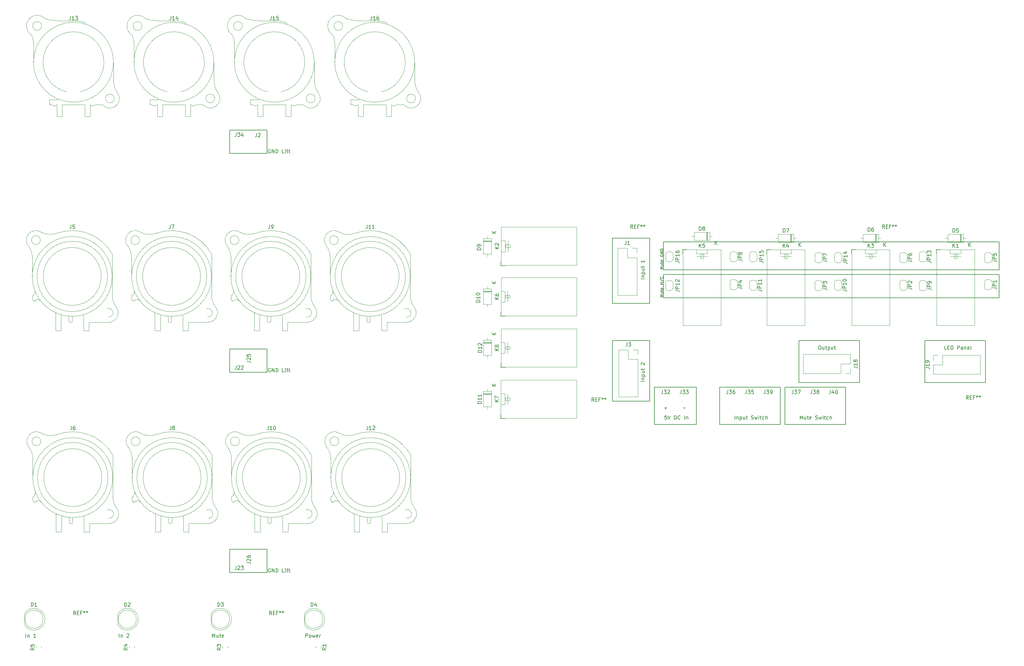
<source format=gbr>
%TF.GenerationSoftware,KiCad,Pcbnew,7.0.6*%
%TF.CreationDate,2023-11-23T12:49:08+01:00*%
%TF.ProjectId,EF_matrix,45465f6d-6174-4726-9978-2e6b69636164,rev?*%
%TF.SameCoordinates,Original*%
%TF.FileFunction,Legend,Top*%
%TF.FilePolarity,Positive*%
%FSLAX46Y46*%
G04 Gerber Fmt 4.6, Leading zero omitted, Abs format (unit mm)*
G04 Created by KiCad (PCBNEW 7.0.6) date 2023-11-23 12:49:08*
%MOMM*%
%LPD*%
G01*
G04 APERTURE LIST*
%ADD10C,0.150000*%
%ADD11C,0.120000*%
G04 APERTURE END LIST*
D10*
X91776779Y-185289819D02*
X91776779Y-184289819D01*
X91776779Y-184289819D02*
X92157731Y-184289819D01*
X92157731Y-184289819D02*
X92252969Y-184337438D01*
X92252969Y-184337438D02*
X92300588Y-184385057D01*
X92300588Y-184385057D02*
X92348207Y-184480295D01*
X92348207Y-184480295D02*
X92348207Y-184623152D01*
X92348207Y-184623152D02*
X92300588Y-184718390D01*
X92300588Y-184718390D02*
X92252969Y-184766009D01*
X92252969Y-184766009D02*
X92157731Y-184813628D01*
X92157731Y-184813628D02*
X91776779Y-184813628D01*
X92919636Y-185289819D02*
X92824398Y-185242200D01*
X92824398Y-185242200D02*
X92776779Y-185194580D01*
X92776779Y-185194580D02*
X92729160Y-185099342D01*
X92729160Y-185099342D02*
X92729160Y-184813628D01*
X92729160Y-184813628D02*
X92776779Y-184718390D01*
X92776779Y-184718390D02*
X92824398Y-184670771D01*
X92824398Y-184670771D02*
X92919636Y-184623152D01*
X92919636Y-184623152D02*
X93062493Y-184623152D01*
X93062493Y-184623152D02*
X93157731Y-184670771D01*
X93157731Y-184670771D02*
X93205350Y-184718390D01*
X93205350Y-184718390D02*
X93252969Y-184813628D01*
X93252969Y-184813628D02*
X93252969Y-185099342D01*
X93252969Y-185099342D02*
X93205350Y-185194580D01*
X93205350Y-185194580D02*
X93157731Y-185242200D01*
X93157731Y-185242200D02*
X93062493Y-185289819D01*
X93062493Y-185289819D02*
X92919636Y-185289819D01*
X93586303Y-184623152D02*
X93776779Y-185289819D01*
X93776779Y-185289819D02*
X93967255Y-184813628D01*
X93967255Y-184813628D02*
X94157731Y-185289819D01*
X94157731Y-185289819D02*
X94348207Y-184623152D01*
X95110112Y-185242200D02*
X95014874Y-185289819D01*
X95014874Y-185289819D02*
X94824398Y-185289819D01*
X94824398Y-185289819D02*
X94729160Y-185242200D01*
X94729160Y-185242200D02*
X94681541Y-185146961D01*
X94681541Y-185146961D02*
X94681541Y-184766009D01*
X94681541Y-184766009D02*
X94729160Y-184670771D01*
X94729160Y-184670771D02*
X94824398Y-184623152D01*
X94824398Y-184623152D02*
X95014874Y-184623152D01*
X95014874Y-184623152D02*
X95110112Y-184670771D01*
X95110112Y-184670771D02*
X95157731Y-184766009D01*
X95157731Y-184766009D02*
X95157731Y-184861247D01*
X95157731Y-184861247D02*
X94681541Y-184956485D01*
X95586303Y-185289819D02*
X95586303Y-184623152D01*
X95586303Y-184813628D02*
X95633922Y-184718390D01*
X95633922Y-184718390D02*
X95681541Y-184670771D01*
X95681541Y-184670771D02*
X95776779Y-184623152D01*
X95776779Y-184623152D02*
X95872017Y-184623152D01*
X66376779Y-185289819D02*
X66376779Y-184289819D01*
X66376779Y-184289819D02*
X66710112Y-185004104D01*
X66710112Y-185004104D02*
X67043445Y-184289819D01*
X67043445Y-184289819D02*
X67043445Y-185289819D01*
X67948207Y-184623152D02*
X67948207Y-185289819D01*
X67519636Y-184623152D02*
X67519636Y-185146961D01*
X67519636Y-185146961D02*
X67567255Y-185242200D01*
X67567255Y-185242200D02*
X67662493Y-185289819D01*
X67662493Y-185289819D02*
X67805350Y-185289819D01*
X67805350Y-185289819D02*
X67900588Y-185242200D01*
X67900588Y-185242200D02*
X67948207Y-185194580D01*
X68281541Y-184623152D02*
X68662493Y-184623152D01*
X68424398Y-184289819D02*
X68424398Y-185146961D01*
X68424398Y-185146961D02*
X68472017Y-185242200D01*
X68472017Y-185242200D02*
X68567255Y-185289819D01*
X68567255Y-185289819D02*
X68662493Y-185289819D01*
X69376779Y-185242200D02*
X69281541Y-185289819D01*
X69281541Y-185289819D02*
X69091065Y-185289819D01*
X69091065Y-185289819D02*
X68995827Y-185242200D01*
X68995827Y-185242200D02*
X68948208Y-185146961D01*
X68948208Y-185146961D02*
X68948208Y-184766009D01*
X68948208Y-184766009D02*
X68995827Y-184670771D01*
X68995827Y-184670771D02*
X69091065Y-184623152D01*
X69091065Y-184623152D02*
X69281541Y-184623152D01*
X69281541Y-184623152D02*
X69376779Y-184670771D01*
X69376779Y-184670771D02*
X69424398Y-184766009D01*
X69424398Y-184766009D02*
X69424398Y-184861247D01*
X69424398Y-184861247D02*
X68948208Y-184956485D01*
X40976779Y-185289819D02*
X40976779Y-184289819D01*
X41452969Y-184623152D02*
X41452969Y-185289819D01*
X41452969Y-184718390D02*
X41500588Y-184670771D01*
X41500588Y-184670771D02*
X41595826Y-184623152D01*
X41595826Y-184623152D02*
X41738683Y-184623152D01*
X41738683Y-184623152D02*
X41833921Y-184670771D01*
X41833921Y-184670771D02*
X41881540Y-184766009D01*
X41881540Y-184766009D02*
X41881540Y-185289819D01*
X43072017Y-184385057D02*
X43119636Y-184337438D01*
X43119636Y-184337438D02*
X43214874Y-184289819D01*
X43214874Y-184289819D02*
X43452969Y-184289819D01*
X43452969Y-184289819D02*
X43548207Y-184337438D01*
X43548207Y-184337438D02*
X43595826Y-184385057D01*
X43595826Y-184385057D02*
X43643445Y-184480295D01*
X43643445Y-184480295D02*
X43643445Y-184575533D01*
X43643445Y-184575533D02*
X43595826Y-184718390D01*
X43595826Y-184718390D02*
X43024398Y-185289819D01*
X43024398Y-185289819D02*
X43643445Y-185289819D01*
X15576779Y-185289819D02*
X15576779Y-184289819D01*
X16052969Y-184623152D02*
X16052969Y-185289819D01*
X16052969Y-184718390D02*
X16100588Y-184670771D01*
X16100588Y-184670771D02*
X16195826Y-184623152D01*
X16195826Y-184623152D02*
X16338683Y-184623152D01*
X16338683Y-184623152D02*
X16433921Y-184670771D01*
X16433921Y-184670771D02*
X16481540Y-184766009D01*
X16481540Y-184766009D02*
X16481540Y-185289819D01*
X18243445Y-185289819D02*
X17672017Y-185289819D01*
X17957731Y-185289819D02*
X17957731Y-184289819D01*
X17957731Y-184289819D02*
X17862493Y-184432676D01*
X17862493Y-184432676D02*
X17767255Y-184527914D01*
X17767255Y-184527914D02*
X17672017Y-184575533D01*
X71120000Y-161290000D02*
X81280000Y-161290000D01*
X81280000Y-167640000D01*
X71120000Y-167640000D01*
X71120000Y-161290000D01*
X82140588Y-166557438D02*
X82045350Y-166509819D01*
X82045350Y-166509819D02*
X81902493Y-166509819D01*
X81902493Y-166509819D02*
X81759636Y-166557438D01*
X81759636Y-166557438D02*
X81664398Y-166652676D01*
X81664398Y-166652676D02*
X81616779Y-166747914D01*
X81616779Y-166747914D02*
X81569160Y-166938390D01*
X81569160Y-166938390D02*
X81569160Y-167081247D01*
X81569160Y-167081247D02*
X81616779Y-167271723D01*
X81616779Y-167271723D02*
X81664398Y-167366961D01*
X81664398Y-167366961D02*
X81759636Y-167462200D01*
X81759636Y-167462200D02*
X81902493Y-167509819D01*
X81902493Y-167509819D02*
X81997731Y-167509819D01*
X81997731Y-167509819D02*
X82140588Y-167462200D01*
X82140588Y-167462200D02*
X82188207Y-167414580D01*
X82188207Y-167414580D02*
X82188207Y-167081247D01*
X82188207Y-167081247D02*
X81997731Y-167081247D01*
X82616779Y-167509819D02*
X82616779Y-166509819D01*
X82616779Y-166509819D02*
X83188207Y-167509819D01*
X83188207Y-167509819D02*
X83188207Y-166509819D01*
X83664398Y-167509819D02*
X83664398Y-166509819D01*
X83664398Y-166509819D02*
X83902493Y-166509819D01*
X83902493Y-166509819D02*
X84045350Y-166557438D01*
X84045350Y-166557438D02*
X84140588Y-166652676D01*
X84140588Y-166652676D02*
X84188207Y-166747914D01*
X84188207Y-166747914D02*
X84235826Y-166938390D01*
X84235826Y-166938390D02*
X84235826Y-167081247D01*
X84235826Y-167081247D02*
X84188207Y-167271723D01*
X84188207Y-167271723D02*
X84140588Y-167366961D01*
X84140588Y-167366961D02*
X84045350Y-167462200D01*
X84045350Y-167462200D02*
X83902493Y-167509819D01*
X83902493Y-167509819D02*
X83664398Y-167509819D01*
X85902493Y-167509819D02*
X85426303Y-167509819D01*
X85426303Y-167509819D02*
X85426303Y-166509819D01*
X86235827Y-167509819D02*
X86235827Y-166843152D01*
X86235827Y-166509819D02*
X86188208Y-166557438D01*
X86188208Y-166557438D02*
X86235827Y-166605057D01*
X86235827Y-166605057D02*
X86283446Y-166557438D01*
X86283446Y-166557438D02*
X86235827Y-166509819D01*
X86235827Y-166509819D02*
X86235827Y-166605057D01*
X86569160Y-166843152D02*
X86950112Y-166843152D01*
X86712017Y-167509819D02*
X86712017Y-166652676D01*
X86712017Y-166652676D02*
X86759636Y-166557438D01*
X86759636Y-166557438D02*
X86854874Y-166509819D01*
X86854874Y-166509819D02*
X86950112Y-166509819D01*
X87140589Y-166843152D02*
X87521541Y-166843152D01*
X87283446Y-166509819D02*
X87283446Y-167366961D01*
X87283446Y-167366961D02*
X87331065Y-167462200D01*
X87331065Y-167462200D02*
X87426303Y-167509819D01*
X87426303Y-167509819D02*
X87521541Y-167509819D01*
X71120000Y-106680000D02*
X81280000Y-106680000D01*
X81280000Y-113030000D01*
X71120000Y-113030000D01*
X71120000Y-106680000D01*
X82140588Y-111947438D02*
X82045350Y-111899819D01*
X82045350Y-111899819D02*
X81902493Y-111899819D01*
X81902493Y-111899819D02*
X81759636Y-111947438D01*
X81759636Y-111947438D02*
X81664398Y-112042676D01*
X81664398Y-112042676D02*
X81616779Y-112137914D01*
X81616779Y-112137914D02*
X81569160Y-112328390D01*
X81569160Y-112328390D02*
X81569160Y-112471247D01*
X81569160Y-112471247D02*
X81616779Y-112661723D01*
X81616779Y-112661723D02*
X81664398Y-112756961D01*
X81664398Y-112756961D02*
X81759636Y-112852200D01*
X81759636Y-112852200D02*
X81902493Y-112899819D01*
X81902493Y-112899819D02*
X81997731Y-112899819D01*
X81997731Y-112899819D02*
X82140588Y-112852200D01*
X82140588Y-112852200D02*
X82188207Y-112804580D01*
X82188207Y-112804580D02*
X82188207Y-112471247D01*
X82188207Y-112471247D02*
X81997731Y-112471247D01*
X82616779Y-112899819D02*
X82616779Y-111899819D01*
X82616779Y-111899819D02*
X83188207Y-112899819D01*
X83188207Y-112899819D02*
X83188207Y-111899819D01*
X83664398Y-112899819D02*
X83664398Y-111899819D01*
X83664398Y-111899819D02*
X83902493Y-111899819D01*
X83902493Y-111899819D02*
X84045350Y-111947438D01*
X84045350Y-111947438D02*
X84140588Y-112042676D01*
X84140588Y-112042676D02*
X84188207Y-112137914D01*
X84188207Y-112137914D02*
X84235826Y-112328390D01*
X84235826Y-112328390D02*
X84235826Y-112471247D01*
X84235826Y-112471247D02*
X84188207Y-112661723D01*
X84188207Y-112661723D02*
X84140588Y-112756961D01*
X84140588Y-112756961D02*
X84045350Y-112852200D01*
X84045350Y-112852200D02*
X83902493Y-112899819D01*
X83902493Y-112899819D02*
X83664398Y-112899819D01*
X85902493Y-112899819D02*
X85426303Y-112899819D01*
X85426303Y-112899819D02*
X85426303Y-111899819D01*
X86235827Y-112899819D02*
X86235827Y-112233152D01*
X86235827Y-111899819D02*
X86188208Y-111947438D01*
X86188208Y-111947438D02*
X86235827Y-111995057D01*
X86235827Y-111995057D02*
X86283446Y-111947438D01*
X86283446Y-111947438D02*
X86235827Y-111899819D01*
X86235827Y-111899819D02*
X86235827Y-111995057D01*
X86569160Y-112233152D02*
X86950112Y-112233152D01*
X86712017Y-112899819D02*
X86712017Y-112042676D01*
X86712017Y-112042676D02*
X86759636Y-111947438D01*
X86759636Y-111947438D02*
X86854874Y-111899819D01*
X86854874Y-111899819D02*
X86950112Y-111899819D01*
X87140589Y-112233152D02*
X87521541Y-112233152D01*
X87283446Y-111899819D02*
X87283446Y-112756961D01*
X87283446Y-112756961D02*
X87331065Y-112852200D01*
X87331065Y-112852200D02*
X87426303Y-112899819D01*
X87426303Y-112899819D02*
X87521541Y-112899819D01*
X82140588Y-52257438D02*
X82045350Y-52209819D01*
X82045350Y-52209819D02*
X81902493Y-52209819D01*
X81902493Y-52209819D02*
X81759636Y-52257438D01*
X81759636Y-52257438D02*
X81664398Y-52352676D01*
X81664398Y-52352676D02*
X81616779Y-52447914D01*
X81616779Y-52447914D02*
X81569160Y-52638390D01*
X81569160Y-52638390D02*
X81569160Y-52781247D01*
X81569160Y-52781247D02*
X81616779Y-52971723D01*
X81616779Y-52971723D02*
X81664398Y-53066961D01*
X81664398Y-53066961D02*
X81759636Y-53162200D01*
X81759636Y-53162200D02*
X81902493Y-53209819D01*
X81902493Y-53209819D02*
X81997731Y-53209819D01*
X81997731Y-53209819D02*
X82140588Y-53162200D01*
X82140588Y-53162200D02*
X82188207Y-53114580D01*
X82188207Y-53114580D02*
X82188207Y-52781247D01*
X82188207Y-52781247D02*
X81997731Y-52781247D01*
X82616779Y-53209819D02*
X82616779Y-52209819D01*
X82616779Y-52209819D02*
X83188207Y-53209819D01*
X83188207Y-53209819D02*
X83188207Y-52209819D01*
X83664398Y-53209819D02*
X83664398Y-52209819D01*
X83664398Y-52209819D02*
X83902493Y-52209819D01*
X83902493Y-52209819D02*
X84045350Y-52257438D01*
X84045350Y-52257438D02*
X84140588Y-52352676D01*
X84140588Y-52352676D02*
X84188207Y-52447914D01*
X84188207Y-52447914D02*
X84235826Y-52638390D01*
X84235826Y-52638390D02*
X84235826Y-52781247D01*
X84235826Y-52781247D02*
X84188207Y-52971723D01*
X84188207Y-52971723D02*
X84140588Y-53066961D01*
X84140588Y-53066961D02*
X84045350Y-53162200D01*
X84045350Y-53162200D02*
X83902493Y-53209819D01*
X83902493Y-53209819D02*
X83664398Y-53209819D01*
X85902493Y-53209819D02*
X85426303Y-53209819D01*
X85426303Y-53209819D02*
X85426303Y-52209819D01*
X86235827Y-53209819D02*
X86235827Y-52543152D01*
X86235827Y-52209819D02*
X86188208Y-52257438D01*
X86188208Y-52257438D02*
X86235827Y-52305057D01*
X86235827Y-52305057D02*
X86283446Y-52257438D01*
X86283446Y-52257438D02*
X86235827Y-52209819D01*
X86235827Y-52209819D02*
X86235827Y-52305057D01*
X86569160Y-52543152D02*
X86950112Y-52543152D01*
X86712017Y-53209819D02*
X86712017Y-52352676D01*
X86712017Y-52352676D02*
X86759636Y-52257438D01*
X86759636Y-52257438D02*
X86854874Y-52209819D01*
X86854874Y-52209819D02*
X86950112Y-52209819D01*
X87140589Y-52543152D02*
X87521541Y-52543152D01*
X87283446Y-52209819D02*
X87283446Y-53066961D01*
X87283446Y-53066961D02*
X87331065Y-53162200D01*
X87331065Y-53162200D02*
X87426303Y-53209819D01*
X87426303Y-53209819D02*
X87521541Y-53209819D01*
X71120000Y-46990000D02*
X81280000Y-46990000D01*
X81280000Y-53340000D01*
X71120000Y-53340000D01*
X71120000Y-46990000D01*
X194599160Y-122779533D02*
X195208684Y-122779533D01*
X189519160Y-122779533D02*
X190128684Y-122779533D01*
X189823922Y-123084295D02*
X189823922Y-122474771D01*
X189124295Y-84800839D02*
X188324295Y-84800839D01*
X188324295Y-84800839D02*
X188895723Y-84534173D01*
X188895723Y-84534173D02*
X188324295Y-84267506D01*
X188324295Y-84267506D02*
X189124295Y-84267506D01*
X188590961Y-83543696D02*
X189124295Y-83543696D01*
X188590961Y-83886553D02*
X189010009Y-83886553D01*
X189010009Y-83886553D02*
X189086200Y-83848458D01*
X189086200Y-83848458D02*
X189124295Y-83772268D01*
X189124295Y-83772268D02*
X189124295Y-83657982D01*
X189124295Y-83657982D02*
X189086200Y-83581791D01*
X189086200Y-83581791D02*
X189048104Y-83543696D01*
X188590961Y-83277029D02*
X188590961Y-82972267D01*
X188324295Y-83162743D02*
X189010009Y-83162743D01*
X189010009Y-83162743D02*
X189086200Y-83124648D01*
X189086200Y-83124648D02*
X189124295Y-83048458D01*
X189124295Y-83048458D02*
X189124295Y-82972267D01*
X189086200Y-82400838D02*
X189124295Y-82477029D01*
X189124295Y-82477029D02*
X189124295Y-82629410D01*
X189124295Y-82629410D02*
X189086200Y-82705600D01*
X189086200Y-82705600D02*
X189010009Y-82743696D01*
X189010009Y-82743696D02*
X188705247Y-82743696D01*
X188705247Y-82743696D02*
X188629057Y-82705600D01*
X188629057Y-82705600D02*
X188590961Y-82629410D01*
X188590961Y-82629410D02*
X188590961Y-82477029D01*
X188590961Y-82477029D02*
X188629057Y-82400838D01*
X188629057Y-82400838D02*
X188705247Y-82362743D01*
X188705247Y-82362743D02*
X188781438Y-82362743D01*
X188781438Y-82362743D02*
X188857628Y-82743696D01*
X188362390Y-80991315D02*
X188324295Y-81067505D01*
X188324295Y-81067505D02*
X188324295Y-81181791D01*
X188324295Y-81181791D02*
X188362390Y-81296077D01*
X188362390Y-81296077D02*
X188438580Y-81372267D01*
X188438580Y-81372267D02*
X188514771Y-81410362D01*
X188514771Y-81410362D02*
X188667152Y-81448458D01*
X188667152Y-81448458D02*
X188781438Y-81448458D01*
X188781438Y-81448458D02*
X188933819Y-81410362D01*
X188933819Y-81410362D02*
X189010009Y-81372267D01*
X189010009Y-81372267D02*
X189086200Y-81296077D01*
X189086200Y-81296077D02*
X189124295Y-81181791D01*
X189124295Y-81181791D02*
X189124295Y-81105600D01*
X189124295Y-81105600D02*
X189086200Y-80991315D01*
X189086200Y-80991315D02*
X189048104Y-80953219D01*
X189048104Y-80953219D02*
X188781438Y-80953219D01*
X188781438Y-80953219D02*
X188781438Y-81105600D01*
X189124295Y-80610362D02*
X188324295Y-80610362D01*
X188324295Y-80610362D02*
X189124295Y-80153219D01*
X189124295Y-80153219D02*
X188324295Y-80153219D01*
X189124295Y-79772267D02*
X188324295Y-79772267D01*
X188324295Y-79772267D02*
X188324295Y-79581791D01*
X188324295Y-79581791D02*
X188362390Y-79467505D01*
X188362390Y-79467505D02*
X188438580Y-79391315D01*
X188438580Y-79391315D02*
X188514771Y-79353220D01*
X188514771Y-79353220D02*
X188667152Y-79315124D01*
X188667152Y-79315124D02*
X188781438Y-79315124D01*
X188781438Y-79315124D02*
X188933819Y-79353220D01*
X188933819Y-79353220D02*
X189010009Y-79391315D01*
X189010009Y-79391315D02*
X189086200Y-79467505D01*
X189086200Y-79467505D02*
X189124295Y-79581791D01*
X189124295Y-79581791D02*
X189124295Y-79772267D01*
X189124295Y-92420839D02*
X188324295Y-92420839D01*
X188324295Y-92420839D02*
X188895723Y-92154173D01*
X188895723Y-92154173D02*
X188324295Y-91887506D01*
X188324295Y-91887506D02*
X189124295Y-91887506D01*
X188590961Y-91163696D02*
X189124295Y-91163696D01*
X188590961Y-91506553D02*
X189010009Y-91506553D01*
X189010009Y-91506553D02*
X189086200Y-91468458D01*
X189086200Y-91468458D02*
X189124295Y-91392268D01*
X189124295Y-91392268D02*
X189124295Y-91277982D01*
X189124295Y-91277982D02*
X189086200Y-91201791D01*
X189086200Y-91201791D02*
X189048104Y-91163696D01*
X188590961Y-90897029D02*
X188590961Y-90592267D01*
X188324295Y-90782743D02*
X189010009Y-90782743D01*
X189010009Y-90782743D02*
X189086200Y-90744648D01*
X189086200Y-90744648D02*
X189124295Y-90668458D01*
X189124295Y-90668458D02*
X189124295Y-90592267D01*
X189086200Y-90020838D02*
X189124295Y-90097029D01*
X189124295Y-90097029D02*
X189124295Y-90249410D01*
X189124295Y-90249410D02*
X189086200Y-90325600D01*
X189086200Y-90325600D02*
X189010009Y-90363696D01*
X189010009Y-90363696D02*
X188705247Y-90363696D01*
X188705247Y-90363696D02*
X188629057Y-90325600D01*
X188629057Y-90325600D02*
X188590961Y-90249410D01*
X188590961Y-90249410D02*
X188590961Y-90097029D01*
X188590961Y-90097029D02*
X188629057Y-90020838D01*
X188629057Y-90020838D02*
X188705247Y-89982743D01*
X188705247Y-89982743D02*
X188781438Y-89982743D01*
X188781438Y-89982743D02*
X188857628Y-90363696D01*
X189124295Y-89030362D02*
X188324295Y-89030362D01*
X188705247Y-89030362D02*
X188705247Y-88573219D01*
X189124295Y-88573219D02*
X188324295Y-88573219D01*
X188286200Y-87620839D02*
X189314771Y-88306553D01*
X189048104Y-86897029D02*
X189086200Y-86935125D01*
X189086200Y-86935125D02*
X189124295Y-87049410D01*
X189124295Y-87049410D02*
X189124295Y-87125601D01*
X189124295Y-87125601D02*
X189086200Y-87239887D01*
X189086200Y-87239887D02*
X189010009Y-87316077D01*
X189010009Y-87316077D02*
X188933819Y-87354172D01*
X188933819Y-87354172D02*
X188781438Y-87392268D01*
X188781438Y-87392268D02*
X188667152Y-87392268D01*
X188667152Y-87392268D02*
X188514771Y-87354172D01*
X188514771Y-87354172D02*
X188438580Y-87316077D01*
X188438580Y-87316077D02*
X188362390Y-87239887D01*
X188362390Y-87239887D02*
X188324295Y-87125601D01*
X188324295Y-87125601D02*
X188324295Y-87049410D01*
X188324295Y-87049410D02*
X188362390Y-86935125D01*
X188362390Y-86935125D02*
X188400485Y-86897029D01*
X189230000Y-77470000D02*
X280670000Y-77470000D01*
X280670000Y-85090000D01*
X189230000Y-85090000D01*
X189230000Y-77470000D01*
X189230000Y-86360000D02*
X280670000Y-86360000D01*
X280670000Y-92710000D01*
X189230000Y-92710000D01*
X189230000Y-86360000D01*
X198157000Y-117057000D02*
X186727000Y-117057000D01*
X186727000Y-127217000D01*
X198157000Y-127217000D01*
X198157000Y-117057000D01*
X238797000Y-117057000D02*
X222287000Y-117057000D01*
X222287000Y-127217000D01*
X238797000Y-127217000D01*
X238797000Y-117057000D01*
X185457000Y-76417000D02*
X175297000Y-76417000D01*
X175297000Y-94197000D01*
X185457000Y-94197000D01*
X185457000Y-76417000D01*
X276897000Y-104357000D02*
X260387000Y-104357000D01*
X260387000Y-115787000D01*
X276897000Y-115787000D01*
X276897000Y-104357000D01*
X221017000Y-117057000D02*
X204507000Y-117057000D01*
X204507000Y-127217000D01*
X221017000Y-127217000D01*
X221017000Y-117057000D01*
X242607000Y-104357000D02*
X226097000Y-104357000D01*
X226097000Y-115787000D01*
X242607000Y-115787000D01*
X242607000Y-104357000D01*
X185457000Y-104357000D02*
X175297000Y-104357000D01*
X175297000Y-120867000D01*
X185457000Y-120867000D01*
X185457000Y-104357000D01*
X184056819Y-115450220D02*
X183056819Y-115450220D01*
X183390152Y-114974030D02*
X184056819Y-114974030D01*
X183485390Y-114974030D02*
X183437771Y-114926411D01*
X183437771Y-114926411D02*
X183390152Y-114831173D01*
X183390152Y-114831173D02*
X183390152Y-114688316D01*
X183390152Y-114688316D02*
X183437771Y-114593078D01*
X183437771Y-114593078D02*
X183533009Y-114545459D01*
X183533009Y-114545459D02*
X184056819Y-114545459D01*
X183390152Y-114069268D02*
X184390152Y-114069268D01*
X183437771Y-114069268D02*
X183390152Y-113974030D01*
X183390152Y-113974030D02*
X183390152Y-113783554D01*
X183390152Y-113783554D02*
X183437771Y-113688316D01*
X183437771Y-113688316D02*
X183485390Y-113640697D01*
X183485390Y-113640697D02*
X183580628Y-113593078D01*
X183580628Y-113593078D02*
X183866342Y-113593078D01*
X183866342Y-113593078D02*
X183961580Y-113640697D01*
X183961580Y-113640697D02*
X184009200Y-113688316D01*
X184009200Y-113688316D02*
X184056819Y-113783554D01*
X184056819Y-113783554D02*
X184056819Y-113974030D01*
X184056819Y-113974030D02*
X184009200Y-114069268D01*
X183390152Y-112735935D02*
X184056819Y-112735935D01*
X183390152Y-113164506D02*
X183913961Y-113164506D01*
X183913961Y-113164506D02*
X184009200Y-113116887D01*
X184009200Y-113116887D02*
X184056819Y-113021649D01*
X184056819Y-113021649D02*
X184056819Y-112878792D01*
X184056819Y-112878792D02*
X184009200Y-112783554D01*
X184009200Y-112783554D02*
X183961580Y-112735935D01*
X183390152Y-112402601D02*
X183390152Y-112021649D01*
X183056819Y-112259744D02*
X183913961Y-112259744D01*
X183913961Y-112259744D02*
X184009200Y-112212125D01*
X184009200Y-112212125D02*
X184056819Y-112116887D01*
X184056819Y-112116887D02*
X184056819Y-112021649D01*
X183152057Y-110974029D02*
X183104438Y-110926410D01*
X183104438Y-110926410D02*
X183056819Y-110831172D01*
X183056819Y-110831172D02*
X183056819Y-110593077D01*
X183056819Y-110593077D02*
X183104438Y-110497839D01*
X183104438Y-110497839D02*
X183152057Y-110450220D01*
X183152057Y-110450220D02*
X183247295Y-110402601D01*
X183247295Y-110402601D02*
X183342533Y-110402601D01*
X183342533Y-110402601D02*
X183485390Y-110450220D01*
X183485390Y-110450220D02*
X184056819Y-111021648D01*
X184056819Y-111021648D02*
X184056819Y-110402601D01*
X266279969Y-106766819D02*
X265803779Y-106766819D01*
X265803779Y-106766819D02*
X265803779Y-105766819D01*
X266613303Y-106243009D02*
X266946636Y-106243009D01*
X267089493Y-106766819D02*
X266613303Y-106766819D01*
X266613303Y-106766819D02*
X266613303Y-105766819D01*
X266613303Y-105766819D02*
X267089493Y-105766819D01*
X267518065Y-106766819D02*
X267518065Y-105766819D01*
X267518065Y-105766819D02*
X267756160Y-105766819D01*
X267756160Y-105766819D02*
X267899017Y-105814438D01*
X267899017Y-105814438D02*
X267994255Y-105909676D01*
X267994255Y-105909676D02*
X268041874Y-106004914D01*
X268041874Y-106004914D02*
X268089493Y-106195390D01*
X268089493Y-106195390D02*
X268089493Y-106338247D01*
X268089493Y-106338247D02*
X268041874Y-106528723D01*
X268041874Y-106528723D02*
X267994255Y-106623961D01*
X267994255Y-106623961D02*
X267899017Y-106719200D01*
X267899017Y-106719200D02*
X267756160Y-106766819D01*
X267756160Y-106766819D02*
X267518065Y-106766819D01*
X269279970Y-106766819D02*
X269279970Y-105766819D01*
X269279970Y-105766819D02*
X269660922Y-105766819D01*
X269660922Y-105766819D02*
X269756160Y-105814438D01*
X269756160Y-105814438D02*
X269803779Y-105862057D01*
X269803779Y-105862057D02*
X269851398Y-105957295D01*
X269851398Y-105957295D02*
X269851398Y-106100152D01*
X269851398Y-106100152D02*
X269803779Y-106195390D01*
X269803779Y-106195390D02*
X269756160Y-106243009D01*
X269756160Y-106243009D02*
X269660922Y-106290628D01*
X269660922Y-106290628D02*
X269279970Y-106290628D01*
X270708541Y-106766819D02*
X270708541Y-106243009D01*
X270708541Y-106243009D02*
X270660922Y-106147771D01*
X270660922Y-106147771D02*
X270565684Y-106100152D01*
X270565684Y-106100152D02*
X270375208Y-106100152D01*
X270375208Y-106100152D02*
X270279970Y-106147771D01*
X270708541Y-106719200D02*
X270613303Y-106766819D01*
X270613303Y-106766819D02*
X270375208Y-106766819D01*
X270375208Y-106766819D02*
X270279970Y-106719200D01*
X270279970Y-106719200D02*
X270232351Y-106623961D01*
X270232351Y-106623961D02*
X270232351Y-106528723D01*
X270232351Y-106528723D02*
X270279970Y-106433485D01*
X270279970Y-106433485D02*
X270375208Y-106385866D01*
X270375208Y-106385866D02*
X270613303Y-106385866D01*
X270613303Y-106385866D02*
X270708541Y-106338247D01*
X271184732Y-106100152D02*
X271184732Y-106766819D01*
X271184732Y-106195390D02*
X271232351Y-106147771D01*
X271232351Y-106147771D02*
X271327589Y-106100152D01*
X271327589Y-106100152D02*
X271470446Y-106100152D01*
X271470446Y-106100152D02*
X271565684Y-106147771D01*
X271565684Y-106147771D02*
X271613303Y-106243009D01*
X271613303Y-106243009D02*
X271613303Y-106766819D01*
X272470446Y-106719200D02*
X272375208Y-106766819D01*
X272375208Y-106766819D02*
X272184732Y-106766819D01*
X272184732Y-106766819D02*
X272089494Y-106719200D01*
X272089494Y-106719200D02*
X272041875Y-106623961D01*
X272041875Y-106623961D02*
X272041875Y-106243009D01*
X272041875Y-106243009D02*
X272089494Y-106147771D01*
X272089494Y-106147771D02*
X272184732Y-106100152D01*
X272184732Y-106100152D02*
X272375208Y-106100152D01*
X272375208Y-106100152D02*
X272470446Y-106147771D01*
X272470446Y-106147771D02*
X272518065Y-106243009D01*
X272518065Y-106243009D02*
X272518065Y-106338247D01*
X272518065Y-106338247D02*
X272041875Y-106433485D01*
X273089494Y-106766819D02*
X272994256Y-106719200D01*
X272994256Y-106719200D02*
X272946637Y-106623961D01*
X272946637Y-106623961D02*
X272946637Y-105766819D01*
X231704255Y-105766819D02*
X231894731Y-105766819D01*
X231894731Y-105766819D02*
X231989969Y-105814438D01*
X231989969Y-105814438D02*
X232085207Y-105909676D01*
X232085207Y-105909676D02*
X232132826Y-106100152D01*
X232132826Y-106100152D02*
X232132826Y-106433485D01*
X232132826Y-106433485D02*
X232085207Y-106623961D01*
X232085207Y-106623961D02*
X231989969Y-106719200D01*
X231989969Y-106719200D02*
X231894731Y-106766819D01*
X231894731Y-106766819D02*
X231704255Y-106766819D01*
X231704255Y-106766819D02*
X231609017Y-106719200D01*
X231609017Y-106719200D02*
X231513779Y-106623961D01*
X231513779Y-106623961D02*
X231466160Y-106433485D01*
X231466160Y-106433485D02*
X231466160Y-106100152D01*
X231466160Y-106100152D02*
X231513779Y-105909676D01*
X231513779Y-105909676D02*
X231609017Y-105814438D01*
X231609017Y-105814438D02*
X231704255Y-105766819D01*
X232989969Y-106100152D02*
X232989969Y-106766819D01*
X232561398Y-106100152D02*
X232561398Y-106623961D01*
X232561398Y-106623961D02*
X232609017Y-106719200D01*
X232609017Y-106719200D02*
X232704255Y-106766819D01*
X232704255Y-106766819D02*
X232847112Y-106766819D01*
X232847112Y-106766819D02*
X232942350Y-106719200D01*
X232942350Y-106719200D02*
X232989969Y-106671580D01*
X233323303Y-106100152D02*
X233704255Y-106100152D01*
X233466160Y-105766819D02*
X233466160Y-106623961D01*
X233466160Y-106623961D02*
X233513779Y-106719200D01*
X233513779Y-106719200D02*
X233609017Y-106766819D01*
X233609017Y-106766819D02*
X233704255Y-106766819D01*
X234037589Y-106100152D02*
X234037589Y-107100152D01*
X234037589Y-106147771D02*
X234132827Y-106100152D01*
X234132827Y-106100152D02*
X234323303Y-106100152D01*
X234323303Y-106100152D02*
X234418541Y-106147771D01*
X234418541Y-106147771D02*
X234466160Y-106195390D01*
X234466160Y-106195390D02*
X234513779Y-106290628D01*
X234513779Y-106290628D02*
X234513779Y-106576342D01*
X234513779Y-106576342D02*
X234466160Y-106671580D01*
X234466160Y-106671580D02*
X234418541Y-106719200D01*
X234418541Y-106719200D02*
X234323303Y-106766819D01*
X234323303Y-106766819D02*
X234132827Y-106766819D01*
X234132827Y-106766819D02*
X234037589Y-106719200D01*
X235370922Y-106100152D02*
X235370922Y-106766819D01*
X234942351Y-106100152D02*
X234942351Y-106623961D01*
X234942351Y-106623961D02*
X234989970Y-106719200D01*
X234989970Y-106719200D02*
X235085208Y-106766819D01*
X235085208Y-106766819D02*
X235228065Y-106766819D01*
X235228065Y-106766819D02*
X235323303Y-106719200D01*
X235323303Y-106719200D02*
X235370922Y-106671580D01*
X235704256Y-106100152D02*
X236085208Y-106100152D01*
X235847113Y-105766819D02*
X235847113Y-106623961D01*
X235847113Y-106623961D02*
X235894732Y-106719200D01*
X235894732Y-106719200D02*
X235989970Y-106766819D01*
X235989970Y-106766819D02*
X236085208Y-106766819D01*
X184056819Y-87510220D02*
X183056819Y-87510220D01*
X183390152Y-87034030D02*
X184056819Y-87034030D01*
X183485390Y-87034030D02*
X183437771Y-86986411D01*
X183437771Y-86986411D02*
X183390152Y-86891173D01*
X183390152Y-86891173D02*
X183390152Y-86748316D01*
X183390152Y-86748316D02*
X183437771Y-86653078D01*
X183437771Y-86653078D02*
X183533009Y-86605459D01*
X183533009Y-86605459D02*
X184056819Y-86605459D01*
X183390152Y-86129268D02*
X184390152Y-86129268D01*
X183437771Y-86129268D02*
X183390152Y-86034030D01*
X183390152Y-86034030D02*
X183390152Y-85843554D01*
X183390152Y-85843554D02*
X183437771Y-85748316D01*
X183437771Y-85748316D02*
X183485390Y-85700697D01*
X183485390Y-85700697D02*
X183580628Y-85653078D01*
X183580628Y-85653078D02*
X183866342Y-85653078D01*
X183866342Y-85653078D02*
X183961580Y-85700697D01*
X183961580Y-85700697D02*
X184009200Y-85748316D01*
X184009200Y-85748316D02*
X184056819Y-85843554D01*
X184056819Y-85843554D02*
X184056819Y-86034030D01*
X184056819Y-86034030D02*
X184009200Y-86129268D01*
X183390152Y-84795935D02*
X184056819Y-84795935D01*
X183390152Y-85224506D02*
X183913961Y-85224506D01*
X183913961Y-85224506D02*
X184009200Y-85176887D01*
X184009200Y-85176887D02*
X184056819Y-85081649D01*
X184056819Y-85081649D02*
X184056819Y-84938792D01*
X184056819Y-84938792D02*
X184009200Y-84843554D01*
X184009200Y-84843554D02*
X183961580Y-84795935D01*
X183390152Y-84462601D02*
X183390152Y-84081649D01*
X183056819Y-84319744D02*
X183913961Y-84319744D01*
X183913961Y-84319744D02*
X184009200Y-84272125D01*
X184009200Y-84272125D02*
X184056819Y-84176887D01*
X184056819Y-84176887D02*
X184056819Y-84081649D01*
X184056819Y-82462601D02*
X184056819Y-83034029D01*
X184056819Y-82748315D02*
X183056819Y-82748315D01*
X183056819Y-82748315D02*
X183199676Y-82843553D01*
X183199676Y-82843553D02*
X183294914Y-82938791D01*
X183294914Y-82938791D02*
X183342533Y-83034029D01*
X226433779Y-125816819D02*
X226433779Y-124816819D01*
X226433779Y-124816819D02*
X226767112Y-125531104D01*
X226767112Y-125531104D02*
X227100445Y-124816819D01*
X227100445Y-124816819D02*
X227100445Y-125816819D01*
X228005207Y-125150152D02*
X228005207Y-125816819D01*
X227576636Y-125150152D02*
X227576636Y-125673961D01*
X227576636Y-125673961D02*
X227624255Y-125769200D01*
X227624255Y-125769200D02*
X227719493Y-125816819D01*
X227719493Y-125816819D02*
X227862350Y-125816819D01*
X227862350Y-125816819D02*
X227957588Y-125769200D01*
X227957588Y-125769200D02*
X228005207Y-125721580D01*
X228338541Y-125150152D02*
X228719493Y-125150152D01*
X228481398Y-124816819D02*
X228481398Y-125673961D01*
X228481398Y-125673961D02*
X228529017Y-125769200D01*
X228529017Y-125769200D02*
X228624255Y-125816819D01*
X228624255Y-125816819D02*
X228719493Y-125816819D01*
X229433779Y-125769200D02*
X229338541Y-125816819D01*
X229338541Y-125816819D02*
X229148065Y-125816819D01*
X229148065Y-125816819D02*
X229052827Y-125769200D01*
X229052827Y-125769200D02*
X229005208Y-125673961D01*
X229005208Y-125673961D02*
X229005208Y-125293009D01*
X229005208Y-125293009D02*
X229052827Y-125197771D01*
X229052827Y-125197771D02*
X229148065Y-125150152D01*
X229148065Y-125150152D02*
X229338541Y-125150152D01*
X229338541Y-125150152D02*
X229433779Y-125197771D01*
X229433779Y-125197771D02*
X229481398Y-125293009D01*
X229481398Y-125293009D02*
X229481398Y-125388247D01*
X229481398Y-125388247D02*
X229005208Y-125483485D01*
X230624256Y-125769200D02*
X230767113Y-125816819D01*
X230767113Y-125816819D02*
X231005208Y-125816819D01*
X231005208Y-125816819D02*
X231100446Y-125769200D01*
X231100446Y-125769200D02*
X231148065Y-125721580D01*
X231148065Y-125721580D02*
X231195684Y-125626342D01*
X231195684Y-125626342D02*
X231195684Y-125531104D01*
X231195684Y-125531104D02*
X231148065Y-125435866D01*
X231148065Y-125435866D02*
X231100446Y-125388247D01*
X231100446Y-125388247D02*
X231005208Y-125340628D01*
X231005208Y-125340628D02*
X230814732Y-125293009D01*
X230814732Y-125293009D02*
X230719494Y-125245390D01*
X230719494Y-125245390D02*
X230671875Y-125197771D01*
X230671875Y-125197771D02*
X230624256Y-125102533D01*
X230624256Y-125102533D02*
X230624256Y-125007295D01*
X230624256Y-125007295D02*
X230671875Y-124912057D01*
X230671875Y-124912057D02*
X230719494Y-124864438D01*
X230719494Y-124864438D02*
X230814732Y-124816819D01*
X230814732Y-124816819D02*
X231052827Y-124816819D01*
X231052827Y-124816819D02*
X231195684Y-124864438D01*
X231529018Y-125150152D02*
X231719494Y-125816819D01*
X231719494Y-125816819D02*
X231909970Y-125340628D01*
X231909970Y-125340628D02*
X232100446Y-125816819D01*
X232100446Y-125816819D02*
X232290922Y-125150152D01*
X232671875Y-125816819D02*
X232671875Y-125150152D01*
X232671875Y-124816819D02*
X232624256Y-124864438D01*
X232624256Y-124864438D02*
X232671875Y-124912057D01*
X232671875Y-124912057D02*
X232719494Y-124864438D01*
X232719494Y-124864438D02*
X232671875Y-124816819D01*
X232671875Y-124816819D02*
X232671875Y-124912057D01*
X233005208Y-125150152D02*
X233386160Y-125150152D01*
X233148065Y-124816819D02*
X233148065Y-125673961D01*
X233148065Y-125673961D02*
X233195684Y-125769200D01*
X233195684Y-125769200D02*
X233290922Y-125816819D01*
X233290922Y-125816819D02*
X233386160Y-125816819D01*
X234148065Y-125769200D02*
X234052827Y-125816819D01*
X234052827Y-125816819D02*
X233862351Y-125816819D01*
X233862351Y-125816819D02*
X233767113Y-125769200D01*
X233767113Y-125769200D02*
X233719494Y-125721580D01*
X233719494Y-125721580D02*
X233671875Y-125626342D01*
X233671875Y-125626342D02*
X233671875Y-125340628D01*
X233671875Y-125340628D02*
X233719494Y-125245390D01*
X233719494Y-125245390D02*
X233767113Y-125197771D01*
X233767113Y-125197771D02*
X233862351Y-125150152D01*
X233862351Y-125150152D02*
X234052827Y-125150152D01*
X234052827Y-125150152D02*
X234148065Y-125197771D01*
X234576637Y-125816819D02*
X234576637Y-124816819D01*
X235005208Y-125816819D02*
X235005208Y-125293009D01*
X235005208Y-125293009D02*
X234957589Y-125197771D01*
X234957589Y-125197771D02*
X234862351Y-125150152D01*
X234862351Y-125150152D02*
X234719494Y-125150152D01*
X234719494Y-125150152D02*
X234624256Y-125197771D01*
X234624256Y-125197771D02*
X234576637Y-125245390D01*
X208653779Y-125816819D02*
X208653779Y-124816819D01*
X209129969Y-125150152D02*
X209129969Y-125816819D01*
X209129969Y-125245390D02*
X209177588Y-125197771D01*
X209177588Y-125197771D02*
X209272826Y-125150152D01*
X209272826Y-125150152D02*
X209415683Y-125150152D01*
X209415683Y-125150152D02*
X209510921Y-125197771D01*
X209510921Y-125197771D02*
X209558540Y-125293009D01*
X209558540Y-125293009D02*
X209558540Y-125816819D01*
X210034731Y-125150152D02*
X210034731Y-126150152D01*
X210034731Y-125197771D02*
X210129969Y-125150152D01*
X210129969Y-125150152D02*
X210320445Y-125150152D01*
X210320445Y-125150152D02*
X210415683Y-125197771D01*
X210415683Y-125197771D02*
X210463302Y-125245390D01*
X210463302Y-125245390D02*
X210510921Y-125340628D01*
X210510921Y-125340628D02*
X210510921Y-125626342D01*
X210510921Y-125626342D02*
X210463302Y-125721580D01*
X210463302Y-125721580D02*
X210415683Y-125769200D01*
X210415683Y-125769200D02*
X210320445Y-125816819D01*
X210320445Y-125816819D02*
X210129969Y-125816819D01*
X210129969Y-125816819D02*
X210034731Y-125769200D01*
X211368064Y-125150152D02*
X211368064Y-125816819D01*
X210939493Y-125150152D02*
X210939493Y-125673961D01*
X210939493Y-125673961D02*
X210987112Y-125769200D01*
X210987112Y-125769200D02*
X211082350Y-125816819D01*
X211082350Y-125816819D02*
X211225207Y-125816819D01*
X211225207Y-125816819D02*
X211320445Y-125769200D01*
X211320445Y-125769200D02*
X211368064Y-125721580D01*
X211701398Y-125150152D02*
X212082350Y-125150152D01*
X211844255Y-124816819D02*
X211844255Y-125673961D01*
X211844255Y-125673961D02*
X211891874Y-125769200D01*
X211891874Y-125769200D02*
X211987112Y-125816819D01*
X211987112Y-125816819D02*
X212082350Y-125816819D01*
X213129970Y-125769200D02*
X213272827Y-125816819D01*
X213272827Y-125816819D02*
X213510922Y-125816819D01*
X213510922Y-125816819D02*
X213606160Y-125769200D01*
X213606160Y-125769200D02*
X213653779Y-125721580D01*
X213653779Y-125721580D02*
X213701398Y-125626342D01*
X213701398Y-125626342D02*
X213701398Y-125531104D01*
X213701398Y-125531104D02*
X213653779Y-125435866D01*
X213653779Y-125435866D02*
X213606160Y-125388247D01*
X213606160Y-125388247D02*
X213510922Y-125340628D01*
X213510922Y-125340628D02*
X213320446Y-125293009D01*
X213320446Y-125293009D02*
X213225208Y-125245390D01*
X213225208Y-125245390D02*
X213177589Y-125197771D01*
X213177589Y-125197771D02*
X213129970Y-125102533D01*
X213129970Y-125102533D02*
X213129970Y-125007295D01*
X213129970Y-125007295D02*
X213177589Y-124912057D01*
X213177589Y-124912057D02*
X213225208Y-124864438D01*
X213225208Y-124864438D02*
X213320446Y-124816819D01*
X213320446Y-124816819D02*
X213558541Y-124816819D01*
X213558541Y-124816819D02*
X213701398Y-124864438D01*
X214034732Y-125150152D02*
X214225208Y-125816819D01*
X214225208Y-125816819D02*
X214415684Y-125340628D01*
X214415684Y-125340628D02*
X214606160Y-125816819D01*
X214606160Y-125816819D02*
X214796636Y-125150152D01*
X215177589Y-125816819D02*
X215177589Y-125150152D01*
X215177589Y-124816819D02*
X215129970Y-124864438D01*
X215129970Y-124864438D02*
X215177589Y-124912057D01*
X215177589Y-124912057D02*
X215225208Y-124864438D01*
X215225208Y-124864438D02*
X215177589Y-124816819D01*
X215177589Y-124816819D02*
X215177589Y-124912057D01*
X215510922Y-125150152D02*
X215891874Y-125150152D01*
X215653779Y-124816819D02*
X215653779Y-125673961D01*
X215653779Y-125673961D02*
X215701398Y-125769200D01*
X215701398Y-125769200D02*
X215796636Y-125816819D01*
X215796636Y-125816819D02*
X215891874Y-125816819D01*
X216653779Y-125769200D02*
X216558541Y-125816819D01*
X216558541Y-125816819D02*
X216368065Y-125816819D01*
X216368065Y-125816819D02*
X216272827Y-125769200D01*
X216272827Y-125769200D02*
X216225208Y-125721580D01*
X216225208Y-125721580D02*
X216177589Y-125626342D01*
X216177589Y-125626342D02*
X216177589Y-125340628D01*
X216177589Y-125340628D02*
X216225208Y-125245390D01*
X216225208Y-125245390D02*
X216272827Y-125197771D01*
X216272827Y-125197771D02*
X216368065Y-125150152D01*
X216368065Y-125150152D02*
X216558541Y-125150152D01*
X216558541Y-125150152D02*
X216653779Y-125197771D01*
X217082351Y-125816819D02*
X217082351Y-124816819D01*
X217510922Y-125816819D02*
X217510922Y-125293009D01*
X217510922Y-125293009D02*
X217463303Y-125197771D01*
X217463303Y-125197771D02*
X217368065Y-125150152D01*
X217368065Y-125150152D02*
X217225208Y-125150152D01*
X217225208Y-125150152D02*
X217129970Y-125197771D01*
X217129970Y-125197771D02*
X217082351Y-125245390D01*
X190079969Y-124816819D02*
X189603779Y-124816819D01*
X189603779Y-124816819D02*
X189556160Y-125293009D01*
X189556160Y-125293009D02*
X189603779Y-125245390D01*
X189603779Y-125245390D02*
X189699017Y-125197771D01*
X189699017Y-125197771D02*
X189937112Y-125197771D01*
X189937112Y-125197771D02*
X190032350Y-125245390D01*
X190032350Y-125245390D02*
X190079969Y-125293009D01*
X190079969Y-125293009D02*
X190127588Y-125388247D01*
X190127588Y-125388247D02*
X190127588Y-125626342D01*
X190127588Y-125626342D02*
X190079969Y-125721580D01*
X190079969Y-125721580D02*
X190032350Y-125769200D01*
X190032350Y-125769200D02*
X189937112Y-125816819D01*
X189937112Y-125816819D02*
X189699017Y-125816819D01*
X189699017Y-125816819D02*
X189603779Y-125769200D01*
X189603779Y-125769200D02*
X189556160Y-125721580D01*
X190413303Y-124816819D02*
X190746636Y-125816819D01*
X190746636Y-125816819D02*
X191079969Y-124816819D01*
X192175208Y-125816819D02*
X192175208Y-124816819D01*
X192175208Y-124816819D02*
X192413303Y-124816819D01*
X192413303Y-124816819D02*
X192556160Y-124864438D01*
X192556160Y-124864438D02*
X192651398Y-124959676D01*
X192651398Y-124959676D02*
X192699017Y-125054914D01*
X192699017Y-125054914D02*
X192746636Y-125245390D01*
X192746636Y-125245390D02*
X192746636Y-125388247D01*
X192746636Y-125388247D02*
X192699017Y-125578723D01*
X192699017Y-125578723D02*
X192651398Y-125673961D01*
X192651398Y-125673961D02*
X192556160Y-125769200D01*
X192556160Y-125769200D02*
X192413303Y-125816819D01*
X192413303Y-125816819D02*
X192175208Y-125816819D01*
X193746636Y-125721580D02*
X193699017Y-125769200D01*
X193699017Y-125769200D02*
X193556160Y-125816819D01*
X193556160Y-125816819D02*
X193460922Y-125816819D01*
X193460922Y-125816819D02*
X193318065Y-125769200D01*
X193318065Y-125769200D02*
X193222827Y-125673961D01*
X193222827Y-125673961D02*
X193175208Y-125578723D01*
X193175208Y-125578723D02*
X193127589Y-125388247D01*
X193127589Y-125388247D02*
X193127589Y-125245390D01*
X193127589Y-125245390D02*
X193175208Y-125054914D01*
X193175208Y-125054914D02*
X193222827Y-124959676D01*
X193222827Y-124959676D02*
X193318065Y-124864438D01*
X193318065Y-124864438D02*
X193460922Y-124816819D01*
X193460922Y-124816819D02*
X193556160Y-124816819D01*
X193556160Y-124816819D02*
X193699017Y-124864438D01*
X193699017Y-124864438D02*
X193746636Y-124912057D01*
X194937113Y-125816819D02*
X194937113Y-124816819D01*
X195413303Y-125150152D02*
X195413303Y-125816819D01*
X195413303Y-125245390D02*
X195460922Y-125197771D01*
X195460922Y-125197771D02*
X195556160Y-125150152D01*
X195556160Y-125150152D02*
X195699017Y-125150152D01*
X195699017Y-125150152D02*
X195794255Y-125197771D01*
X195794255Y-125197771D02*
X195841874Y-125293009D01*
X195841874Y-125293009D02*
X195841874Y-125816819D01*
X17854819Y-188126666D02*
X17378628Y-188459999D01*
X17854819Y-188698094D02*
X16854819Y-188698094D01*
X16854819Y-188698094D02*
X16854819Y-188317142D01*
X16854819Y-188317142D02*
X16902438Y-188221904D01*
X16902438Y-188221904D02*
X16950057Y-188174285D01*
X16950057Y-188174285D02*
X17045295Y-188126666D01*
X17045295Y-188126666D02*
X17188152Y-188126666D01*
X17188152Y-188126666D02*
X17283390Y-188174285D01*
X17283390Y-188174285D02*
X17331009Y-188221904D01*
X17331009Y-188221904D02*
X17378628Y-188317142D01*
X17378628Y-188317142D02*
X17378628Y-188698094D01*
X16854819Y-187221904D02*
X16854819Y-187698094D01*
X16854819Y-187698094D02*
X17331009Y-187745713D01*
X17331009Y-187745713D02*
X17283390Y-187698094D01*
X17283390Y-187698094D02*
X17235771Y-187602856D01*
X17235771Y-187602856D02*
X17235771Y-187364761D01*
X17235771Y-187364761D02*
X17283390Y-187269523D01*
X17283390Y-187269523D02*
X17331009Y-187221904D01*
X17331009Y-187221904D02*
X17426247Y-187174285D01*
X17426247Y-187174285D02*
X17664342Y-187174285D01*
X17664342Y-187174285D02*
X17759580Y-187221904D01*
X17759580Y-187221904D02*
X17807200Y-187269523D01*
X17807200Y-187269523D02*
X17854819Y-187364761D01*
X17854819Y-187364761D02*
X17854819Y-187602856D01*
X17854819Y-187602856D02*
X17807200Y-187698094D01*
X17807200Y-187698094D02*
X17759580Y-187745713D01*
X27992666Y-127676819D02*
X27992666Y-128391104D01*
X27992666Y-128391104D02*
X27945047Y-128533961D01*
X27945047Y-128533961D02*
X27849809Y-128629200D01*
X27849809Y-128629200D02*
X27706952Y-128676819D01*
X27706952Y-128676819D02*
X27611714Y-128676819D01*
X28897428Y-127676819D02*
X28706952Y-127676819D01*
X28706952Y-127676819D02*
X28611714Y-127724438D01*
X28611714Y-127724438D02*
X28564095Y-127772057D01*
X28564095Y-127772057D02*
X28468857Y-127914914D01*
X28468857Y-127914914D02*
X28421238Y-128105390D01*
X28421238Y-128105390D02*
X28421238Y-128486342D01*
X28421238Y-128486342D02*
X28468857Y-128581580D01*
X28468857Y-128581580D02*
X28516476Y-128629200D01*
X28516476Y-128629200D02*
X28611714Y-128676819D01*
X28611714Y-128676819D02*
X28802190Y-128676819D01*
X28802190Y-128676819D02*
X28897428Y-128629200D01*
X28897428Y-128629200D02*
X28945047Y-128581580D01*
X28945047Y-128581580D02*
X28992666Y-128486342D01*
X28992666Y-128486342D02*
X28992666Y-128248247D01*
X28992666Y-128248247D02*
X28945047Y-128153009D01*
X28945047Y-128153009D02*
X28897428Y-128105390D01*
X28897428Y-128105390D02*
X28802190Y-128057771D01*
X28802190Y-128057771D02*
X28611714Y-128057771D01*
X28611714Y-128057771D02*
X28516476Y-128105390D01*
X28516476Y-128105390D02*
X28468857Y-128153009D01*
X28468857Y-128153009D02*
X28421238Y-128248247D01*
X144360819Y-79346094D02*
X143360819Y-79346094D01*
X144360819Y-78774666D02*
X143789390Y-79203237D01*
X143360819Y-78774666D02*
X143932247Y-79346094D01*
X143456057Y-78393713D02*
X143408438Y-78346094D01*
X143408438Y-78346094D02*
X143360819Y-78250856D01*
X143360819Y-78250856D02*
X143360819Y-78012761D01*
X143360819Y-78012761D02*
X143408438Y-77917523D01*
X143408438Y-77917523D02*
X143456057Y-77869904D01*
X143456057Y-77869904D02*
X143551295Y-77822285D01*
X143551295Y-77822285D02*
X143646533Y-77822285D01*
X143646533Y-77822285D02*
X143789390Y-77869904D01*
X143789390Y-77869904D02*
X144360819Y-78441332D01*
X144360819Y-78441332D02*
X144360819Y-77822285D01*
X234685476Y-117851819D02*
X234685476Y-118566104D01*
X234685476Y-118566104D02*
X234637857Y-118708961D01*
X234637857Y-118708961D02*
X234542619Y-118804200D01*
X234542619Y-118804200D02*
X234399762Y-118851819D01*
X234399762Y-118851819D02*
X234304524Y-118851819D01*
X235590238Y-118185152D02*
X235590238Y-118851819D01*
X235352143Y-117804200D02*
X235114048Y-118518485D01*
X235114048Y-118518485D02*
X235733095Y-118518485D01*
X236304524Y-117851819D02*
X236399762Y-117851819D01*
X236399762Y-117851819D02*
X236495000Y-117899438D01*
X236495000Y-117899438D02*
X236542619Y-117947057D01*
X236542619Y-117947057D02*
X236590238Y-118042295D01*
X236590238Y-118042295D02*
X236637857Y-118232771D01*
X236637857Y-118232771D02*
X236637857Y-118470866D01*
X236637857Y-118470866D02*
X236590238Y-118661342D01*
X236590238Y-118661342D02*
X236542619Y-118756580D01*
X236542619Y-118756580D02*
X236495000Y-118804200D01*
X236495000Y-118804200D02*
X236399762Y-118851819D01*
X236399762Y-118851819D02*
X236304524Y-118851819D01*
X236304524Y-118851819D02*
X236209286Y-118804200D01*
X236209286Y-118804200D02*
X236161667Y-118756580D01*
X236161667Y-118756580D02*
X236114048Y-118661342D01*
X236114048Y-118661342D02*
X236066429Y-118470866D01*
X236066429Y-118470866D02*
X236066429Y-118232771D01*
X236066429Y-118232771D02*
X236114048Y-118042295D01*
X236114048Y-118042295D02*
X236161667Y-117947057D01*
X236161667Y-117947057D02*
X236209286Y-117899438D01*
X236209286Y-117899438D02*
X236304524Y-117851819D01*
X232685819Y-82584333D02*
X233400104Y-82584333D01*
X233400104Y-82584333D02*
X233542961Y-82631952D01*
X233542961Y-82631952D02*
X233638200Y-82727190D01*
X233638200Y-82727190D02*
X233685819Y-82870047D01*
X233685819Y-82870047D02*
X233685819Y-82965285D01*
X233685819Y-82108142D02*
X232685819Y-82108142D01*
X232685819Y-82108142D02*
X232685819Y-81727190D01*
X232685819Y-81727190D02*
X232733438Y-81631952D01*
X232733438Y-81631952D02*
X232781057Y-81584333D01*
X232781057Y-81584333D02*
X232876295Y-81536714D01*
X232876295Y-81536714D02*
X233019152Y-81536714D01*
X233019152Y-81536714D02*
X233114390Y-81584333D01*
X233114390Y-81584333D02*
X233162009Y-81631952D01*
X233162009Y-81631952D02*
X233209628Y-81727190D01*
X233209628Y-81727190D02*
X233209628Y-82108142D01*
X232685819Y-81203380D02*
X232685819Y-80536714D01*
X232685819Y-80536714D02*
X233685819Y-80965285D01*
X72850476Y-111214819D02*
X72850476Y-111929104D01*
X72850476Y-111929104D02*
X72802857Y-112071961D01*
X72802857Y-112071961D02*
X72707619Y-112167200D01*
X72707619Y-112167200D02*
X72564762Y-112214819D01*
X72564762Y-112214819D02*
X72469524Y-112214819D01*
X73279048Y-111310057D02*
X73326667Y-111262438D01*
X73326667Y-111262438D02*
X73421905Y-111214819D01*
X73421905Y-111214819D02*
X73660000Y-111214819D01*
X73660000Y-111214819D02*
X73755238Y-111262438D01*
X73755238Y-111262438D02*
X73802857Y-111310057D01*
X73802857Y-111310057D02*
X73850476Y-111405295D01*
X73850476Y-111405295D02*
X73850476Y-111500533D01*
X73850476Y-111500533D02*
X73802857Y-111643390D01*
X73802857Y-111643390D02*
X73231429Y-112214819D01*
X73231429Y-112214819D02*
X73850476Y-112214819D01*
X74231429Y-111310057D02*
X74279048Y-111262438D01*
X74279048Y-111262438D02*
X74374286Y-111214819D01*
X74374286Y-111214819D02*
X74612381Y-111214819D01*
X74612381Y-111214819D02*
X74707619Y-111262438D01*
X74707619Y-111262438D02*
X74755238Y-111310057D01*
X74755238Y-111310057D02*
X74802857Y-111405295D01*
X74802857Y-111405295D02*
X74802857Y-111500533D01*
X74802857Y-111500533D02*
X74755238Y-111643390D01*
X74755238Y-111643390D02*
X74183810Y-112214819D01*
X74183810Y-112214819D02*
X74802857Y-112214819D01*
X278913819Y-82584333D02*
X279628104Y-82584333D01*
X279628104Y-82584333D02*
X279770961Y-82631952D01*
X279770961Y-82631952D02*
X279866200Y-82727190D01*
X279866200Y-82727190D02*
X279913819Y-82870047D01*
X279913819Y-82870047D02*
X279913819Y-82965285D01*
X279913819Y-82108142D02*
X278913819Y-82108142D01*
X278913819Y-82108142D02*
X278913819Y-81727190D01*
X278913819Y-81727190D02*
X278961438Y-81631952D01*
X278961438Y-81631952D02*
X279009057Y-81584333D01*
X279009057Y-81584333D02*
X279104295Y-81536714D01*
X279104295Y-81536714D02*
X279247152Y-81536714D01*
X279247152Y-81536714D02*
X279342390Y-81584333D01*
X279342390Y-81584333D02*
X279390009Y-81631952D01*
X279390009Y-81631952D02*
X279437628Y-81727190D01*
X279437628Y-81727190D02*
X279437628Y-82108142D01*
X278913819Y-80631952D02*
X278913819Y-81108142D01*
X278913819Y-81108142D02*
X279390009Y-81155761D01*
X279390009Y-81155761D02*
X279342390Y-81108142D01*
X279342390Y-81108142D02*
X279294771Y-81012904D01*
X279294771Y-81012904D02*
X279294771Y-80774809D01*
X279294771Y-80774809D02*
X279342390Y-80679571D01*
X279342390Y-80679571D02*
X279390009Y-80631952D01*
X279390009Y-80631952D02*
X279485247Y-80584333D01*
X279485247Y-80584333D02*
X279723342Y-80584333D01*
X279723342Y-80584333D02*
X279818580Y-80631952D01*
X279818580Y-80631952D02*
X279866200Y-80679571D01*
X279866200Y-80679571D02*
X279913819Y-80774809D01*
X279913819Y-80774809D02*
X279913819Y-81012904D01*
X279913819Y-81012904D02*
X279866200Y-81108142D01*
X279866200Y-81108142D02*
X279818580Y-81155761D01*
X179027666Y-77165819D02*
X179027666Y-77880104D01*
X179027666Y-77880104D02*
X178980047Y-78022961D01*
X178980047Y-78022961D02*
X178884809Y-78118200D01*
X178884809Y-78118200D02*
X178741952Y-78165819D01*
X178741952Y-78165819D02*
X178646714Y-78165819D01*
X180027666Y-78165819D02*
X179456238Y-78165819D01*
X179741952Y-78165819D02*
X179741952Y-77165819D01*
X179741952Y-77165819D02*
X179646714Y-77308676D01*
X179646714Y-77308676D02*
X179551476Y-77403914D01*
X179551476Y-77403914D02*
X179456238Y-77451533D01*
X255799819Y-90092333D02*
X256514104Y-90092333D01*
X256514104Y-90092333D02*
X256656961Y-90139952D01*
X256656961Y-90139952D02*
X256752200Y-90235190D01*
X256752200Y-90235190D02*
X256799819Y-90378047D01*
X256799819Y-90378047D02*
X256799819Y-90473285D01*
X256799819Y-89616142D02*
X255799819Y-89616142D01*
X255799819Y-89616142D02*
X255799819Y-89235190D01*
X255799819Y-89235190D02*
X255847438Y-89139952D01*
X255847438Y-89139952D02*
X255895057Y-89092333D01*
X255895057Y-89092333D02*
X255990295Y-89044714D01*
X255990295Y-89044714D02*
X256133152Y-89044714D01*
X256133152Y-89044714D02*
X256228390Y-89092333D01*
X256228390Y-89092333D02*
X256276009Y-89139952D01*
X256276009Y-89139952D02*
X256323628Y-89235190D01*
X256323628Y-89235190D02*
X256323628Y-89616142D01*
X255895057Y-88663761D02*
X255847438Y-88616142D01*
X255847438Y-88616142D02*
X255799819Y-88520904D01*
X255799819Y-88520904D02*
X255799819Y-88282809D01*
X255799819Y-88282809D02*
X255847438Y-88187571D01*
X255847438Y-88187571D02*
X255895057Y-88139952D01*
X255895057Y-88139952D02*
X255990295Y-88092333D01*
X255990295Y-88092333D02*
X256085533Y-88092333D01*
X256085533Y-88092333D02*
X256228390Y-88139952D01*
X256228390Y-88139952D02*
X256799819Y-88711380D01*
X256799819Y-88711380D02*
X256799819Y-88092333D01*
X244916905Y-78943819D02*
X244916905Y-77943819D01*
X245488333Y-78943819D02*
X245059762Y-78372390D01*
X245488333Y-77943819D02*
X244916905Y-78515247D01*
X245821667Y-77943819D02*
X246440714Y-77943819D01*
X246440714Y-77943819D02*
X246107381Y-78324771D01*
X246107381Y-78324771D02*
X246250238Y-78324771D01*
X246250238Y-78324771D02*
X246345476Y-78372390D01*
X246345476Y-78372390D02*
X246393095Y-78420009D01*
X246393095Y-78420009D02*
X246440714Y-78515247D01*
X246440714Y-78515247D02*
X246440714Y-78753342D01*
X246440714Y-78753342D02*
X246393095Y-78848580D01*
X246393095Y-78848580D02*
X246345476Y-78896200D01*
X246345476Y-78896200D02*
X246250238Y-78943819D01*
X246250238Y-78943819D02*
X245964524Y-78943819D01*
X245964524Y-78943819D02*
X245869286Y-78896200D01*
X245869286Y-78896200D02*
X245821667Y-78848580D01*
X42436905Y-176834819D02*
X42436905Y-175834819D01*
X42436905Y-175834819D02*
X42675000Y-175834819D01*
X42675000Y-175834819D02*
X42817857Y-175882438D01*
X42817857Y-175882438D02*
X42913095Y-175977676D01*
X42913095Y-175977676D02*
X42960714Y-176072914D01*
X42960714Y-176072914D02*
X43008333Y-176263390D01*
X43008333Y-176263390D02*
X43008333Y-176406247D01*
X43008333Y-176406247D02*
X42960714Y-176596723D01*
X42960714Y-176596723D02*
X42913095Y-176691961D01*
X42913095Y-176691961D02*
X42817857Y-176787200D01*
X42817857Y-176787200D02*
X42675000Y-176834819D01*
X42675000Y-176834819D02*
X42436905Y-176834819D01*
X43389286Y-175930057D02*
X43436905Y-175882438D01*
X43436905Y-175882438D02*
X43532143Y-175834819D01*
X43532143Y-175834819D02*
X43770238Y-175834819D01*
X43770238Y-175834819D02*
X43865476Y-175882438D01*
X43865476Y-175882438D02*
X43913095Y-175930057D01*
X43913095Y-175930057D02*
X43960714Y-176025295D01*
X43960714Y-176025295D02*
X43960714Y-176120533D01*
X43960714Y-176120533D02*
X43913095Y-176263390D01*
X43913095Y-176263390D02*
X43341667Y-176834819D01*
X43341667Y-176834819D02*
X43960714Y-176834819D01*
X82420476Y-15902819D02*
X82420476Y-16617104D01*
X82420476Y-16617104D02*
X82372857Y-16759961D01*
X82372857Y-16759961D02*
X82277619Y-16855200D01*
X82277619Y-16855200D02*
X82134762Y-16902819D01*
X82134762Y-16902819D02*
X82039524Y-16902819D01*
X83420476Y-16902819D02*
X82849048Y-16902819D01*
X83134762Y-16902819D02*
X83134762Y-15902819D01*
X83134762Y-15902819D02*
X83039524Y-16045676D01*
X83039524Y-16045676D02*
X82944286Y-16140914D01*
X82944286Y-16140914D02*
X82849048Y-16188533D01*
X84325238Y-15902819D02*
X83849048Y-15902819D01*
X83849048Y-15902819D02*
X83801429Y-16379009D01*
X83801429Y-16379009D02*
X83849048Y-16331390D01*
X83849048Y-16331390D02*
X83944286Y-16283771D01*
X83944286Y-16283771D02*
X84182381Y-16283771D01*
X84182381Y-16283771D02*
X84277619Y-16331390D01*
X84277619Y-16331390D02*
X84325238Y-16379009D01*
X84325238Y-16379009D02*
X84372857Y-16474247D01*
X84372857Y-16474247D02*
X84372857Y-16712342D01*
X84372857Y-16712342D02*
X84325238Y-16807580D01*
X84325238Y-16807580D02*
X84277619Y-16855200D01*
X84277619Y-16855200D02*
X84182381Y-16902819D01*
X84182381Y-16902819D02*
X83944286Y-16902819D01*
X83944286Y-16902819D02*
X83849048Y-16855200D01*
X83849048Y-16855200D02*
X83801429Y-16807580D01*
X43254819Y-188126666D02*
X42778628Y-188459999D01*
X43254819Y-188698094D02*
X42254819Y-188698094D01*
X42254819Y-188698094D02*
X42254819Y-188317142D01*
X42254819Y-188317142D02*
X42302438Y-188221904D01*
X42302438Y-188221904D02*
X42350057Y-188174285D01*
X42350057Y-188174285D02*
X42445295Y-188126666D01*
X42445295Y-188126666D02*
X42588152Y-188126666D01*
X42588152Y-188126666D02*
X42683390Y-188174285D01*
X42683390Y-188174285D02*
X42731009Y-188221904D01*
X42731009Y-188221904D02*
X42778628Y-188317142D01*
X42778628Y-188317142D02*
X42778628Y-188698094D01*
X42588152Y-187269523D02*
X43254819Y-187269523D01*
X42207200Y-187507618D02*
X42921485Y-187745713D01*
X42921485Y-187745713D02*
X42921485Y-187126666D01*
X261074819Y-82806523D02*
X261789104Y-82806523D01*
X261789104Y-82806523D02*
X261931961Y-82854142D01*
X261931961Y-82854142D02*
X262027200Y-82949380D01*
X262027200Y-82949380D02*
X262074819Y-83092237D01*
X262074819Y-83092237D02*
X262074819Y-83187475D01*
X262074819Y-82330332D02*
X261074819Y-82330332D01*
X261074819Y-82330332D02*
X261074819Y-81949380D01*
X261074819Y-81949380D02*
X261122438Y-81854142D01*
X261122438Y-81854142D02*
X261170057Y-81806523D01*
X261170057Y-81806523D02*
X261265295Y-81758904D01*
X261265295Y-81758904D02*
X261408152Y-81758904D01*
X261408152Y-81758904D02*
X261503390Y-81806523D01*
X261503390Y-81806523D02*
X261551009Y-81854142D01*
X261551009Y-81854142D02*
X261598628Y-81949380D01*
X261598628Y-81949380D02*
X261598628Y-82330332D01*
X262074819Y-80806523D02*
X262074819Y-81377951D01*
X262074819Y-81092237D02*
X261074819Y-81092237D01*
X261074819Y-81092237D02*
X261217676Y-81187475D01*
X261217676Y-81187475D02*
X261312914Y-81282713D01*
X261312914Y-81282713D02*
X261360533Y-81377951D01*
X261074819Y-80473189D02*
X261074819Y-79854142D01*
X261074819Y-79854142D02*
X261455771Y-80187475D01*
X261455771Y-80187475D02*
X261455771Y-80044618D01*
X261455771Y-80044618D02*
X261503390Y-79949380D01*
X261503390Y-79949380D02*
X261551009Y-79901761D01*
X261551009Y-79901761D02*
X261646247Y-79854142D01*
X261646247Y-79854142D02*
X261884342Y-79854142D01*
X261884342Y-79854142D02*
X261979580Y-79901761D01*
X261979580Y-79901761D02*
X262027200Y-79949380D01*
X262027200Y-79949380D02*
X262074819Y-80044618D01*
X262074819Y-80044618D02*
X262074819Y-80330332D01*
X262074819Y-80330332D02*
X262027200Y-80425570D01*
X262027200Y-80425570D02*
X261979580Y-80473189D01*
X81960666Y-72822819D02*
X81960666Y-73537104D01*
X81960666Y-73537104D02*
X81913047Y-73679961D01*
X81913047Y-73679961D02*
X81817809Y-73775200D01*
X81817809Y-73775200D02*
X81674952Y-73822819D01*
X81674952Y-73822819D02*
X81579714Y-73822819D01*
X82484476Y-73822819D02*
X82674952Y-73822819D01*
X82674952Y-73822819D02*
X82770190Y-73775200D01*
X82770190Y-73775200D02*
X82817809Y-73727580D01*
X82817809Y-73727580D02*
X82913047Y-73584723D01*
X82913047Y-73584723D02*
X82960666Y-73394247D01*
X82960666Y-73394247D02*
X82960666Y-73013295D01*
X82960666Y-73013295D02*
X82913047Y-72918057D01*
X82913047Y-72918057D02*
X82865428Y-72870438D01*
X82865428Y-72870438D02*
X82770190Y-72822819D01*
X82770190Y-72822819D02*
X82579714Y-72822819D01*
X82579714Y-72822819D02*
X82484476Y-72870438D01*
X82484476Y-72870438D02*
X82436857Y-72918057D01*
X82436857Y-72918057D02*
X82389238Y-73013295D01*
X82389238Y-73013295D02*
X82389238Y-73251390D01*
X82389238Y-73251390D02*
X82436857Y-73346628D01*
X82436857Y-73346628D02*
X82484476Y-73394247D01*
X82484476Y-73394247D02*
X82579714Y-73441866D01*
X82579714Y-73441866D02*
X82770190Y-73441866D01*
X82770190Y-73441866D02*
X82865428Y-73394247D01*
X82865428Y-73394247D02*
X82913047Y-73346628D01*
X82913047Y-73346628D02*
X82960666Y-73251390D01*
X198942905Y-74331819D02*
X198942905Y-73331819D01*
X198942905Y-73331819D02*
X199181000Y-73331819D01*
X199181000Y-73331819D02*
X199323857Y-73379438D01*
X199323857Y-73379438D02*
X199419095Y-73474676D01*
X199419095Y-73474676D02*
X199466714Y-73569914D01*
X199466714Y-73569914D02*
X199514333Y-73760390D01*
X199514333Y-73760390D02*
X199514333Y-73903247D01*
X199514333Y-73903247D02*
X199466714Y-74093723D01*
X199466714Y-74093723D02*
X199419095Y-74188961D01*
X199419095Y-74188961D02*
X199323857Y-74284200D01*
X199323857Y-74284200D02*
X199181000Y-74331819D01*
X199181000Y-74331819D02*
X198942905Y-74331819D01*
X200085762Y-73760390D02*
X199990524Y-73712771D01*
X199990524Y-73712771D02*
X199942905Y-73665152D01*
X199942905Y-73665152D02*
X199895286Y-73569914D01*
X199895286Y-73569914D02*
X199895286Y-73522295D01*
X199895286Y-73522295D02*
X199942905Y-73427057D01*
X199942905Y-73427057D02*
X199990524Y-73379438D01*
X199990524Y-73379438D02*
X200085762Y-73331819D01*
X200085762Y-73331819D02*
X200276238Y-73331819D01*
X200276238Y-73331819D02*
X200371476Y-73379438D01*
X200371476Y-73379438D02*
X200419095Y-73427057D01*
X200419095Y-73427057D02*
X200466714Y-73522295D01*
X200466714Y-73522295D02*
X200466714Y-73569914D01*
X200466714Y-73569914D02*
X200419095Y-73665152D01*
X200419095Y-73665152D02*
X200371476Y-73712771D01*
X200371476Y-73712771D02*
X200276238Y-73760390D01*
X200276238Y-73760390D02*
X200085762Y-73760390D01*
X200085762Y-73760390D02*
X199990524Y-73808009D01*
X199990524Y-73808009D02*
X199942905Y-73855628D01*
X199942905Y-73855628D02*
X199895286Y-73950866D01*
X199895286Y-73950866D02*
X199895286Y-74141342D01*
X199895286Y-74141342D02*
X199942905Y-74236580D01*
X199942905Y-74236580D02*
X199990524Y-74284200D01*
X199990524Y-74284200D02*
X200085762Y-74331819D01*
X200085762Y-74331819D02*
X200276238Y-74331819D01*
X200276238Y-74331819D02*
X200371476Y-74284200D01*
X200371476Y-74284200D02*
X200419095Y-74236580D01*
X200419095Y-74236580D02*
X200466714Y-74141342D01*
X200466714Y-74141342D02*
X200466714Y-73950866D01*
X200466714Y-73950866D02*
X200419095Y-73855628D01*
X200419095Y-73855628D02*
X200371476Y-73808009D01*
X200371476Y-73808009D02*
X200276238Y-73760390D01*
X203229095Y-78163819D02*
X203229095Y-77163819D01*
X203800523Y-78163819D02*
X203371952Y-77592390D01*
X203800523Y-77163819D02*
X203229095Y-77735247D01*
X261133819Y-90204333D02*
X261848104Y-90204333D01*
X261848104Y-90204333D02*
X261990961Y-90251952D01*
X261990961Y-90251952D02*
X262086200Y-90347190D01*
X262086200Y-90347190D02*
X262133819Y-90490047D01*
X262133819Y-90490047D02*
X262133819Y-90585285D01*
X262133819Y-89728142D02*
X261133819Y-89728142D01*
X261133819Y-89728142D02*
X261133819Y-89347190D01*
X261133819Y-89347190D02*
X261181438Y-89251952D01*
X261181438Y-89251952D02*
X261229057Y-89204333D01*
X261229057Y-89204333D02*
X261324295Y-89156714D01*
X261324295Y-89156714D02*
X261467152Y-89156714D01*
X261467152Y-89156714D02*
X261562390Y-89204333D01*
X261562390Y-89204333D02*
X261610009Y-89251952D01*
X261610009Y-89251952D02*
X261657628Y-89347190D01*
X261657628Y-89347190D02*
X261657628Y-89728142D01*
X262133819Y-88680523D02*
X262133819Y-88490047D01*
X262133819Y-88490047D02*
X262086200Y-88394809D01*
X262086200Y-88394809D02*
X262038580Y-88347190D01*
X262038580Y-88347190D02*
X261895723Y-88251952D01*
X261895723Y-88251952D02*
X261705247Y-88204333D01*
X261705247Y-88204333D02*
X261324295Y-88204333D01*
X261324295Y-88204333D02*
X261229057Y-88251952D01*
X261229057Y-88251952D02*
X261181438Y-88299571D01*
X261181438Y-88299571D02*
X261133819Y-88394809D01*
X261133819Y-88394809D02*
X261133819Y-88585285D01*
X261133819Y-88585285D02*
X261181438Y-88680523D01*
X261181438Y-88680523D02*
X261229057Y-88728142D01*
X261229057Y-88728142D02*
X261324295Y-88775761D01*
X261324295Y-88775761D02*
X261562390Y-88775761D01*
X261562390Y-88775761D02*
X261657628Y-88728142D01*
X261657628Y-88728142D02*
X261705247Y-88680523D01*
X261705247Y-88680523D02*
X261752866Y-88585285D01*
X261752866Y-88585285D02*
X261752866Y-88394809D01*
X261752866Y-88394809D02*
X261705247Y-88299571D01*
X261705247Y-88299571D02*
X261657628Y-88251952D01*
X261657628Y-88251952D02*
X261562390Y-88204333D01*
X216905476Y-117851819D02*
X216905476Y-118566104D01*
X216905476Y-118566104D02*
X216857857Y-118708961D01*
X216857857Y-118708961D02*
X216762619Y-118804200D01*
X216762619Y-118804200D02*
X216619762Y-118851819D01*
X216619762Y-118851819D02*
X216524524Y-118851819D01*
X217286429Y-117851819D02*
X217905476Y-117851819D01*
X217905476Y-117851819D02*
X217572143Y-118232771D01*
X217572143Y-118232771D02*
X217715000Y-118232771D01*
X217715000Y-118232771D02*
X217810238Y-118280390D01*
X217810238Y-118280390D02*
X217857857Y-118328009D01*
X217857857Y-118328009D02*
X217905476Y-118423247D01*
X217905476Y-118423247D02*
X217905476Y-118661342D01*
X217905476Y-118661342D02*
X217857857Y-118756580D01*
X217857857Y-118756580D02*
X217810238Y-118804200D01*
X217810238Y-118804200D02*
X217715000Y-118851819D01*
X217715000Y-118851819D02*
X217429286Y-118851819D01*
X217429286Y-118851819D02*
X217334048Y-118804200D01*
X217334048Y-118804200D02*
X217286429Y-118756580D01*
X218381667Y-118851819D02*
X218572143Y-118851819D01*
X218572143Y-118851819D02*
X218667381Y-118804200D01*
X218667381Y-118804200D02*
X218715000Y-118756580D01*
X218715000Y-118756580D02*
X218810238Y-118613723D01*
X218810238Y-118613723D02*
X218857857Y-118423247D01*
X218857857Y-118423247D02*
X218857857Y-118042295D01*
X218857857Y-118042295D02*
X218810238Y-117947057D01*
X218810238Y-117947057D02*
X218762619Y-117899438D01*
X218762619Y-117899438D02*
X218667381Y-117851819D01*
X218667381Y-117851819D02*
X218476905Y-117851819D01*
X218476905Y-117851819D02*
X218381667Y-117899438D01*
X218381667Y-117899438D02*
X218334048Y-117947057D01*
X218334048Y-117947057D02*
X218286429Y-118042295D01*
X218286429Y-118042295D02*
X218286429Y-118280390D01*
X218286429Y-118280390D02*
X218334048Y-118375628D01*
X218334048Y-118375628D02*
X218381667Y-118423247D01*
X218381667Y-118423247D02*
X218476905Y-118470866D01*
X218476905Y-118470866D02*
X218667381Y-118470866D01*
X218667381Y-118470866D02*
X218762619Y-118423247D01*
X218762619Y-118423247D02*
X218810238Y-118375628D01*
X218810238Y-118375628D02*
X218857857Y-118280390D01*
X78406666Y-47784819D02*
X78406666Y-48499104D01*
X78406666Y-48499104D02*
X78359047Y-48641961D01*
X78359047Y-48641961D02*
X78263809Y-48737200D01*
X78263809Y-48737200D02*
X78120952Y-48784819D01*
X78120952Y-48784819D02*
X78025714Y-48784819D01*
X78835238Y-47880057D02*
X78882857Y-47832438D01*
X78882857Y-47832438D02*
X78978095Y-47784819D01*
X78978095Y-47784819D02*
X79216190Y-47784819D01*
X79216190Y-47784819D02*
X79311428Y-47832438D01*
X79311428Y-47832438D02*
X79359047Y-47880057D01*
X79359047Y-47880057D02*
X79406666Y-47975295D01*
X79406666Y-47975295D02*
X79406666Y-48070533D01*
X79406666Y-48070533D02*
X79359047Y-48213390D01*
X79359047Y-48213390D02*
X78787619Y-48784819D01*
X78787619Y-48784819D02*
X79406666Y-48784819D01*
X249440718Y-73776319D02*
X249107385Y-73300128D01*
X248869290Y-73776319D02*
X248869290Y-72776319D01*
X248869290Y-72776319D02*
X249250242Y-72776319D01*
X249250242Y-72776319D02*
X249345480Y-72823938D01*
X249345480Y-72823938D02*
X249393099Y-72871557D01*
X249393099Y-72871557D02*
X249440718Y-72966795D01*
X249440718Y-72966795D02*
X249440718Y-73109652D01*
X249440718Y-73109652D02*
X249393099Y-73204890D01*
X249393099Y-73204890D02*
X249345480Y-73252509D01*
X249345480Y-73252509D02*
X249250242Y-73300128D01*
X249250242Y-73300128D02*
X248869290Y-73300128D01*
X249869290Y-73252509D02*
X250202623Y-73252509D01*
X250345480Y-73776319D02*
X249869290Y-73776319D01*
X249869290Y-73776319D02*
X249869290Y-72776319D01*
X249869290Y-72776319D02*
X250345480Y-72776319D01*
X251107385Y-73252509D02*
X250774052Y-73252509D01*
X250774052Y-73776319D02*
X250774052Y-72776319D01*
X250774052Y-72776319D02*
X251250242Y-72776319D01*
X251774052Y-72776319D02*
X251774052Y-73014414D01*
X251535957Y-72919176D02*
X251774052Y-73014414D01*
X251774052Y-73014414D02*
X252012147Y-72919176D01*
X251631195Y-73204890D02*
X251774052Y-73014414D01*
X251774052Y-73014414D02*
X251916909Y-73204890D01*
X252535957Y-72776319D02*
X252535957Y-73014414D01*
X252297862Y-72919176D02*
X252535957Y-73014414D01*
X252535957Y-73014414D02*
X252774052Y-72919176D01*
X252393100Y-73204890D02*
X252535957Y-73014414D01*
X252535957Y-73014414D02*
X252678814Y-73204890D01*
X170280718Y-120956319D02*
X169947385Y-120480128D01*
X169709290Y-120956319D02*
X169709290Y-119956319D01*
X169709290Y-119956319D02*
X170090242Y-119956319D01*
X170090242Y-119956319D02*
X170185480Y-120003938D01*
X170185480Y-120003938D02*
X170233099Y-120051557D01*
X170233099Y-120051557D02*
X170280718Y-120146795D01*
X170280718Y-120146795D02*
X170280718Y-120289652D01*
X170280718Y-120289652D02*
X170233099Y-120384890D01*
X170233099Y-120384890D02*
X170185480Y-120432509D01*
X170185480Y-120432509D02*
X170090242Y-120480128D01*
X170090242Y-120480128D02*
X169709290Y-120480128D01*
X170709290Y-120432509D02*
X171042623Y-120432509D01*
X171185480Y-120956319D02*
X170709290Y-120956319D01*
X170709290Y-120956319D02*
X170709290Y-119956319D01*
X170709290Y-119956319D02*
X171185480Y-119956319D01*
X171947385Y-120432509D02*
X171614052Y-120432509D01*
X171614052Y-120956319D02*
X171614052Y-119956319D01*
X171614052Y-119956319D02*
X172090242Y-119956319D01*
X172614052Y-119956319D02*
X172614052Y-120194414D01*
X172375957Y-120099176D02*
X172614052Y-120194414D01*
X172614052Y-120194414D02*
X172852147Y-120099176D01*
X172471195Y-120384890D02*
X172614052Y-120194414D01*
X172614052Y-120194414D02*
X172756909Y-120384890D01*
X173375957Y-119956319D02*
X173375957Y-120194414D01*
X173137862Y-120099176D02*
X173375957Y-120194414D01*
X173375957Y-120194414D02*
X173614052Y-120099176D01*
X173233100Y-120384890D02*
X173375957Y-120194414D01*
X173375957Y-120194414D02*
X173518814Y-120384890D01*
X198942905Y-78943819D02*
X198942905Y-77943819D01*
X199514333Y-78943819D02*
X199085762Y-78372390D01*
X199514333Y-77943819D02*
X198942905Y-78515247D01*
X200419095Y-77943819D02*
X199942905Y-77943819D01*
X199942905Y-77943819D02*
X199895286Y-78420009D01*
X199895286Y-78420009D02*
X199942905Y-78372390D01*
X199942905Y-78372390D02*
X200038143Y-78324771D01*
X200038143Y-78324771D02*
X200276238Y-78324771D01*
X200276238Y-78324771D02*
X200371476Y-78372390D01*
X200371476Y-78372390D02*
X200419095Y-78420009D01*
X200419095Y-78420009D02*
X200466714Y-78515247D01*
X200466714Y-78515247D02*
X200466714Y-78753342D01*
X200466714Y-78753342D02*
X200419095Y-78848580D01*
X200419095Y-78848580D02*
X200371476Y-78896200D01*
X200371476Y-78896200D02*
X200276238Y-78943819D01*
X200276238Y-78943819D02*
X200038143Y-78943819D01*
X200038143Y-78943819D02*
X199942905Y-78896200D01*
X199942905Y-78896200D02*
X199895286Y-78848580D01*
X17036905Y-176834819D02*
X17036905Y-175834819D01*
X17036905Y-175834819D02*
X17275000Y-175834819D01*
X17275000Y-175834819D02*
X17417857Y-175882438D01*
X17417857Y-175882438D02*
X17513095Y-175977676D01*
X17513095Y-175977676D02*
X17560714Y-176072914D01*
X17560714Y-176072914D02*
X17608333Y-176263390D01*
X17608333Y-176263390D02*
X17608333Y-176406247D01*
X17608333Y-176406247D02*
X17560714Y-176596723D01*
X17560714Y-176596723D02*
X17513095Y-176691961D01*
X17513095Y-176691961D02*
X17417857Y-176787200D01*
X17417857Y-176787200D02*
X17275000Y-176834819D01*
X17275000Y-176834819D02*
X17036905Y-176834819D01*
X18560714Y-176834819D02*
X17989286Y-176834819D01*
X18275000Y-176834819D02*
X18275000Y-175834819D01*
X18275000Y-175834819D02*
X18179762Y-175977676D01*
X18179762Y-175977676D02*
X18084524Y-176072914D01*
X18084524Y-176072914D02*
X17989286Y-176120533D01*
X255799819Y-82584333D02*
X256514104Y-82584333D01*
X256514104Y-82584333D02*
X256656961Y-82631952D01*
X256656961Y-82631952D02*
X256752200Y-82727190D01*
X256752200Y-82727190D02*
X256799819Y-82870047D01*
X256799819Y-82870047D02*
X256799819Y-82965285D01*
X256799819Y-82108142D02*
X255799819Y-82108142D01*
X255799819Y-82108142D02*
X255799819Y-81727190D01*
X255799819Y-81727190D02*
X255847438Y-81631952D01*
X255847438Y-81631952D02*
X255895057Y-81584333D01*
X255895057Y-81584333D02*
X255990295Y-81536714D01*
X255990295Y-81536714D02*
X256133152Y-81536714D01*
X256133152Y-81536714D02*
X256228390Y-81584333D01*
X256228390Y-81584333D02*
X256276009Y-81631952D01*
X256276009Y-81631952D02*
X256323628Y-81727190D01*
X256323628Y-81727190D02*
X256323628Y-82108142D01*
X255799819Y-80679571D02*
X255799819Y-80870047D01*
X255799819Y-80870047D02*
X255847438Y-80965285D01*
X255847438Y-80965285D02*
X255895057Y-81012904D01*
X255895057Y-81012904D02*
X256037914Y-81108142D01*
X256037914Y-81108142D02*
X256228390Y-81155761D01*
X256228390Y-81155761D02*
X256609342Y-81155761D01*
X256609342Y-81155761D02*
X256704580Y-81108142D01*
X256704580Y-81108142D02*
X256752200Y-81060523D01*
X256752200Y-81060523D02*
X256799819Y-80965285D01*
X256799819Y-80965285D02*
X256799819Y-80774809D01*
X256799819Y-80774809D02*
X256752200Y-80679571D01*
X256752200Y-80679571D02*
X256704580Y-80631952D01*
X256704580Y-80631952D02*
X256609342Y-80584333D01*
X256609342Y-80584333D02*
X256371247Y-80584333D01*
X256371247Y-80584333D02*
X256276009Y-80631952D01*
X256276009Y-80631952D02*
X256228390Y-80679571D01*
X256228390Y-80679571D02*
X256180771Y-80774809D01*
X256180771Y-80774809D02*
X256180771Y-80965285D01*
X256180771Y-80965285D02*
X256228390Y-81060523D01*
X256228390Y-81060523D02*
X256276009Y-81108142D01*
X256276009Y-81108142D02*
X256371247Y-81155761D01*
X179301666Y-104881819D02*
X179301666Y-105596104D01*
X179301666Y-105596104D02*
X179254047Y-105738961D01*
X179254047Y-105738961D02*
X179158809Y-105834200D01*
X179158809Y-105834200D02*
X179015952Y-105881819D01*
X179015952Y-105881819D02*
X178920714Y-105881819D01*
X179682619Y-104881819D02*
X180301666Y-104881819D01*
X180301666Y-104881819D02*
X179968333Y-105262771D01*
X179968333Y-105262771D02*
X180111190Y-105262771D01*
X180111190Y-105262771D02*
X180206428Y-105310390D01*
X180206428Y-105310390D02*
X180254047Y-105358009D01*
X180254047Y-105358009D02*
X180301666Y-105453247D01*
X180301666Y-105453247D02*
X180301666Y-105691342D01*
X180301666Y-105691342D02*
X180254047Y-105786580D01*
X180254047Y-105786580D02*
X180206428Y-105834200D01*
X180206428Y-105834200D02*
X180111190Y-105881819D01*
X180111190Y-105881819D02*
X179825476Y-105881819D01*
X179825476Y-105881819D02*
X179730238Y-105834200D01*
X179730238Y-105834200D02*
X179682619Y-105786580D01*
X54910666Y-72822819D02*
X54910666Y-73537104D01*
X54910666Y-73537104D02*
X54863047Y-73679961D01*
X54863047Y-73679961D02*
X54767809Y-73775200D01*
X54767809Y-73775200D02*
X54624952Y-73822819D01*
X54624952Y-73822819D02*
X54529714Y-73822819D01*
X55291619Y-72822819D02*
X55958285Y-72822819D01*
X55958285Y-72822819D02*
X55529714Y-73822819D01*
X144328319Y-93109594D02*
X143328319Y-93109594D01*
X144328319Y-92538166D02*
X143756890Y-92966737D01*
X143328319Y-92538166D02*
X143899747Y-93109594D01*
X143328319Y-91681023D02*
X143328319Y-91871499D01*
X143328319Y-91871499D02*
X143375938Y-91966737D01*
X143375938Y-91966737D02*
X143423557Y-92014356D01*
X143423557Y-92014356D02*
X143566414Y-92109594D01*
X143566414Y-92109594D02*
X143756890Y-92157213D01*
X143756890Y-92157213D02*
X144137842Y-92157213D01*
X144137842Y-92157213D02*
X144233080Y-92109594D01*
X144233080Y-92109594D02*
X144280700Y-92061975D01*
X144280700Y-92061975D02*
X144328319Y-91966737D01*
X144328319Y-91966737D02*
X144328319Y-91776261D01*
X144328319Y-91776261D02*
X144280700Y-91681023D01*
X144280700Y-91681023D02*
X144233080Y-91633404D01*
X144233080Y-91633404D02*
X144137842Y-91585785D01*
X144137842Y-91585785D02*
X143899747Y-91585785D01*
X143899747Y-91585785D02*
X143804509Y-91633404D01*
X143804509Y-91633404D02*
X143756890Y-91681023D01*
X143756890Y-91681023D02*
X143709271Y-91776261D01*
X143709271Y-91776261D02*
X143709271Y-91966737D01*
X143709271Y-91966737D02*
X143756890Y-92061975D01*
X143756890Y-92061975D02*
X143804509Y-92109594D01*
X143804509Y-92109594D02*
X143899747Y-92157213D01*
X68654819Y-188126666D02*
X68178628Y-188459999D01*
X68654819Y-188698094D02*
X67654819Y-188698094D01*
X67654819Y-188698094D02*
X67654819Y-188317142D01*
X67654819Y-188317142D02*
X67702438Y-188221904D01*
X67702438Y-188221904D02*
X67750057Y-188174285D01*
X67750057Y-188174285D02*
X67845295Y-188126666D01*
X67845295Y-188126666D02*
X67988152Y-188126666D01*
X67988152Y-188126666D02*
X68083390Y-188174285D01*
X68083390Y-188174285D02*
X68131009Y-188221904D01*
X68131009Y-188221904D02*
X68178628Y-188317142D01*
X68178628Y-188317142D02*
X68178628Y-188698094D01*
X67654819Y-187793332D02*
X67654819Y-187174285D01*
X67654819Y-187174285D02*
X68035771Y-187507618D01*
X68035771Y-187507618D02*
X68035771Y-187364761D01*
X68035771Y-187364761D02*
X68083390Y-187269523D01*
X68083390Y-187269523D02*
X68131009Y-187221904D01*
X68131009Y-187221904D02*
X68226247Y-187174285D01*
X68226247Y-187174285D02*
X68464342Y-187174285D01*
X68464342Y-187174285D02*
X68559580Y-187221904D01*
X68559580Y-187221904D02*
X68607200Y-187269523D01*
X68607200Y-187269523D02*
X68654819Y-187364761D01*
X68654819Y-187364761D02*
X68654819Y-187650475D01*
X68654819Y-187650475D02*
X68607200Y-187745713D01*
X68607200Y-187745713D02*
X68559580Y-187793332D01*
X206745476Y-117851819D02*
X206745476Y-118566104D01*
X206745476Y-118566104D02*
X206697857Y-118708961D01*
X206697857Y-118708961D02*
X206602619Y-118804200D01*
X206602619Y-118804200D02*
X206459762Y-118851819D01*
X206459762Y-118851819D02*
X206364524Y-118851819D01*
X207126429Y-117851819D02*
X207745476Y-117851819D01*
X207745476Y-117851819D02*
X207412143Y-118232771D01*
X207412143Y-118232771D02*
X207555000Y-118232771D01*
X207555000Y-118232771D02*
X207650238Y-118280390D01*
X207650238Y-118280390D02*
X207697857Y-118328009D01*
X207697857Y-118328009D02*
X207745476Y-118423247D01*
X207745476Y-118423247D02*
X207745476Y-118661342D01*
X207745476Y-118661342D02*
X207697857Y-118756580D01*
X207697857Y-118756580D02*
X207650238Y-118804200D01*
X207650238Y-118804200D02*
X207555000Y-118851819D01*
X207555000Y-118851819D02*
X207269286Y-118851819D01*
X207269286Y-118851819D02*
X207174048Y-118804200D01*
X207174048Y-118804200D02*
X207126429Y-118756580D01*
X208602619Y-117851819D02*
X208412143Y-117851819D01*
X208412143Y-117851819D02*
X208316905Y-117899438D01*
X208316905Y-117899438D02*
X208269286Y-117947057D01*
X208269286Y-117947057D02*
X208174048Y-118089914D01*
X208174048Y-118089914D02*
X208126429Y-118280390D01*
X208126429Y-118280390D02*
X208126429Y-118661342D01*
X208126429Y-118661342D02*
X208174048Y-118756580D01*
X208174048Y-118756580D02*
X208221667Y-118804200D01*
X208221667Y-118804200D02*
X208316905Y-118851819D01*
X208316905Y-118851819D02*
X208507381Y-118851819D01*
X208507381Y-118851819D02*
X208602619Y-118804200D01*
X208602619Y-118804200D02*
X208650238Y-118756580D01*
X208650238Y-118756580D02*
X208697857Y-118661342D01*
X208697857Y-118661342D02*
X208697857Y-118423247D01*
X208697857Y-118423247D02*
X208650238Y-118328009D01*
X208650238Y-118328009D02*
X208602619Y-118280390D01*
X208602619Y-118280390D02*
X208507381Y-118232771D01*
X208507381Y-118232771D02*
X208316905Y-118232771D01*
X208316905Y-118232771D02*
X208221667Y-118280390D01*
X208221667Y-118280390D02*
X208174048Y-118328009D01*
X208174048Y-118328009D02*
X208126429Y-118423247D01*
X192494819Y-90680523D02*
X193209104Y-90680523D01*
X193209104Y-90680523D02*
X193351961Y-90728142D01*
X193351961Y-90728142D02*
X193447200Y-90823380D01*
X193447200Y-90823380D02*
X193494819Y-90966237D01*
X193494819Y-90966237D02*
X193494819Y-91061475D01*
X193494819Y-90204332D02*
X192494819Y-90204332D01*
X192494819Y-90204332D02*
X192494819Y-89823380D01*
X192494819Y-89823380D02*
X192542438Y-89728142D01*
X192542438Y-89728142D02*
X192590057Y-89680523D01*
X192590057Y-89680523D02*
X192685295Y-89632904D01*
X192685295Y-89632904D02*
X192828152Y-89632904D01*
X192828152Y-89632904D02*
X192923390Y-89680523D01*
X192923390Y-89680523D02*
X192971009Y-89728142D01*
X192971009Y-89728142D02*
X193018628Y-89823380D01*
X193018628Y-89823380D02*
X193018628Y-90204332D01*
X193494819Y-88680523D02*
X193494819Y-89251951D01*
X193494819Y-88966237D02*
X192494819Y-88966237D01*
X192494819Y-88966237D02*
X192637676Y-89061475D01*
X192637676Y-89061475D02*
X192732914Y-89156713D01*
X192732914Y-89156713D02*
X192780533Y-89251951D01*
X192590057Y-88299570D02*
X192542438Y-88251951D01*
X192542438Y-88251951D02*
X192494819Y-88156713D01*
X192494819Y-88156713D02*
X192494819Y-87918618D01*
X192494819Y-87918618D02*
X192542438Y-87823380D01*
X192542438Y-87823380D02*
X192590057Y-87775761D01*
X192590057Y-87775761D02*
X192685295Y-87728142D01*
X192685295Y-87728142D02*
X192780533Y-87728142D01*
X192780533Y-87728142D02*
X192923390Y-87775761D01*
X192923390Y-87775761D02*
X193494819Y-88347189D01*
X193494819Y-88347189D02*
X193494819Y-87728142D01*
X55070476Y-15902819D02*
X55070476Y-16617104D01*
X55070476Y-16617104D02*
X55022857Y-16759961D01*
X55022857Y-16759961D02*
X54927619Y-16855200D01*
X54927619Y-16855200D02*
X54784762Y-16902819D01*
X54784762Y-16902819D02*
X54689524Y-16902819D01*
X56070476Y-16902819D02*
X55499048Y-16902819D01*
X55784762Y-16902819D02*
X55784762Y-15902819D01*
X55784762Y-15902819D02*
X55689524Y-16045676D01*
X55689524Y-16045676D02*
X55594286Y-16140914D01*
X55594286Y-16140914D02*
X55499048Y-16188533D01*
X56927619Y-16236152D02*
X56927619Y-16902819D01*
X56689524Y-15855200D02*
X56451429Y-16569485D01*
X56451429Y-16569485D02*
X57070476Y-16569485D01*
X214905819Y-90568523D02*
X215620104Y-90568523D01*
X215620104Y-90568523D02*
X215762961Y-90616142D01*
X215762961Y-90616142D02*
X215858200Y-90711380D01*
X215858200Y-90711380D02*
X215905819Y-90854237D01*
X215905819Y-90854237D02*
X215905819Y-90949475D01*
X215905819Y-90092332D02*
X214905819Y-90092332D01*
X214905819Y-90092332D02*
X214905819Y-89711380D01*
X214905819Y-89711380D02*
X214953438Y-89616142D01*
X214953438Y-89616142D02*
X215001057Y-89568523D01*
X215001057Y-89568523D02*
X215096295Y-89520904D01*
X215096295Y-89520904D02*
X215239152Y-89520904D01*
X215239152Y-89520904D02*
X215334390Y-89568523D01*
X215334390Y-89568523D02*
X215382009Y-89616142D01*
X215382009Y-89616142D02*
X215429628Y-89711380D01*
X215429628Y-89711380D02*
X215429628Y-90092332D01*
X215905819Y-88568523D02*
X215905819Y-89139951D01*
X215905819Y-88854237D02*
X214905819Y-88854237D01*
X214905819Y-88854237D02*
X215048676Y-88949475D01*
X215048676Y-88949475D02*
X215143914Y-89044713D01*
X215143914Y-89044713D02*
X215191533Y-89139951D01*
X215905819Y-87616142D02*
X215905819Y-88187570D01*
X215905819Y-87901856D02*
X214905819Y-87901856D01*
X214905819Y-87901856D02*
X215048676Y-87997094D01*
X215048676Y-87997094D02*
X215143914Y-88092332D01*
X215143914Y-88092332D02*
X215191533Y-88187570D01*
X72850476Y-165824819D02*
X72850476Y-166539104D01*
X72850476Y-166539104D02*
X72802857Y-166681961D01*
X72802857Y-166681961D02*
X72707619Y-166777200D01*
X72707619Y-166777200D02*
X72564762Y-166824819D01*
X72564762Y-166824819D02*
X72469524Y-166824819D01*
X73279048Y-165920057D02*
X73326667Y-165872438D01*
X73326667Y-165872438D02*
X73421905Y-165824819D01*
X73421905Y-165824819D02*
X73660000Y-165824819D01*
X73660000Y-165824819D02*
X73755238Y-165872438D01*
X73755238Y-165872438D02*
X73802857Y-165920057D01*
X73802857Y-165920057D02*
X73850476Y-166015295D01*
X73850476Y-166015295D02*
X73850476Y-166110533D01*
X73850476Y-166110533D02*
X73802857Y-166253390D01*
X73802857Y-166253390D02*
X73231429Y-166824819D01*
X73231429Y-166824819D02*
X73850476Y-166824819D01*
X74183810Y-165824819D02*
X74802857Y-165824819D01*
X74802857Y-165824819D02*
X74469524Y-166205771D01*
X74469524Y-166205771D02*
X74612381Y-166205771D01*
X74612381Y-166205771D02*
X74707619Y-166253390D01*
X74707619Y-166253390D02*
X74755238Y-166301009D01*
X74755238Y-166301009D02*
X74802857Y-166396247D01*
X74802857Y-166396247D02*
X74802857Y-166634342D01*
X74802857Y-166634342D02*
X74755238Y-166729580D01*
X74755238Y-166729580D02*
X74707619Y-166777200D01*
X74707619Y-166777200D02*
X74612381Y-166824819D01*
X74612381Y-166824819D02*
X74326667Y-166824819D01*
X74326667Y-166824819D02*
X74231429Y-166777200D01*
X74231429Y-166777200D02*
X74183810Y-166729580D01*
X29146666Y-179134819D02*
X28813333Y-178658628D01*
X28575238Y-179134819D02*
X28575238Y-178134819D01*
X28575238Y-178134819D02*
X28956190Y-178134819D01*
X28956190Y-178134819D02*
X29051428Y-178182438D01*
X29051428Y-178182438D02*
X29099047Y-178230057D01*
X29099047Y-178230057D02*
X29146666Y-178325295D01*
X29146666Y-178325295D02*
X29146666Y-178468152D01*
X29146666Y-178468152D02*
X29099047Y-178563390D01*
X29099047Y-178563390D02*
X29051428Y-178611009D01*
X29051428Y-178611009D02*
X28956190Y-178658628D01*
X28956190Y-178658628D02*
X28575238Y-178658628D01*
X29575238Y-178611009D02*
X29908571Y-178611009D01*
X30051428Y-179134819D02*
X29575238Y-179134819D01*
X29575238Y-179134819D02*
X29575238Y-178134819D01*
X29575238Y-178134819D02*
X30051428Y-178134819D01*
X30813333Y-178611009D02*
X30480000Y-178611009D01*
X30480000Y-179134819D02*
X30480000Y-178134819D01*
X30480000Y-178134819D02*
X30956190Y-178134819D01*
X31480000Y-178134819D02*
X31480000Y-178372914D01*
X31241905Y-178277676D02*
X31480000Y-178372914D01*
X31480000Y-178372914D02*
X31718095Y-178277676D01*
X31337143Y-178563390D02*
X31480000Y-178372914D01*
X31480000Y-178372914D02*
X31622857Y-178563390D01*
X32241905Y-178134819D02*
X32241905Y-178372914D01*
X32003810Y-178277676D02*
X32241905Y-178372914D01*
X32241905Y-178372914D02*
X32480000Y-178277676D01*
X32099048Y-178563390D02*
X32241905Y-178372914D01*
X32241905Y-178372914D02*
X32384762Y-178563390D01*
X108534476Y-72822819D02*
X108534476Y-73537104D01*
X108534476Y-73537104D02*
X108486857Y-73679961D01*
X108486857Y-73679961D02*
X108391619Y-73775200D01*
X108391619Y-73775200D02*
X108248762Y-73822819D01*
X108248762Y-73822819D02*
X108153524Y-73822819D01*
X109534476Y-73822819D02*
X108963048Y-73822819D01*
X109248762Y-73822819D02*
X109248762Y-72822819D01*
X109248762Y-72822819D02*
X109153524Y-72965676D01*
X109153524Y-72965676D02*
X109058286Y-73060914D01*
X109058286Y-73060914D02*
X108963048Y-73108533D01*
X110486857Y-73822819D02*
X109915429Y-73822819D01*
X110201143Y-73822819D02*
X110201143Y-72822819D01*
X110201143Y-72822819D02*
X110105905Y-72965676D01*
X110105905Y-72965676D02*
X110010667Y-73060914D01*
X110010667Y-73060914D02*
X109915429Y-73108533D01*
X224525476Y-117851819D02*
X224525476Y-118566104D01*
X224525476Y-118566104D02*
X224477857Y-118708961D01*
X224477857Y-118708961D02*
X224382619Y-118804200D01*
X224382619Y-118804200D02*
X224239762Y-118851819D01*
X224239762Y-118851819D02*
X224144524Y-118851819D01*
X224906429Y-117851819D02*
X225525476Y-117851819D01*
X225525476Y-117851819D02*
X225192143Y-118232771D01*
X225192143Y-118232771D02*
X225335000Y-118232771D01*
X225335000Y-118232771D02*
X225430238Y-118280390D01*
X225430238Y-118280390D02*
X225477857Y-118328009D01*
X225477857Y-118328009D02*
X225525476Y-118423247D01*
X225525476Y-118423247D02*
X225525476Y-118661342D01*
X225525476Y-118661342D02*
X225477857Y-118756580D01*
X225477857Y-118756580D02*
X225430238Y-118804200D01*
X225430238Y-118804200D02*
X225335000Y-118851819D01*
X225335000Y-118851819D02*
X225049286Y-118851819D01*
X225049286Y-118851819D02*
X224954048Y-118804200D01*
X224954048Y-118804200D02*
X224906429Y-118756580D01*
X225858810Y-117851819D02*
X226525476Y-117851819D01*
X226525476Y-117851819D02*
X226096905Y-118851819D01*
X192494819Y-82806523D02*
X193209104Y-82806523D01*
X193209104Y-82806523D02*
X193351961Y-82854142D01*
X193351961Y-82854142D02*
X193447200Y-82949380D01*
X193447200Y-82949380D02*
X193494819Y-83092237D01*
X193494819Y-83092237D02*
X193494819Y-83187475D01*
X193494819Y-82330332D02*
X192494819Y-82330332D01*
X192494819Y-82330332D02*
X192494819Y-81949380D01*
X192494819Y-81949380D02*
X192542438Y-81854142D01*
X192542438Y-81854142D02*
X192590057Y-81806523D01*
X192590057Y-81806523D02*
X192685295Y-81758904D01*
X192685295Y-81758904D02*
X192828152Y-81758904D01*
X192828152Y-81758904D02*
X192923390Y-81806523D01*
X192923390Y-81806523D02*
X192971009Y-81854142D01*
X192971009Y-81854142D02*
X193018628Y-81949380D01*
X193018628Y-81949380D02*
X193018628Y-82330332D01*
X193494819Y-80806523D02*
X193494819Y-81377951D01*
X193494819Y-81092237D02*
X192494819Y-81092237D01*
X192494819Y-81092237D02*
X192637676Y-81187475D01*
X192637676Y-81187475D02*
X192732914Y-81282713D01*
X192732914Y-81282713D02*
X192780533Y-81377951D01*
X192494819Y-79949380D02*
X192494819Y-80139856D01*
X192494819Y-80139856D02*
X192542438Y-80235094D01*
X192542438Y-80235094D02*
X192590057Y-80282713D01*
X192590057Y-80282713D02*
X192732914Y-80377951D01*
X192732914Y-80377951D02*
X192923390Y-80425570D01*
X192923390Y-80425570D02*
X193304342Y-80425570D01*
X193304342Y-80425570D02*
X193399580Y-80377951D01*
X193399580Y-80377951D02*
X193447200Y-80330332D01*
X193447200Y-80330332D02*
X193494819Y-80235094D01*
X193494819Y-80235094D02*
X193494819Y-80044618D01*
X193494819Y-80044618D02*
X193447200Y-79949380D01*
X193447200Y-79949380D02*
X193399580Y-79901761D01*
X193399580Y-79901761D02*
X193304342Y-79854142D01*
X193304342Y-79854142D02*
X193066247Y-79854142D01*
X193066247Y-79854142D02*
X192971009Y-79901761D01*
X192971009Y-79901761D02*
X192923390Y-79949380D01*
X192923390Y-79949380D02*
X192875771Y-80044618D01*
X192875771Y-80044618D02*
X192875771Y-80235094D01*
X192875771Y-80235094D02*
X192923390Y-80330332D01*
X192923390Y-80330332D02*
X192971009Y-80377951D01*
X192971009Y-80377951D02*
X193066247Y-80425570D01*
X244916905Y-74585819D02*
X244916905Y-73585819D01*
X244916905Y-73585819D02*
X245155000Y-73585819D01*
X245155000Y-73585819D02*
X245297857Y-73633438D01*
X245297857Y-73633438D02*
X245393095Y-73728676D01*
X245393095Y-73728676D02*
X245440714Y-73823914D01*
X245440714Y-73823914D02*
X245488333Y-74014390D01*
X245488333Y-74014390D02*
X245488333Y-74157247D01*
X245488333Y-74157247D02*
X245440714Y-74347723D01*
X245440714Y-74347723D02*
X245393095Y-74442961D01*
X245393095Y-74442961D02*
X245297857Y-74538200D01*
X245297857Y-74538200D02*
X245155000Y-74585819D01*
X245155000Y-74585819D02*
X244916905Y-74585819D01*
X246345476Y-73585819D02*
X246155000Y-73585819D01*
X246155000Y-73585819D02*
X246059762Y-73633438D01*
X246059762Y-73633438D02*
X246012143Y-73681057D01*
X246012143Y-73681057D02*
X245916905Y-73823914D01*
X245916905Y-73823914D02*
X245869286Y-74014390D01*
X245869286Y-74014390D02*
X245869286Y-74395342D01*
X245869286Y-74395342D02*
X245916905Y-74490580D01*
X245916905Y-74490580D02*
X245964524Y-74538200D01*
X245964524Y-74538200D02*
X246059762Y-74585819D01*
X246059762Y-74585819D02*
X246250238Y-74585819D01*
X246250238Y-74585819D02*
X246345476Y-74538200D01*
X246345476Y-74538200D02*
X246393095Y-74490580D01*
X246393095Y-74490580D02*
X246440714Y-74395342D01*
X246440714Y-74395342D02*
X246440714Y-74157247D01*
X246440714Y-74157247D02*
X246393095Y-74062009D01*
X246393095Y-74062009D02*
X246345476Y-74014390D01*
X246345476Y-74014390D02*
X246250238Y-73966771D01*
X246250238Y-73966771D02*
X246059762Y-73966771D01*
X246059762Y-73966771D02*
X245964524Y-74014390D01*
X245964524Y-74014390D02*
X245916905Y-74062009D01*
X245916905Y-74062009D02*
X245869286Y-74157247D01*
X249203095Y-78671819D02*
X249203095Y-77671819D01*
X249774523Y-78671819D02*
X249345952Y-78100390D01*
X249774523Y-77671819D02*
X249203095Y-78243247D01*
X229605476Y-117851819D02*
X229605476Y-118566104D01*
X229605476Y-118566104D02*
X229557857Y-118708961D01*
X229557857Y-118708961D02*
X229462619Y-118804200D01*
X229462619Y-118804200D02*
X229319762Y-118851819D01*
X229319762Y-118851819D02*
X229224524Y-118851819D01*
X229986429Y-117851819D02*
X230605476Y-117851819D01*
X230605476Y-117851819D02*
X230272143Y-118232771D01*
X230272143Y-118232771D02*
X230415000Y-118232771D01*
X230415000Y-118232771D02*
X230510238Y-118280390D01*
X230510238Y-118280390D02*
X230557857Y-118328009D01*
X230557857Y-118328009D02*
X230605476Y-118423247D01*
X230605476Y-118423247D02*
X230605476Y-118661342D01*
X230605476Y-118661342D02*
X230557857Y-118756580D01*
X230557857Y-118756580D02*
X230510238Y-118804200D01*
X230510238Y-118804200D02*
X230415000Y-118851819D01*
X230415000Y-118851819D02*
X230129286Y-118851819D01*
X230129286Y-118851819D02*
X230034048Y-118804200D01*
X230034048Y-118804200D02*
X229986429Y-118756580D01*
X231176905Y-118280390D02*
X231081667Y-118232771D01*
X231081667Y-118232771D02*
X231034048Y-118185152D01*
X231034048Y-118185152D02*
X230986429Y-118089914D01*
X230986429Y-118089914D02*
X230986429Y-118042295D01*
X230986429Y-118042295D02*
X231034048Y-117947057D01*
X231034048Y-117947057D02*
X231081667Y-117899438D01*
X231081667Y-117899438D02*
X231176905Y-117851819D01*
X231176905Y-117851819D02*
X231367381Y-117851819D01*
X231367381Y-117851819D02*
X231462619Y-117899438D01*
X231462619Y-117899438D02*
X231510238Y-117947057D01*
X231510238Y-117947057D02*
X231557857Y-118042295D01*
X231557857Y-118042295D02*
X231557857Y-118089914D01*
X231557857Y-118089914D02*
X231510238Y-118185152D01*
X231510238Y-118185152D02*
X231462619Y-118232771D01*
X231462619Y-118232771D02*
X231367381Y-118280390D01*
X231367381Y-118280390D02*
X231176905Y-118280390D01*
X231176905Y-118280390D02*
X231081667Y-118328009D01*
X231081667Y-118328009D02*
X231034048Y-118375628D01*
X231034048Y-118375628D02*
X230986429Y-118470866D01*
X230986429Y-118470866D02*
X230986429Y-118661342D01*
X230986429Y-118661342D02*
X231034048Y-118756580D01*
X231034048Y-118756580D02*
X231081667Y-118804200D01*
X231081667Y-118804200D02*
X231176905Y-118851819D01*
X231176905Y-118851819D02*
X231367381Y-118851819D01*
X231367381Y-118851819D02*
X231462619Y-118804200D01*
X231462619Y-118804200D02*
X231510238Y-118756580D01*
X231510238Y-118756580D02*
X231557857Y-118661342D01*
X231557857Y-118661342D02*
X231557857Y-118470866D01*
X231557857Y-118470866D02*
X231510238Y-118375628D01*
X231510238Y-118375628D02*
X231462619Y-118328009D01*
X231462619Y-118328009D02*
X231367381Y-118280390D01*
X93236905Y-176834819D02*
X93236905Y-175834819D01*
X93236905Y-175834819D02*
X93475000Y-175834819D01*
X93475000Y-175834819D02*
X93617857Y-175882438D01*
X93617857Y-175882438D02*
X93713095Y-175977676D01*
X93713095Y-175977676D02*
X93760714Y-176072914D01*
X93760714Y-176072914D02*
X93808333Y-176263390D01*
X93808333Y-176263390D02*
X93808333Y-176406247D01*
X93808333Y-176406247D02*
X93760714Y-176596723D01*
X93760714Y-176596723D02*
X93713095Y-176691961D01*
X93713095Y-176691961D02*
X93617857Y-176787200D01*
X93617857Y-176787200D02*
X93475000Y-176834819D01*
X93475000Y-176834819D02*
X93236905Y-176834819D01*
X94665476Y-176168152D02*
X94665476Y-176834819D01*
X94427381Y-175787200D02*
X94189286Y-176501485D01*
X94189286Y-176501485D02*
X94808333Y-176501485D01*
X82486666Y-179134819D02*
X82153333Y-178658628D01*
X81915238Y-179134819D02*
X81915238Y-178134819D01*
X81915238Y-178134819D02*
X82296190Y-178134819D01*
X82296190Y-178134819D02*
X82391428Y-178182438D01*
X82391428Y-178182438D02*
X82439047Y-178230057D01*
X82439047Y-178230057D02*
X82486666Y-178325295D01*
X82486666Y-178325295D02*
X82486666Y-178468152D01*
X82486666Y-178468152D02*
X82439047Y-178563390D01*
X82439047Y-178563390D02*
X82391428Y-178611009D01*
X82391428Y-178611009D02*
X82296190Y-178658628D01*
X82296190Y-178658628D02*
X81915238Y-178658628D01*
X82915238Y-178611009D02*
X83248571Y-178611009D01*
X83391428Y-179134819D02*
X82915238Y-179134819D01*
X82915238Y-179134819D02*
X82915238Y-178134819D01*
X82915238Y-178134819D02*
X83391428Y-178134819D01*
X84153333Y-178611009D02*
X83820000Y-178611009D01*
X83820000Y-179134819D02*
X83820000Y-178134819D01*
X83820000Y-178134819D02*
X84296190Y-178134819D01*
X84820000Y-178134819D02*
X84820000Y-178372914D01*
X84581905Y-178277676D02*
X84820000Y-178372914D01*
X84820000Y-178372914D02*
X85058095Y-178277676D01*
X84677143Y-178563390D02*
X84820000Y-178372914D01*
X84820000Y-178372914D02*
X84962857Y-178563390D01*
X85581905Y-178134819D02*
X85581905Y-178372914D01*
X85343810Y-178277676D02*
X85581905Y-178372914D01*
X85581905Y-178372914D02*
X85820000Y-178277676D01*
X85439048Y-178563390D02*
X85581905Y-178372914D01*
X85581905Y-178372914D02*
X85724762Y-178563390D01*
X232685819Y-90204333D02*
X233400104Y-90204333D01*
X233400104Y-90204333D02*
X233542961Y-90251952D01*
X233542961Y-90251952D02*
X233638200Y-90347190D01*
X233638200Y-90347190D02*
X233685819Y-90490047D01*
X233685819Y-90490047D02*
X233685819Y-90585285D01*
X233685819Y-89728142D02*
X232685819Y-89728142D01*
X232685819Y-89728142D02*
X232685819Y-89347190D01*
X232685819Y-89347190D02*
X232733438Y-89251952D01*
X232733438Y-89251952D02*
X232781057Y-89204333D01*
X232781057Y-89204333D02*
X232876295Y-89156714D01*
X232876295Y-89156714D02*
X233019152Y-89156714D01*
X233019152Y-89156714D02*
X233114390Y-89204333D01*
X233114390Y-89204333D02*
X233162009Y-89251952D01*
X233162009Y-89251952D02*
X233209628Y-89347190D01*
X233209628Y-89347190D02*
X233209628Y-89728142D01*
X232685819Y-88823380D02*
X232685819Y-88204333D01*
X232685819Y-88204333D02*
X233066771Y-88537666D01*
X233066771Y-88537666D02*
X233066771Y-88394809D01*
X233066771Y-88394809D02*
X233114390Y-88299571D01*
X233114390Y-88299571D02*
X233162009Y-88251952D01*
X233162009Y-88251952D02*
X233257247Y-88204333D01*
X233257247Y-88204333D02*
X233495342Y-88204333D01*
X233495342Y-88204333D02*
X233590580Y-88251952D01*
X233590580Y-88251952D02*
X233638200Y-88299571D01*
X233638200Y-88299571D02*
X233685819Y-88394809D01*
X233685819Y-88394809D02*
X233685819Y-88680523D01*
X233685819Y-88680523D02*
X233638200Y-88775761D01*
X233638200Y-88775761D02*
X233590580Y-88823380D01*
X221802905Y-78943819D02*
X221802905Y-77943819D01*
X222374333Y-78943819D02*
X221945762Y-78372390D01*
X222374333Y-77943819D02*
X221802905Y-78515247D01*
X223231476Y-78277152D02*
X223231476Y-78943819D01*
X222993381Y-77896200D02*
X222755286Y-78610485D01*
X222755286Y-78610485D02*
X223374333Y-78610485D01*
X72850476Y-47714819D02*
X72850476Y-48429104D01*
X72850476Y-48429104D02*
X72802857Y-48571961D01*
X72802857Y-48571961D02*
X72707619Y-48667200D01*
X72707619Y-48667200D02*
X72564762Y-48714819D01*
X72564762Y-48714819D02*
X72469524Y-48714819D01*
X73231429Y-47714819D02*
X73850476Y-47714819D01*
X73850476Y-47714819D02*
X73517143Y-48095771D01*
X73517143Y-48095771D02*
X73660000Y-48095771D01*
X73660000Y-48095771D02*
X73755238Y-48143390D01*
X73755238Y-48143390D02*
X73802857Y-48191009D01*
X73802857Y-48191009D02*
X73850476Y-48286247D01*
X73850476Y-48286247D02*
X73850476Y-48524342D01*
X73850476Y-48524342D02*
X73802857Y-48619580D01*
X73802857Y-48619580D02*
X73755238Y-48667200D01*
X73755238Y-48667200D02*
X73660000Y-48714819D01*
X73660000Y-48714819D02*
X73374286Y-48714819D01*
X73374286Y-48714819D02*
X73279048Y-48667200D01*
X73279048Y-48667200D02*
X73231429Y-48619580D01*
X74707619Y-48048152D02*
X74707619Y-48714819D01*
X74469524Y-47667200D02*
X74231429Y-48381485D01*
X74231429Y-48381485D02*
X74850476Y-48381485D01*
X260657819Y-111750523D02*
X261372104Y-111750523D01*
X261372104Y-111750523D02*
X261514961Y-111798142D01*
X261514961Y-111798142D02*
X261610200Y-111893380D01*
X261610200Y-111893380D02*
X261657819Y-112036237D01*
X261657819Y-112036237D02*
X261657819Y-112131475D01*
X261657819Y-110750523D02*
X261657819Y-111321951D01*
X261657819Y-111036237D02*
X260657819Y-111036237D01*
X260657819Y-111036237D02*
X260800676Y-111131475D01*
X260800676Y-111131475D02*
X260895914Y-111226713D01*
X260895914Y-111226713D02*
X260943533Y-111321951D01*
X261657819Y-110274332D02*
X261657819Y-110083856D01*
X261657819Y-110083856D02*
X261610200Y-109988618D01*
X261610200Y-109988618D02*
X261562580Y-109940999D01*
X261562580Y-109940999D02*
X261419723Y-109845761D01*
X261419723Y-109845761D02*
X261229247Y-109798142D01*
X261229247Y-109798142D02*
X260848295Y-109798142D01*
X260848295Y-109798142D02*
X260753057Y-109845761D01*
X260753057Y-109845761D02*
X260705438Y-109893380D01*
X260705438Y-109893380D02*
X260657819Y-109988618D01*
X260657819Y-109988618D02*
X260657819Y-110179094D01*
X260657819Y-110179094D02*
X260705438Y-110274332D01*
X260705438Y-110274332D02*
X260753057Y-110321951D01*
X260753057Y-110321951D02*
X260848295Y-110369570D01*
X260848295Y-110369570D02*
X261086390Y-110369570D01*
X261086390Y-110369570D02*
X261181628Y-110321951D01*
X261181628Y-110321951D02*
X261229247Y-110274332D01*
X261229247Y-110274332D02*
X261276866Y-110179094D01*
X261276866Y-110179094D02*
X261276866Y-109988618D01*
X261276866Y-109988618D02*
X261229247Y-109893380D01*
X261229247Y-109893380D02*
X261181628Y-109845761D01*
X261181628Y-109845761D02*
X261086390Y-109798142D01*
X278913819Y-89950333D02*
X279628104Y-89950333D01*
X279628104Y-89950333D02*
X279770961Y-89997952D01*
X279770961Y-89997952D02*
X279866200Y-90093190D01*
X279866200Y-90093190D02*
X279913819Y-90236047D01*
X279913819Y-90236047D02*
X279913819Y-90331285D01*
X279913819Y-89474142D02*
X278913819Y-89474142D01*
X278913819Y-89474142D02*
X278913819Y-89093190D01*
X278913819Y-89093190D02*
X278961438Y-88997952D01*
X278961438Y-88997952D02*
X279009057Y-88950333D01*
X279009057Y-88950333D02*
X279104295Y-88902714D01*
X279104295Y-88902714D02*
X279247152Y-88902714D01*
X279247152Y-88902714D02*
X279342390Y-88950333D01*
X279342390Y-88950333D02*
X279390009Y-88997952D01*
X279390009Y-88997952D02*
X279437628Y-89093190D01*
X279437628Y-89093190D02*
X279437628Y-89474142D01*
X279913819Y-87950333D02*
X279913819Y-88521761D01*
X279913819Y-88236047D02*
X278913819Y-88236047D01*
X278913819Y-88236047D02*
X279056676Y-88331285D01*
X279056676Y-88331285D02*
X279151914Y-88426523D01*
X279151914Y-88426523D02*
X279199533Y-88521761D01*
X81616476Y-127676819D02*
X81616476Y-128391104D01*
X81616476Y-128391104D02*
X81568857Y-128533961D01*
X81568857Y-128533961D02*
X81473619Y-128629200D01*
X81473619Y-128629200D02*
X81330762Y-128676819D01*
X81330762Y-128676819D02*
X81235524Y-128676819D01*
X82616476Y-128676819D02*
X82045048Y-128676819D01*
X82330762Y-128676819D02*
X82330762Y-127676819D01*
X82330762Y-127676819D02*
X82235524Y-127819676D01*
X82235524Y-127819676D02*
X82140286Y-127914914D01*
X82140286Y-127914914D02*
X82045048Y-127962533D01*
X83235524Y-127676819D02*
X83330762Y-127676819D01*
X83330762Y-127676819D02*
X83426000Y-127724438D01*
X83426000Y-127724438D02*
X83473619Y-127772057D01*
X83473619Y-127772057D02*
X83521238Y-127867295D01*
X83521238Y-127867295D02*
X83568857Y-128057771D01*
X83568857Y-128057771D02*
X83568857Y-128295866D01*
X83568857Y-128295866D02*
X83521238Y-128486342D01*
X83521238Y-128486342D02*
X83473619Y-128581580D01*
X83473619Y-128581580D02*
X83426000Y-128629200D01*
X83426000Y-128629200D02*
X83330762Y-128676819D01*
X83330762Y-128676819D02*
X83235524Y-128676819D01*
X83235524Y-128676819D02*
X83140286Y-128629200D01*
X83140286Y-128629200D02*
X83092667Y-128581580D01*
X83092667Y-128581580D02*
X83045048Y-128486342D01*
X83045048Y-128486342D02*
X82997429Y-128295866D01*
X82997429Y-128295866D02*
X82997429Y-128057771D01*
X82997429Y-128057771D02*
X83045048Y-127867295D01*
X83045048Y-127867295D02*
X83092667Y-127772057D01*
X83092667Y-127772057D02*
X83140286Y-127724438D01*
X83140286Y-127724438D02*
X83235524Y-127676819D01*
X55042666Y-127676819D02*
X55042666Y-128391104D01*
X55042666Y-128391104D02*
X54995047Y-128533961D01*
X54995047Y-128533961D02*
X54899809Y-128629200D01*
X54899809Y-128629200D02*
X54756952Y-128676819D01*
X54756952Y-128676819D02*
X54661714Y-128676819D01*
X55661714Y-128105390D02*
X55566476Y-128057771D01*
X55566476Y-128057771D02*
X55518857Y-128010152D01*
X55518857Y-128010152D02*
X55471238Y-127914914D01*
X55471238Y-127914914D02*
X55471238Y-127867295D01*
X55471238Y-127867295D02*
X55518857Y-127772057D01*
X55518857Y-127772057D02*
X55566476Y-127724438D01*
X55566476Y-127724438D02*
X55661714Y-127676819D01*
X55661714Y-127676819D02*
X55852190Y-127676819D01*
X55852190Y-127676819D02*
X55947428Y-127724438D01*
X55947428Y-127724438D02*
X55995047Y-127772057D01*
X55995047Y-127772057D02*
X56042666Y-127867295D01*
X56042666Y-127867295D02*
X56042666Y-127914914D01*
X56042666Y-127914914D02*
X55995047Y-128010152D01*
X55995047Y-128010152D02*
X55947428Y-128057771D01*
X55947428Y-128057771D02*
X55852190Y-128105390D01*
X55852190Y-128105390D02*
X55661714Y-128105390D01*
X55661714Y-128105390D02*
X55566476Y-128153009D01*
X55566476Y-128153009D02*
X55518857Y-128200628D01*
X55518857Y-128200628D02*
X55471238Y-128295866D01*
X55471238Y-128295866D02*
X55471238Y-128486342D01*
X55471238Y-128486342D02*
X55518857Y-128581580D01*
X55518857Y-128581580D02*
X55566476Y-128629200D01*
X55566476Y-128629200D02*
X55661714Y-128676819D01*
X55661714Y-128676819D02*
X55852190Y-128676819D01*
X55852190Y-128676819D02*
X55947428Y-128629200D01*
X55947428Y-128629200D02*
X55995047Y-128581580D01*
X55995047Y-128581580D02*
X56042666Y-128486342D01*
X56042666Y-128486342D02*
X56042666Y-128295866D01*
X56042666Y-128295866D02*
X55995047Y-128200628D01*
X55995047Y-128200628D02*
X55947428Y-128153009D01*
X55947428Y-128153009D02*
X55852190Y-128105390D01*
X209571819Y-82330333D02*
X210286104Y-82330333D01*
X210286104Y-82330333D02*
X210428961Y-82377952D01*
X210428961Y-82377952D02*
X210524200Y-82473190D01*
X210524200Y-82473190D02*
X210571819Y-82616047D01*
X210571819Y-82616047D02*
X210571819Y-82711285D01*
X210571819Y-81854142D02*
X209571819Y-81854142D01*
X209571819Y-81854142D02*
X209571819Y-81473190D01*
X209571819Y-81473190D02*
X209619438Y-81377952D01*
X209619438Y-81377952D02*
X209667057Y-81330333D01*
X209667057Y-81330333D02*
X209762295Y-81282714D01*
X209762295Y-81282714D02*
X209905152Y-81282714D01*
X209905152Y-81282714D02*
X210000390Y-81330333D01*
X210000390Y-81330333D02*
X210048009Y-81377952D01*
X210048009Y-81377952D02*
X210095628Y-81473190D01*
X210095628Y-81473190D02*
X210095628Y-81854142D01*
X210000390Y-80711285D02*
X209952771Y-80806523D01*
X209952771Y-80806523D02*
X209905152Y-80854142D01*
X209905152Y-80854142D02*
X209809914Y-80901761D01*
X209809914Y-80901761D02*
X209762295Y-80901761D01*
X209762295Y-80901761D02*
X209667057Y-80854142D01*
X209667057Y-80854142D02*
X209619438Y-80806523D01*
X209619438Y-80806523D02*
X209571819Y-80711285D01*
X209571819Y-80711285D02*
X209571819Y-80520809D01*
X209571819Y-80520809D02*
X209619438Y-80425571D01*
X209619438Y-80425571D02*
X209667057Y-80377952D01*
X209667057Y-80377952D02*
X209762295Y-80330333D01*
X209762295Y-80330333D02*
X209809914Y-80330333D01*
X209809914Y-80330333D02*
X209905152Y-80377952D01*
X209905152Y-80377952D02*
X209952771Y-80425571D01*
X209952771Y-80425571D02*
X210000390Y-80520809D01*
X210000390Y-80520809D02*
X210000390Y-80711285D01*
X210000390Y-80711285D02*
X210048009Y-80806523D01*
X210048009Y-80806523D02*
X210095628Y-80854142D01*
X210095628Y-80854142D02*
X210190866Y-80901761D01*
X210190866Y-80901761D02*
X210381342Y-80901761D01*
X210381342Y-80901761D02*
X210476580Y-80854142D01*
X210476580Y-80854142D02*
X210524200Y-80806523D01*
X210524200Y-80806523D02*
X210571819Y-80711285D01*
X210571819Y-80711285D02*
X210571819Y-80520809D01*
X210571819Y-80520809D02*
X210524200Y-80425571D01*
X210524200Y-80425571D02*
X210476580Y-80377952D01*
X210476580Y-80377952D02*
X210381342Y-80330333D01*
X210381342Y-80330333D02*
X210190866Y-80330333D01*
X210190866Y-80330333D02*
X210095628Y-80377952D01*
X210095628Y-80377952D02*
X210048009Y-80425571D01*
X210048009Y-80425571D02*
X210000390Y-80520809D01*
X215354819Y-82806523D02*
X216069104Y-82806523D01*
X216069104Y-82806523D02*
X216211961Y-82854142D01*
X216211961Y-82854142D02*
X216307200Y-82949380D01*
X216307200Y-82949380D02*
X216354819Y-83092237D01*
X216354819Y-83092237D02*
X216354819Y-83187475D01*
X216354819Y-82330332D02*
X215354819Y-82330332D01*
X215354819Y-82330332D02*
X215354819Y-81949380D01*
X215354819Y-81949380D02*
X215402438Y-81854142D01*
X215402438Y-81854142D02*
X215450057Y-81806523D01*
X215450057Y-81806523D02*
X215545295Y-81758904D01*
X215545295Y-81758904D02*
X215688152Y-81758904D01*
X215688152Y-81758904D02*
X215783390Y-81806523D01*
X215783390Y-81806523D02*
X215831009Y-81854142D01*
X215831009Y-81854142D02*
X215878628Y-81949380D01*
X215878628Y-81949380D02*
X215878628Y-82330332D01*
X216354819Y-80806523D02*
X216354819Y-81377951D01*
X216354819Y-81092237D02*
X215354819Y-81092237D01*
X215354819Y-81092237D02*
X215497676Y-81187475D01*
X215497676Y-81187475D02*
X215592914Y-81282713D01*
X215592914Y-81282713D02*
X215640533Y-81377951D01*
X215354819Y-79901761D02*
X215354819Y-80377951D01*
X215354819Y-80377951D02*
X215831009Y-80425570D01*
X215831009Y-80425570D02*
X215783390Y-80377951D01*
X215783390Y-80377951D02*
X215735771Y-80282713D01*
X215735771Y-80282713D02*
X215735771Y-80044618D01*
X215735771Y-80044618D02*
X215783390Y-79949380D01*
X215783390Y-79949380D02*
X215831009Y-79901761D01*
X215831009Y-79901761D02*
X215926247Y-79854142D01*
X215926247Y-79854142D02*
X216164342Y-79854142D01*
X216164342Y-79854142D02*
X216259580Y-79901761D01*
X216259580Y-79901761D02*
X216307200Y-79949380D01*
X216307200Y-79949380D02*
X216354819Y-80044618D01*
X216354819Y-80044618D02*
X216354819Y-80282713D01*
X216354819Y-80282713D02*
X216307200Y-80377951D01*
X216307200Y-80377951D02*
X216259580Y-80425570D01*
X211825476Y-117851819D02*
X211825476Y-118566104D01*
X211825476Y-118566104D02*
X211777857Y-118708961D01*
X211777857Y-118708961D02*
X211682619Y-118804200D01*
X211682619Y-118804200D02*
X211539762Y-118851819D01*
X211539762Y-118851819D02*
X211444524Y-118851819D01*
X212206429Y-117851819D02*
X212825476Y-117851819D01*
X212825476Y-117851819D02*
X212492143Y-118232771D01*
X212492143Y-118232771D02*
X212635000Y-118232771D01*
X212635000Y-118232771D02*
X212730238Y-118280390D01*
X212730238Y-118280390D02*
X212777857Y-118328009D01*
X212777857Y-118328009D02*
X212825476Y-118423247D01*
X212825476Y-118423247D02*
X212825476Y-118661342D01*
X212825476Y-118661342D02*
X212777857Y-118756580D01*
X212777857Y-118756580D02*
X212730238Y-118804200D01*
X212730238Y-118804200D02*
X212635000Y-118851819D01*
X212635000Y-118851819D02*
X212349286Y-118851819D01*
X212349286Y-118851819D02*
X212254048Y-118804200D01*
X212254048Y-118804200D02*
X212206429Y-118756580D01*
X213730238Y-117851819D02*
X213254048Y-117851819D01*
X213254048Y-117851819D02*
X213206429Y-118328009D01*
X213206429Y-118328009D02*
X213254048Y-118280390D01*
X213254048Y-118280390D02*
X213349286Y-118232771D01*
X213349286Y-118232771D02*
X213587381Y-118232771D01*
X213587381Y-118232771D02*
X213682619Y-118280390D01*
X213682619Y-118280390D02*
X213730238Y-118328009D01*
X213730238Y-118328009D02*
X213777857Y-118423247D01*
X213777857Y-118423247D02*
X213777857Y-118661342D01*
X213777857Y-118661342D02*
X213730238Y-118756580D01*
X213730238Y-118756580D02*
X213682619Y-118804200D01*
X213682619Y-118804200D02*
X213587381Y-118851819D01*
X213587381Y-118851819D02*
X213349286Y-118851819D01*
X213349286Y-118851819D02*
X213254048Y-118804200D01*
X213254048Y-118804200D02*
X213206429Y-118756580D01*
X272280718Y-120356319D02*
X271947385Y-119880128D01*
X271709290Y-120356319D02*
X271709290Y-119356319D01*
X271709290Y-119356319D02*
X272090242Y-119356319D01*
X272090242Y-119356319D02*
X272185480Y-119403938D01*
X272185480Y-119403938D02*
X272233099Y-119451557D01*
X272233099Y-119451557D02*
X272280718Y-119546795D01*
X272280718Y-119546795D02*
X272280718Y-119689652D01*
X272280718Y-119689652D02*
X272233099Y-119784890D01*
X272233099Y-119784890D02*
X272185480Y-119832509D01*
X272185480Y-119832509D02*
X272090242Y-119880128D01*
X272090242Y-119880128D02*
X271709290Y-119880128D01*
X272709290Y-119832509D02*
X273042623Y-119832509D01*
X273185480Y-120356319D02*
X272709290Y-120356319D01*
X272709290Y-120356319D02*
X272709290Y-119356319D01*
X272709290Y-119356319D02*
X273185480Y-119356319D01*
X273947385Y-119832509D02*
X273614052Y-119832509D01*
X273614052Y-120356319D02*
X273614052Y-119356319D01*
X273614052Y-119356319D02*
X274090242Y-119356319D01*
X274614052Y-119356319D02*
X274614052Y-119594414D01*
X274375957Y-119499176D02*
X274614052Y-119594414D01*
X274614052Y-119594414D02*
X274852147Y-119499176D01*
X274471195Y-119784890D02*
X274614052Y-119594414D01*
X274614052Y-119594414D02*
X274756909Y-119784890D01*
X275375957Y-119356319D02*
X275375957Y-119594414D01*
X275137862Y-119499176D02*
X275375957Y-119594414D01*
X275375957Y-119594414D02*
X275614052Y-119499176D01*
X275233100Y-119784890D02*
X275375957Y-119594414D01*
X275375957Y-119594414D02*
X275518814Y-119784890D01*
X268030905Y-74839819D02*
X268030905Y-73839819D01*
X268030905Y-73839819D02*
X268269000Y-73839819D01*
X268269000Y-73839819D02*
X268411857Y-73887438D01*
X268411857Y-73887438D02*
X268507095Y-73982676D01*
X268507095Y-73982676D02*
X268554714Y-74077914D01*
X268554714Y-74077914D02*
X268602333Y-74268390D01*
X268602333Y-74268390D02*
X268602333Y-74411247D01*
X268602333Y-74411247D02*
X268554714Y-74601723D01*
X268554714Y-74601723D02*
X268507095Y-74696961D01*
X268507095Y-74696961D02*
X268411857Y-74792200D01*
X268411857Y-74792200D02*
X268269000Y-74839819D01*
X268269000Y-74839819D02*
X268030905Y-74839819D01*
X269507095Y-73839819D02*
X269030905Y-73839819D01*
X269030905Y-73839819D02*
X268983286Y-74316009D01*
X268983286Y-74316009D02*
X269030905Y-74268390D01*
X269030905Y-74268390D02*
X269126143Y-74220771D01*
X269126143Y-74220771D02*
X269364238Y-74220771D01*
X269364238Y-74220771D02*
X269459476Y-74268390D01*
X269459476Y-74268390D02*
X269507095Y-74316009D01*
X269507095Y-74316009D02*
X269554714Y-74411247D01*
X269554714Y-74411247D02*
X269554714Y-74649342D01*
X269554714Y-74649342D02*
X269507095Y-74744580D01*
X269507095Y-74744580D02*
X269459476Y-74792200D01*
X269459476Y-74792200D02*
X269364238Y-74839819D01*
X269364238Y-74839819D02*
X269126143Y-74839819D01*
X269126143Y-74839819D02*
X269030905Y-74792200D01*
X269030905Y-74792200D02*
X268983286Y-74744580D01*
X272317095Y-78671819D02*
X272317095Y-77671819D01*
X272888523Y-78671819D02*
X272459952Y-78100390D01*
X272888523Y-77671819D02*
X272317095Y-78243247D01*
X188965476Y-117851819D02*
X188965476Y-118566104D01*
X188965476Y-118566104D02*
X188917857Y-118708961D01*
X188917857Y-118708961D02*
X188822619Y-118804200D01*
X188822619Y-118804200D02*
X188679762Y-118851819D01*
X188679762Y-118851819D02*
X188584524Y-118851819D01*
X189346429Y-117851819D02*
X189965476Y-117851819D01*
X189965476Y-117851819D02*
X189632143Y-118232771D01*
X189632143Y-118232771D02*
X189775000Y-118232771D01*
X189775000Y-118232771D02*
X189870238Y-118280390D01*
X189870238Y-118280390D02*
X189917857Y-118328009D01*
X189917857Y-118328009D02*
X189965476Y-118423247D01*
X189965476Y-118423247D02*
X189965476Y-118661342D01*
X189965476Y-118661342D02*
X189917857Y-118756580D01*
X189917857Y-118756580D02*
X189870238Y-118804200D01*
X189870238Y-118804200D02*
X189775000Y-118851819D01*
X189775000Y-118851819D02*
X189489286Y-118851819D01*
X189489286Y-118851819D02*
X189394048Y-118804200D01*
X189394048Y-118804200D02*
X189346429Y-118756580D01*
X190346429Y-117947057D02*
X190394048Y-117899438D01*
X190394048Y-117899438D02*
X190489286Y-117851819D01*
X190489286Y-117851819D02*
X190727381Y-117851819D01*
X190727381Y-117851819D02*
X190822619Y-117899438D01*
X190822619Y-117899438D02*
X190870238Y-117947057D01*
X190870238Y-117947057D02*
X190917857Y-118042295D01*
X190917857Y-118042295D02*
X190917857Y-118137533D01*
X190917857Y-118137533D02*
X190870238Y-118280390D01*
X190870238Y-118280390D02*
X190298810Y-118851819D01*
X190298810Y-118851819D02*
X190917857Y-118851819D01*
X221802905Y-74839819D02*
X221802905Y-73839819D01*
X221802905Y-73839819D02*
X222041000Y-73839819D01*
X222041000Y-73839819D02*
X222183857Y-73887438D01*
X222183857Y-73887438D02*
X222279095Y-73982676D01*
X222279095Y-73982676D02*
X222326714Y-74077914D01*
X222326714Y-74077914D02*
X222374333Y-74268390D01*
X222374333Y-74268390D02*
X222374333Y-74411247D01*
X222374333Y-74411247D02*
X222326714Y-74601723D01*
X222326714Y-74601723D02*
X222279095Y-74696961D01*
X222279095Y-74696961D02*
X222183857Y-74792200D01*
X222183857Y-74792200D02*
X222041000Y-74839819D01*
X222041000Y-74839819D02*
X221802905Y-74839819D01*
X222707667Y-73839819D02*
X223374333Y-73839819D01*
X223374333Y-73839819D02*
X222945762Y-74839819D01*
X226089095Y-78671819D02*
X226089095Y-77671819D01*
X226660523Y-78671819D02*
X226231952Y-78100390D01*
X226660523Y-77671819D02*
X226089095Y-78243247D01*
X139462319Y-79647594D02*
X138462319Y-79647594D01*
X138462319Y-79647594D02*
X138462319Y-79409499D01*
X138462319Y-79409499D02*
X138509938Y-79266642D01*
X138509938Y-79266642D02*
X138605176Y-79171404D01*
X138605176Y-79171404D02*
X138700414Y-79123785D01*
X138700414Y-79123785D02*
X138890890Y-79076166D01*
X138890890Y-79076166D02*
X139033747Y-79076166D01*
X139033747Y-79076166D02*
X139224223Y-79123785D01*
X139224223Y-79123785D02*
X139319461Y-79171404D01*
X139319461Y-79171404D02*
X139414700Y-79266642D01*
X139414700Y-79266642D02*
X139462319Y-79409499D01*
X139462319Y-79409499D02*
X139462319Y-79647594D01*
X139462319Y-78599975D02*
X139462319Y-78409499D01*
X139462319Y-78409499D02*
X139414700Y-78314261D01*
X139414700Y-78314261D02*
X139367080Y-78266642D01*
X139367080Y-78266642D02*
X139224223Y-78171404D01*
X139224223Y-78171404D02*
X139033747Y-78123785D01*
X139033747Y-78123785D02*
X138652795Y-78123785D01*
X138652795Y-78123785D02*
X138557557Y-78171404D01*
X138557557Y-78171404D02*
X138509938Y-78219023D01*
X138509938Y-78219023D02*
X138462319Y-78314261D01*
X138462319Y-78314261D02*
X138462319Y-78504737D01*
X138462319Y-78504737D02*
X138509938Y-78599975D01*
X138509938Y-78599975D02*
X138557557Y-78647594D01*
X138557557Y-78647594D02*
X138652795Y-78695213D01*
X138652795Y-78695213D02*
X138890890Y-78695213D01*
X138890890Y-78695213D02*
X138986128Y-78647594D01*
X138986128Y-78647594D02*
X139033747Y-78599975D01*
X139033747Y-78599975D02*
X139081366Y-78504737D01*
X139081366Y-78504737D02*
X139081366Y-78314261D01*
X139081366Y-78314261D02*
X139033747Y-78219023D01*
X139033747Y-78219023D02*
X138986128Y-78171404D01*
X138986128Y-78171404D02*
X138890890Y-78123785D01*
X143548319Y-75107404D02*
X142548319Y-75107404D01*
X143548319Y-74535976D02*
X142976890Y-74964547D01*
X142548319Y-74535976D02*
X143119747Y-75107404D01*
X268030905Y-78943819D02*
X268030905Y-77943819D01*
X268602333Y-78943819D02*
X268173762Y-78372390D01*
X268602333Y-77943819D02*
X268030905Y-78515247D01*
X269554714Y-78943819D02*
X268983286Y-78943819D01*
X269269000Y-78943819D02*
X269269000Y-77943819D01*
X269269000Y-77943819D02*
X269173762Y-78086676D01*
X269173762Y-78086676D02*
X269078524Y-78181914D01*
X269078524Y-78181914D02*
X268983286Y-78229533D01*
X109770476Y-15902819D02*
X109770476Y-16617104D01*
X109770476Y-16617104D02*
X109722857Y-16759961D01*
X109722857Y-16759961D02*
X109627619Y-16855200D01*
X109627619Y-16855200D02*
X109484762Y-16902819D01*
X109484762Y-16902819D02*
X109389524Y-16902819D01*
X110770476Y-16902819D02*
X110199048Y-16902819D01*
X110484762Y-16902819D02*
X110484762Y-15902819D01*
X110484762Y-15902819D02*
X110389524Y-16045676D01*
X110389524Y-16045676D02*
X110294286Y-16140914D01*
X110294286Y-16140914D02*
X110199048Y-16188533D01*
X111627619Y-15902819D02*
X111437143Y-15902819D01*
X111437143Y-15902819D02*
X111341905Y-15950438D01*
X111341905Y-15950438D02*
X111294286Y-15998057D01*
X111294286Y-15998057D02*
X111199048Y-16140914D01*
X111199048Y-16140914D02*
X111151429Y-16331390D01*
X111151429Y-16331390D02*
X111151429Y-16712342D01*
X111151429Y-16712342D02*
X111199048Y-16807580D01*
X111199048Y-16807580D02*
X111246667Y-16855200D01*
X111246667Y-16855200D02*
X111341905Y-16902819D01*
X111341905Y-16902819D02*
X111532381Y-16902819D01*
X111532381Y-16902819D02*
X111627619Y-16855200D01*
X111627619Y-16855200D02*
X111675238Y-16807580D01*
X111675238Y-16807580D02*
X111722857Y-16712342D01*
X111722857Y-16712342D02*
X111722857Y-16474247D01*
X111722857Y-16474247D02*
X111675238Y-16379009D01*
X111675238Y-16379009D02*
X111627619Y-16331390D01*
X111627619Y-16331390D02*
X111532381Y-16283771D01*
X111532381Y-16283771D02*
X111341905Y-16283771D01*
X111341905Y-16283771D02*
X111246667Y-16331390D01*
X111246667Y-16331390D02*
X111199048Y-16379009D01*
X111199048Y-16379009D02*
X111151429Y-16474247D01*
X209571819Y-89950333D02*
X210286104Y-89950333D01*
X210286104Y-89950333D02*
X210428961Y-89997952D01*
X210428961Y-89997952D02*
X210524200Y-90093190D01*
X210524200Y-90093190D02*
X210571819Y-90236047D01*
X210571819Y-90236047D02*
X210571819Y-90331285D01*
X210571819Y-89474142D02*
X209571819Y-89474142D01*
X209571819Y-89474142D02*
X209571819Y-89093190D01*
X209571819Y-89093190D02*
X209619438Y-88997952D01*
X209619438Y-88997952D02*
X209667057Y-88950333D01*
X209667057Y-88950333D02*
X209762295Y-88902714D01*
X209762295Y-88902714D02*
X209905152Y-88902714D01*
X209905152Y-88902714D02*
X210000390Y-88950333D01*
X210000390Y-88950333D02*
X210048009Y-88997952D01*
X210048009Y-88997952D02*
X210095628Y-89093190D01*
X210095628Y-89093190D02*
X210095628Y-89474142D01*
X209905152Y-88045571D02*
X210571819Y-88045571D01*
X209524200Y-88283666D02*
X210238485Y-88521761D01*
X210238485Y-88521761D02*
X210238485Y-87902714D01*
X238214819Y-83060523D02*
X238929104Y-83060523D01*
X238929104Y-83060523D02*
X239071961Y-83108142D01*
X239071961Y-83108142D02*
X239167200Y-83203380D01*
X239167200Y-83203380D02*
X239214819Y-83346237D01*
X239214819Y-83346237D02*
X239214819Y-83441475D01*
X239214819Y-82584332D02*
X238214819Y-82584332D01*
X238214819Y-82584332D02*
X238214819Y-82203380D01*
X238214819Y-82203380D02*
X238262438Y-82108142D01*
X238262438Y-82108142D02*
X238310057Y-82060523D01*
X238310057Y-82060523D02*
X238405295Y-82012904D01*
X238405295Y-82012904D02*
X238548152Y-82012904D01*
X238548152Y-82012904D02*
X238643390Y-82060523D01*
X238643390Y-82060523D02*
X238691009Y-82108142D01*
X238691009Y-82108142D02*
X238738628Y-82203380D01*
X238738628Y-82203380D02*
X238738628Y-82584332D01*
X239214819Y-81060523D02*
X239214819Y-81631951D01*
X239214819Y-81346237D02*
X238214819Y-81346237D01*
X238214819Y-81346237D02*
X238357676Y-81441475D01*
X238357676Y-81441475D02*
X238452914Y-81536713D01*
X238452914Y-81536713D02*
X238500533Y-81631951D01*
X238548152Y-80203380D02*
X239214819Y-80203380D01*
X238167200Y-80441475D02*
X238881485Y-80679570D01*
X238881485Y-80679570D02*
X238881485Y-80060523D01*
X139208319Y-93839785D02*
X138208319Y-93839785D01*
X138208319Y-93839785D02*
X138208319Y-93601690D01*
X138208319Y-93601690D02*
X138255938Y-93458833D01*
X138255938Y-93458833D02*
X138351176Y-93363595D01*
X138351176Y-93363595D02*
X138446414Y-93315976D01*
X138446414Y-93315976D02*
X138636890Y-93268357D01*
X138636890Y-93268357D02*
X138779747Y-93268357D01*
X138779747Y-93268357D02*
X138970223Y-93315976D01*
X138970223Y-93315976D02*
X139065461Y-93363595D01*
X139065461Y-93363595D02*
X139160700Y-93458833D01*
X139160700Y-93458833D02*
X139208319Y-93601690D01*
X139208319Y-93601690D02*
X139208319Y-93839785D01*
X139208319Y-92315976D02*
X139208319Y-92887404D01*
X139208319Y-92601690D02*
X138208319Y-92601690D01*
X138208319Y-92601690D02*
X138351176Y-92696928D01*
X138351176Y-92696928D02*
X138446414Y-92792166D01*
X138446414Y-92792166D02*
X138494033Y-92887404D01*
X138208319Y-91696928D02*
X138208319Y-91601690D01*
X138208319Y-91601690D02*
X138255938Y-91506452D01*
X138255938Y-91506452D02*
X138303557Y-91458833D01*
X138303557Y-91458833D02*
X138398795Y-91411214D01*
X138398795Y-91411214D02*
X138589271Y-91363595D01*
X138589271Y-91363595D02*
X138827366Y-91363595D01*
X138827366Y-91363595D02*
X139017842Y-91411214D01*
X139017842Y-91411214D02*
X139113080Y-91458833D01*
X139113080Y-91458833D02*
X139160700Y-91506452D01*
X139160700Y-91506452D02*
X139208319Y-91601690D01*
X139208319Y-91601690D02*
X139208319Y-91696928D01*
X139208319Y-91696928D02*
X139160700Y-91792166D01*
X139160700Y-91792166D02*
X139113080Y-91839785D01*
X139113080Y-91839785D02*
X139017842Y-91887404D01*
X139017842Y-91887404D02*
X138827366Y-91935023D01*
X138827366Y-91935023D02*
X138589271Y-91935023D01*
X138589271Y-91935023D02*
X138398795Y-91887404D01*
X138398795Y-91887404D02*
X138303557Y-91839785D01*
X138303557Y-91839785D02*
X138255938Y-91792166D01*
X138255938Y-91792166D02*
X138208319Y-91696928D01*
X143548319Y-88823404D02*
X142548319Y-88823404D01*
X143548319Y-88251976D02*
X142976890Y-88680547D01*
X142548319Y-88251976D02*
X143119747Y-88823404D01*
X108666476Y-127676819D02*
X108666476Y-128391104D01*
X108666476Y-128391104D02*
X108618857Y-128533961D01*
X108618857Y-128533961D02*
X108523619Y-128629200D01*
X108523619Y-128629200D02*
X108380762Y-128676819D01*
X108380762Y-128676819D02*
X108285524Y-128676819D01*
X109666476Y-128676819D02*
X109095048Y-128676819D01*
X109380762Y-128676819D02*
X109380762Y-127676819D01*
X109380762Y-127676819D02*
X109285524Y-127819676D01*
X109285524Y-127819676D02*
X109190286Y-127914914D01*
X109190286Y-127914914D02*
X109095048Y-127962533D01*
X110047429Y-127772057D02*
X110095048Y-127724438D01*
X110095048Y-127724438D02*
X110190286Y-127676819D01*
X110190286Y-127676819D02*
X110428381Y-127676819D01*
X110428381Y-127676819D02*
X110523619Y-127724438D01*
X110523619Y-127724438D02*
X110571238Y-127772057D01*
X110571238Y-127772057D02*
X110618857Y-127867295D01*
X110618857Y-127867295D02*
X110618857Y-127962533D01*
X110618857Y-127962533D02*
X110571238Y-128105390D01*
X110571238Y-128105390D02*
X109999810Y-128676819D01*
X109999810Y-128676819D02*
X110618857Y-128676819D01*
X97354819Y-188126666D02*
X96878628Y-188459999D01*
X97354819Y-188698094D02*
X96354819Y-188698094D01*
X96354819Y-188698094D02*
X96354819Y-188317142D01*
X96354819Y-188317142D02*
X96402438Y-188221904D01*
X96402438Y-188221904D02*
X96450057Y-188174285D01*
X96450057Y-188174285D02*
X96545295Y-188126666D01*
X96545295Y-188126666D02*
X96688152Y-188126666D01*
X96688152Y-188126666D02*
X96783390Y-188174285D01*
X96783390Y-188174285D02*
X96831009Y-188221904D01*
X96831009Y-188221904D02*
X96878628Y-188317142D01*
X96878628Y-188317142D02*
X96878628Y-188698094D01*
X97354819Y-187174285D02*
X97354819Y-187745713D01*
X97354819Y-187459999D02*
X96354819Y-187459999D01*
X96354819Y-187459999D02*
X96497676Y-187555237D01*
X96497676Y-187555237D02*
X96592914Y-187650475D01*
X96592914Y-187650475D02*
X96640533Y-187745713D01*
X238019819Y-90568523D02*
X238734104Y-90568523D01*
X238734104Y-90568523D02*
X238876961Y-90616142D01*
X238876961Y-90616142D02*
X238972200Y-90711380D01*
X238972200Y-90711380D02*
X239019819Y-90854237D01*
X239019819Y-90854237D02*
X239019819Y-90949475D01*
X239019819Y-90092332D02*
X238019819Y-90092332D01*
X238019819Y-90092332D02*
X238019819Y-89711380D01*
X238019819Y-89711380D02*
X238067438Y-89616142D01*
X238067438Y-89616142D02*
X238115057Y-89568523D01*
X238115057Y-89568523D02*
X238210295Y-89520904D01*
X238210295Y-89520904D02*
X238353152Y-89520904D01*
X238353152Y-89520904D02*
X238448390Y-89568523D01*
X238448390Y-89568523D02*
X238496009Y-89616142D01*
X238496009Y-89616142D02*
X238543628Y-89711380D01*
X238543628Y-89711380D02*
X238543628Y-90092332D01*
X239019819Y-88568523D02*
X239019819Y-89139951D01*
X239019819Y-88854237D02*
X238019819Y-88854237D01*
X238019819Y-88854237D02*
X238162676Y-88949475D01*
X238162676Y-88949475D02*
X238257914Y-89044713D01*
X238257914Y-89044713D02*
X238305533Y-89139951D01*
X238019819Y-87949475D02*
X238019819Y-87854237D01*
X238019819Y-87854237D02*
X238067438Y-87758999D01*
X238067438Y-87758999D02*
X238115057Y-87711380D01*
X238115057Y-87711380D02*
X238210295Y-87663761D01*
X238210295Y-87663761D02*
X238400771Y-87616142D01*
X238400771Y-87616142D02*
X238638866Y-87616142D01*
X238638866Y-87616142D02*
X238829342Y-87663761D01*
X238829342Y-87663761D02*
X238924580Y-87711380D01*
X238924580Y-87711380D02*
X238972200Y-87758999D01*
X238972200Y-87758999D02*
X239019819Y-87854237D01*
X239019819Y-87854237D02*
X239019819Y-87949475D01*
X239019819Y-87949475D02*
X238972200Y-88044713D01*
X238972200Y-88044713D02*
X238924580Y-88092332D01*
X238924580Y-88092332D02*
X238829342Y-88139951D01*
X238829342Y-88139951D02*
X238638866Y-88187570D01*
X238638866Y-88187570D02*
X238400771Y-88187570D01*
X238400771Y-88187570D02*
X238210295Y-88139951D01*
X238210295Y-88139951D02*
X238115057Y-88092332D01*
X238115057Y-88092332D02*
X238067438Y-88044713D01*
X238067438Y-88044713D02*
X238019819Y-87949475D01*
X139716319Y-107555785D02*
X138716319Y-107555785D01*
X138716319Y-107555785D02*
X138716319Y-107317690D01*
X138716319Y-107317690D02*
X138763938Y-107174833D01*
X138763938Y-107174833D02*
X138859176Y-107079595D01*
X138859176Y-107079595D02*
X138954414Y-107031976D01*
X138954414Y-107031976D02*
X139144890Y-106984357D01*
X139144890Y-106984357D02*
X139287747Y-106984357D01*
X139287747Y-106984357D02*
X139478223Y-107031976D01*
X139478223Y-107031976D02*
X139573461Y-107079595D01*
X139573461Y-107079595D02*
X139668700Y-107174833D01*
X139668700Y-107174833D02*
X139716319Y-107317690D01*
X139716319Y-107317690D02*
X139716319Y-107555785D01*
X139716319Y-106031976D02*
X139716319Y-106603404D01*
X139716319Y-106317690D02*
X138716319Y-106317690D01*
X138716319Y-106317690D02*
X138859176Y-106412928D01*
X138859176Y-106412928D02*
X138954414Y-106508166D01*
X138954414Y-106508166D02*
X139002033Y-106603404D01*
X138811557Y-105651023D02*
X138763938Y-105603404D01*
X138763938Y-105603404D02*
X138716319Y-105508166D01*
X138716319Y-105508166D02*
X138716319Y-105270071D01*
X138716319Y-105270071D02*
X138763938Y-105174833D01*
X138763938Y-105174833D02*
X138811557Y-105127214D01*
X138811557Y-105127214D02*
X138906795Y-105079595D01*
X138906795Y-105079595D02*
X139002033Y-105079595D01*
X139002033Y-105079595D02*
X139144890Y-105127214D01*
X139144890Y-105127214D02*
X139716319Y-105698642D01*
X139716319Y-105698642D02*
X139716319Y-105079595D01*
X143548319Y-102793404D02*
X142548319Y-102793404D01*
X143548319Y-102221976D02*
X142976890Y-102650547D01*
X142548319Y-102221976D02*
X143119747Y-102793404D01*
X67836905Y-176834819D02*
X67836905Y-175834819D01*
X67836905Y-175834819D02*
X68075000Y-175834819D01*
X68075000Y-175834819D02*
X68217857Y-175882438D01*
X68217857Y-175882438D02*
X68313095Y-175977676D01*
X68313095Y-175977676D02*
X68360714Y-176072914D01*
X68360714Y-176072914D02*
X68408333Y-176263390D01*
X68408333Y-176263390D02*
X68408333Y-176406247D01*
X68408333Y-176406247D02*
X68360714Y-176596723D01*
X68360714Y-176596723D02*
X68313095Y-176691961D01*
X68313095Y-176691961D02*
X68217857Y-176787200D01*
X68217857Y-176787200D02*
X68075000Y-176834819D01*
X68075000Y-176834819D02*
X67836905Y-176834819D01*
X68741667Y-175834819D02*
X69360714Y-175834819D01*
X69360714Y-175834819D02*
X69027381Y-176215771D01*
X69027381Y-176215771D02*
X69170238Y-176215771D01*
X69170238Y-176215771D02*
X69265476Y-176263390D01*
X69265476Y-176263390D02*
X69313095Y-176311009D01*
X69313095Y-176311009D02*
X69360714Y-176406247D01*
X69360714Y-176406247D02*
X69360714Y-176644342D01*
X69360714Y-176644342D02*
X69313095Y-176739580D01*
X69313095Y-176739580D02*
X69265476Y-176787200D01*
X69265476Y-176787200D02*
X69170238Y-176834819D01*
X69170238Y-176834819D02*
X68884524Y-176834819D01*
X68884524Y-176834819D02*
X68789286Y-176787200D01*
X68789286Y-176787200D02*
X68741667Y-176739580D01*
X144295819Y-121049594D02*
X143295819Y-121049594D01*
X144295819Y-120478166D02*
X143724390Y-120906737D01*
X143295819Y-120478166D02*
X143867247Y-121049594D01*
X143295819Y-120144832D02*
X143295819Y-119478166D01*
X143295819Y-119478166D02*
X144295819Y-119906737D01*
X27720476Y-15902819D02*
X27720476Y-16617104D01*
X27720476Y-16617104D02*
X27672857Y-16759961D01*
X27672857Y-16759961D02*
X27577619Y-16855200D01*
X27577619Y-16855200D02*
X27434762Y-16902819D01*
X27434762Y-16902819D02*
X27339524Y-16902819D01*
X28720476Y-16902819D02*
X28149048Y-16902819D01*
X28434762Y-16902819D02*
X28434762Y-15902819D01*
X28434762Y-15902819D02*
X28339524Y-16045676D01*
X28339524Y-16045676D02*
X28244286Y-16140914D01*
X28244286Y-16140914D02*
X28149048Y-16188533D01*
X29053810Y-15902819D02*
X29672857Y-15902819D01*
X29672857Y-15902819D02*
X29339524Y-16283771D01*
X29339524Y-16283771D02*
X29482381Y-16283771D01*
X29482381Y-16283771D02*
X29577619Y-16331390D01*
X29577619Y-16331390D02*
X29625238Y-16379009D01*
X29625238Y-16379009D02*
X29672857Y-16474247D01*
X29672857Y-16474247D02*
X29672857Y-16712342D01*
X29672857Y-16712342D02*
X29625238Y-16807580D01*
X29625238Y-16807580D02*
X29577619Y-16855200D01*
X29577619Y-16855200D02*
X29482381Y-16902819D01*
X29482381Y-16902819D02*
X29196667Y-16902819D01*
X29196667Y-16902819D02*
X29101429Y-16855200D01*
X29101429Y-16855200D02*
X29053810Y-16807580D01*
X194045476Y-117851819D02*
X194045476Y-118566104D01*
X194045476Y-118566104D02*
X193997857Y-118708961D01*
X193997857Y-118708961D02*
X193902619Y-118804200D01*
X193902619Y-118804200D02*
X193759762Y-118851819D01*
X193759762Y-118851819D02*
X193664524Y-118851819D01*
X194426429Y-117851819D02*
X195045476Y-117851819D01*
X195045476Y-117851819D02*
X194712143Y-118232771D01*
X194712143Y-118232771D02*
X194855000Y-118232771D01*
X194855000Y-118232771D02*
X194950238Y-118280390D01*
X194950238Y-118280390D02*
X194997857Y-118328009D01*
X194997857Y-118328009D02*
X195045476Y-118423247D01*
X195045476Y-118423247D02*
X195045476Y-118661342D01*
X195045476Y-118661342D02*
X194997857Y-118756580D01*
X194997857Y-118756580D02*
X194950238Y-118804200D01*
X194950238Y-118804200D02*
X194855000Y-118851819D01*
X194855000Y-118851819D02*
X194569286Y-118851819D01*
X194569286Y-118851819D02*
X194474048Y-118804200D01*
X194474048Y-118804200D02*
X194426429Y-118756580D01*
X195378810Y-117851819D02*
X195997857Y-117851819D01*
X195997857Y-117851819D02*
X195664524Y-118232771D01*
X195664524Y-118232771D02*
X195807381Y-118232771D01*
X195807381Y-118232771D02*
X195902619Y-118280390D01*
X195902619Y-118280390D02*
X195950238Y-118328009D01*
X195950238Y-118328009D02*
X195997857Y-118423247D01*
X195997857Y-118423247D02*
X195997857Y-118661342D01*
X195997857Y-118661342D02*
X195950238Y-118756580D01*
X195950238Y-118756580D02*
X195902619Y-118804200D01*
X195902619Y-118804200D02*
X195807381Y-118851819D01*
X195807381Y-118851819D02*
X195521667Y-118851819D01*
X195521667Y-118851819D02*
X195426429Y-118804200D01*
X195426429Y-118804200D02*
X195378810Y-118756580D01*
X240991819Y-111536523D02*
X241706104Y-111536523D01*
X241706104Y-111536523D02*
X241848961Y-111584142D01*
X241848961Y-111584142D02*
X241944200Y-111679380D01*
X241944200Y-111679380D02*
X241991819Y-111822237D01*
X241991819Y-111822237D02*
X241991819Y-111917475D01*
X241991819Y-110536523D02*
X241991819Y-111107951D01*
X241991819Y-110822237D02*
X240991819Y-110822237D01*
X240991819Y-110822237D02*
X241134676Y-110917475D01*
X241134676Y-110917475D02*
X241229914Y-111012713D01*
X241229914Y-111012713D02*
X241277533Y-111107951D01*
X241420390Y-109965094D02*
X241372771Y-110060332D01*
X241372771Y-110060332D02*
X241325152Y-110107951D01*
X241325152Y-110107951D02*
X241229914Y-110155570D01*
X241229914Y-110155570D02*
X241182295Y-110155570D01*
X241182295Y-110155570D02*
X241087057Y-110107951D01*
X241087057Y-110107951D02*
X241039438Y-110060332D01*
X241039438Y-110060332D02*
X240991819Y-109965094D01*
X240991819Y-109965094D02*
X240991819Y-109774618D01*
X240991819Y-109774618D02*
X241039438Y-109679380D01*
X241039438Y-109679380D02*
X241087057Y-109631761D01*
X241087057Y-109631761D02*
X241182295Y-109584142D01*
X241182295Y-109584142D02*
X241229914Y-109584142D01*
X241229914Y-109584142D02*
X241325152Y-109631761D01*
X241325152Y-109631761D02*
X241372771Y-109679380D01*
X241372771Y-109679380D02*
X241420390Y-109774618D01*
X241420390Y-109774618D02*
X241420390Y-109965094D01*
X241420390Y-109965094D02*
X241468009Y-110060332D01*
X241468009Y-110060332D02*
X241515628Y-110107951D01*
X241515628Y-110107951D02*
X241610866Y-110155570D01*
X241610866Y-110155570D02*
X241801342Y-110155570D01*
X241801342Y-110155570D02*
X241896580Y-110107951D01*
X241896580Y-110107951D02*
X241944200Y-110060332D01*
X241944200Y-110060332D02*
X241991819Y-109965094D01*
X241991819Y-109965094D02*
X241991819Y-109774618D01*
X241991819Y-109774618D02*
X241944200Y-109679380D01*
X241944200Y-109679380D02*
X241896580Y-109631761D01*
X241896580Y-109631761D02*
X241801342Y-109584142D01*
X241801342Y-109584142D02*
X241610866Y-109584142D01*
X241610866Y-109584142D02*
X241515628Y-109631761D01*
X241515628Y-109631761D02*
X241468009Y-109679380D01*
X241468009Y-109679380D02*
X241420390Y-109774618D01*
X75724819Y-110029523D02*
X76439104Y-110029523D01*
X76439104Y-110029523D02*
X76581961Y-110077142D01*
X76581961Y-110077142D02*
X76677200Y-110172380D01*
X76677200Y-110172380D02*
X76724819Y-110315237D01*
X76724819Y-110315237D02*
X76724819Y-110410475D01*
X75820057Y-109600951D02*
X75772438Y-109553332D01*
X75772438Y-109553332D02*
X75724819Y-109458094D01*
X75724819Y-109458094D02*
X75724819Y-109219999D01*
X75724819Y-109219999D02*
X75772438Y-109124761D01*
X75772438Y-109124761D02*
X75820057Y-109077142D01*
X75820057Y-109077142D02*
X75915295Y-109029523D01*
X75915295Y-109029523D02*
X76010533Y-109029523D01*
X76010533Y-109029523D02*
X76153390Y-109077142D01*
X76153390Y-109077142D02*
X76724819Y-109648570D01*
X76724819Y-109648570D02*
X76724819Y-109029523D01*
X75724819Y-108124761D02*
X75724819Y-108600951D01*
X75724819Y-108600951D02*
X76201009Y-108648570D01*
X76201009Y-108648570D02*
X76153390Y-108600951D01*
X76153390Y-108600951D02*
X76105771Y-108505713D01*
X76105771Y-108505713D02*
X76105771Y-108267618D01*
X76105771Y-108267618D02*
X76153390Y-108172380D01*
X76153390Y-108172380D02*
X76201009Y-108124761D01*
X76201009Y-108124761D02*
X76296247Y-108077142D01*
X76296247Y-108077142D02*
X76534342Y-108077142D01*
X76534342Y-108077142D02*
X76629580Y-108124761D01*
X76629580Y-108124761D02*
X76677200Y-108172380D01*
X76677200Y-108172380D02*
X76724819Y-108267618D01*
X76724819Y-108267618D02*
X76724819Y-108505713D01*
X76724819Y-108505713D02*
X76677200Y-108600951D01*
X76677200Y-108600951D02*
X76629580Y-108648570D01*
X180860718Y-73776319D02*
X180527385Y-73300128D01*
X180289290Y-73776319D02*
X180289290Y-72776319D01*
X180289290Y-72776319D02*
X180670242Y-72776319D01*
X180670242Y-72776319D02*
X180765480Y-72823938D01*
X180765480Y-72823938D02*
X180813099Y-72871557D01*
X180813099Y-72871557D02*
X180860718Y-72966795D01*
X180860718Y-72966795D02*
X180860718Y-73109652D01*
X180860718Y-73109652D02*
X180813099Y-73204890D01*
X180813099Y-73204890D02*
X180765480Y-73252509D01*
X180765480Y-73252509D02*
X180670242Y-73300128D01*
X180670242Y-73300128D02*
X180289290Y-73300128D01*
X181289290Y-73252509D02*
X181622623Y-73252509D01*
X181765480Y-73776319D02*
X181289290Y-73776319D01*
X181289290Y-73776319D02*
X181289290Y-72776319D01*
X181289290Y-72776319D02*
X181765480Y-72776319D01*
X182527385Y-73252509D02*
X182194052Y-73252509D01*
X182194052Y-73776319D02*
X182194052Y-72776319D01*
X182194052Y-72776319D02*
X182670242Y-72776319D01*
X183194052Y-72776319D02*
X183194052Y-73014414D01*
X182955957Y-72919176D02*
X183194052Y-73014414D01*
X183194052Y-73014414D02*
X183432147Y-72919176D01*
X183051195Y-73204890D02*
X183194052Y-73014414D01*
X183194052Y-73014414D02*
X183336909Y-73204890D01*
X183955957Y-72776319D02*
X183955957Y-73014414D01*
X183717862Y-72919176D02*
X183955957Y-73014414D01*
X183955957Y-73014414D02*
X184194052Y-72919176D01*
X183813100Y-73204890D02*
X183955957Y-73014414D01*
X183955957Y-73014414D02*
X184098814Y-73204890D01*
X139683819Y-121525785D02*
X138683819Y-121525785D01*
X138683819Y-121525785D02*
X138683819Y-121287690D01*
X138683819Y-121287690D02*
X138731438Y-121144833D01*
X138731438Y-121144833D02*
X138826676Y-121049595D01*
X138826676Y-121049595D02*
X138921914Y-121001976D01*
X138921914Y-121001976D02*
X139112390Y-120954357D01*
X139112390Y-120954357D02*
X139255247Y-120954357D01*
X139255247Y-120954357D02*
X139445723Y-121001976D01*
X139445723Y-121001976D02*
X139540961Y-121049595D01*
X139540961Y-121049595D02*
X139636200Y-121144833D01*
X139636200Y-121144833D02*
X139683819Y-121287690D01*
X139683819Y-121287690D02*
X139683819Y-121525785D01*
X139683819Y-120001976D02*
X139683819Y-120573404D01*
X139683819Y-120287690D02*
X138683819Y-120287690D01*
X138683819Y-120287690D02*
X138826676Y-120382928D01*
X138826676Y-120382928D02*
X138921914Y-120478166D01*
X138921914Y-120478166D02*
X138969533Y-120573404D01*
X139683819Y-119049595D02*
X139683819Y-119621023D01*
X139683819Y-119335309D02*
X138683819Y-119335309D01*
X138683819Y-119335309D02*
X138826676Y-119430547D01*
X138826676Y-119430547D02*
X138921914Y-119525785D01*
X138921914Y-119525785D02*
X138969533Y-119621023D01*
X143515819Y-116763404D02*
X142515819Y-116763404D01*
X143515819Y-116191976D02*
X142944390Y-116620547D01*
X142515819Y-116191976D02*
X143087247Y-116763404D01*
X75724819Y-164883523D02*
X76439104Y-164883523D01*
X76439104Y-164883523D02*
X76581961Y-164931142D01*
X76581961Y-164931142D02*
X76677200Y-165026380D01*
X76677200Y-165026380D02*
X76724819Y-165169237D01*
X76724819Y-165169237D02*
X76724819Y-165264475D01*
X75820057Y-164454951D02*
X75772438Y-164407332D01*
X75772438Y-164407332D02*
X75724819Y-164312094D01*
X75724819Y-164312094D02*
X75724819Y-164073999D01*
X75724819Y-164073999D02*
X75772438Y-163978761D01*
X75772438Y-163978761D02*
X75820057Y-163931142D01*
X75820057Y-163931142D02*
X75915295Y-163883523D01*
X75915295Y-163883523D02*
X76010533Y-163883523D01*
X76010533Y-163883523D02*
X76153390Y-163931142D01*
X76153390Y-163931142D02*
X76724819Y-164502570D01*
X76724819Y-164502570D02*
X76724819Y-163883523D01*
X75724819Y-163026380D02*
X75724819Y-163216856D01*
X75724819Y-163216856D02*
X75772438Y-163312094D01*
X75772438Y-163312094D02*
X75820057Y-163359713D01*
X75820057Y-163359713D02*
X75962914Y-163454951D01*
X75962914Y-163454951D02*
X76153390Y-163502570D01*
X76153390Y-163502570D02*
X76534342Y-163502570D01*
X76534342Y-163502570D02*
X76629580Y-163454951D01*
X76629580Y-163454951D02*
X76677200Y-163407332D01*
X76677200Y-163407332D02*
X76724819Y-163312094D01*
X76724819Y-163312094D02*
X76724819Y-163121618D01*
X76724819Y-163121618D02*
X76677200Y-163026380D01*
X76677200Y-163026380D02*
X76629580Y-162978761D01*
X76629580Y-162978761D02*
X76534342Y-162931142D01*
X76534342Y-162931142D02*
X76296247Y-162931142D01*
X76296247Y-162931142D02*
X76201009Y-162978761D01*
X76201009Y-162978761D02*
X76153390Y-163026380D01*
X76153390Y-163026380D02*
X76105771Y-163121618D01*
X76105771Y-163121618D02*
X76105771Y-163312094D01*
X76105771Y-163312094D02*
X76153390Y-163407332D01*
X76153390Y-163407332D02*
X76201009Y-163454951D01*
X76201009Y-163454951D02*
X76296247Y-163502570D01*
X144328319Y-107079594D02*
X143328319Y-107079594D01*
X144328319Y-106508166D02*
X143756890Y-106936737D01*
X143328319Y-106508166D02*
X143899747Y-107079594D01*
X143756890Y-105936737D02*
X143709271Y-106031975D01*
X143709271Y-106031975D02*
X143661652Y-106079594D01*
X143661652Y-106079594D02*
X143566414Y-106127213D01*
X143566414Y-106127213D02*
X143518795Y-106127213D01*
X143518795Y-106127213D02*
X143423557Y-106079594D01*
X143423557Y-106079594D02*
X143375938Y-106031975D01*
X143375938Y-106031975D02*
X143328319Y-105936737D01*
X143328319Y-105936737D02*
X143328319Y-105746261D01*
X143328319Y-105746261D02*
X143375938Y-105651023D01*
X143375938Y-105651023D02*
X143423557Y-105603404D01*
X143423557Y-105603404D02*
X143518795Y-105555785D01*
X143518795Y-105555785D02*
X143566414Y-105555785D01*
X143566414Y-105555785D02*
X143661652Y-105603404D01*
X143661652Y-105603404D02*
X143709271Y-105651023D01*
X143709271Y-105651023D02*
X143756890Y-105746261D01*
X143756890Y-105746261D02*
X143756890Y-105936737D01*
X143756890Y-105936737D02*
X143804509Y-106031975D01*
X143804509Y-106031975D02*
X143852128Y-106079594D01*
X143852128Y-106079594D02*
X143947366Y-106127213D01*
X143947366Y-106127213D02*
X144137842Y-106127213D01*
X144137842Y-106127213D02*
X144233080Y-106079594D01*
X144233080Y-106079594D02*
X144280700Y-106031975D01*
X144280700Y-106031975D02*
X144328319Y-105936737D01*
X144328319Y-105936737D02*
X144328319Y-105746261D01*
X144328319Y-105746261D02*
X144280700Y-105651023D01*
X144280700Y-105651023D02*
X144233080Y-105603404D01*
X144233080Y-105603404D02*
X144137842Y-105555785D01*
X144137842Y-105555785D02*
X143947366Y-105555785D01*
X143947366Y-105555785D02*
X143852128Y-105603404D01*
X143852128Y-105603404D02*
X143804509Y-105651023D01*
X143804509Y-105651023D02*
X143756890Y-105746261D01*
X27860666Y-72822819D02*
X27860666Y-73537104D01*
X27860666Y-73537104D02*
X27813047Y-73679961D01*
X27813047Y-73679961D02*
X27717809Y-73775200D01*
X27717809Y-73775200D02*
X27574952Y-73822819D01*
X27574952Y-73822819D02*
X27479714Y-73822819D01*
X28813047Y-72822819D02*
X28336857Y-72822819D01*
X28336857Y-72822819D02*
X28289238Y-73299009D01*
X28289238Y-73299009D02*
X28336857Y-73251390D01*
X28336857Y-73251390D02*
X28432095Y-73203771D01*
X28432095Y-73203771D02*
X28670190Y-73203771D01*
X28670190Y-73203771D02*
X28765428Y-73251390D01*
X28765428Y-73251390D02*
X28813047Y-73299009D01*
X28813047Y-73299009D02*
X28860666Y-73394247D01*
X28860666Y-73394247D02*
X28860666Y-73632342D01*
X28860666Y-73632342D02*
X28813047Y-73727580D01*
X28813047Y-73727580D02*
X28765428Y-73775200D01*
X28765428Y-73775200D02*
X28670190Y-73822819D01*
X28670190Y-73822819D02*
X28432095Y-73822819D01*
X28432095Y-73822819D02*
X28336857Y-73775200D01*
X28336857Y-73775200D02*
X28289238Y-73727580D01*
D11*
%TO.C,R5*%
X19785000Y-188187064D02*
X19785000Y-187732936D01*
X18315000Y-188187064D02*
X18315000Y-187732936D01*
%TO.C,J6*%
X17426000Y-141722000D02*
X17426000Y-136482000D01*
X17426000Y-146982000D02*
X17696000Y-146832000D01*
X17426000Y-147842000D02*
X17426000Y-146982000D01*
X17816000Y-148482000D02*
X17426000Y-147842000D01*
X18426000Y-148142000D02*
X17816000Y-148482000D01*
X23766000Y-151752000D02*
X23766000Y-156522000D01*
X25266000Y-156522000D02*
X23766000Y-156522000D01*
X25266000Y-156522000D02*
X25266000Y-152452000D01*
X27386000Y-152762000D02*
X27386000Y-154022000D01*
X28066000Y-154222000D02*
X27586000Y-154222000D01*
X28266000Y-152622000D02*
X28266000Y-154022000D01*
X31386000Y-152452000D02*
X31386000Y-152452000D01*
X31386000Y-156522000D02*
X31386000Y-152452000D01*
X32886000Y-154222000D02*
X38226000Y-154222000D01*
X32886000Y-156522000D02*
X31386000Y-156522000D01*
X32886000Y-156522000D02*
X32886000Y-154222000D01*
X39226000Y-146962000D02*
X39226000Y-135602000D01*
X17426000Y-136482000D02*
G75*
G03*
X16369311Y-133404431I-5009993J2D01*
G01*
X19756000Y-129592001D02*
G75*
G03*
X16374021Y-133412968I-1330000J-2229999D01*
G01*
X17696000Y-146831999D02*
G75*
G03*
X18166785Y-145673372I-480000J869999D01*
G01*
X19723798Y-148415832D02*
G75*
G03*
X18426000Y-148142000I-807798J-616169D01*
G01*
X23766000Y-151752000D02*
G75*
G03*
X23699636Y-151592864I-199996J10002D01*
G01*
X39226000Y-135602000D02*
G75*
G03*
X24006950Y-129991263I-10899999J-6119998D01*
G01*
X19756000Y-129592000D02*
G75*
G03*
X24017919Y-129988158I2550000J4310003D01*
G01*
X25457697Y-152242798D02*
G75*
G03*
X25266000Y-152452000I18304J-209202D01*
G01*
X27385999Y-152762000D02*
G75*
G03*
X27227582Y-152566371I-200001J-1D01*
G01*
X27386000Y-154022000D02*
G75*
G03*
X27586000Y-154222000I200001J1D01*
G01*
X28066000Y-154222000D02*
G75*
G03*
X28266000Y-154022000I-1J200001D01*
G01*
X31385999Y-152452000D02*
G75*
G03*
X31186991Y-152242289I-209999J0D01*
G01*
X38056000Y-152811999D02*
G75*
G03*
X37720454Y-150531394I170000J1189999D01*
G01*
X38226000Y-154222000D02*
G75*
G03*
X40277619Y-150024858I0J2600000D01*
G01*
X39226000Y-146962000D02*
G75*
G03*
X40278470Y-150027283I4990000J0D01*
G01*
X19626000Y-131822000D02*
G75*
G03*
X19626000Y-131822000I-1200000J0D01*
G01*
X36226000Y-141722000D02*
G75*
G03*
X36226000Y-141722000I-7900000J0D01*
G01*
X37926000Y-141722000D02*
G75*
G03*
X37926000Y-141722000I-9600000J0D01*
G01*
X39226000Y-141722000D02*
G75*
G03*
X39226000Y-141722000I-10900000J0D01*
G01*
%TO.C,K2*%
X165596000Y-73418000D02*
X145006000Y-73418000D01*
X145006000Y-73418000D02*
X145006000Y-83798000D01*
X146066000Y-77118000D02*
X145006000Y-77118000D01*
X147416000Y-78248000D02*
X146216000Y-78248000D01*
X146846000Y-78248000D02*
X146846000Y-77148000D01*
X146216000Y-78248000D02*
X146216000Y-78948000D01*
X147416000Y-78948000D02*
X147416000Y-78248000D01*
X147016000Y-78948000D02*
X146616000Y-78248000D01*
X146846000Y-78948000D02*
X146846000Y-80048000D01*
X146216000Y-78948000D02*
X147416000Y-78948000D01*
X146066000Y-80118000D02*
X146066000Y-77118000D01*
X145006000Y-80118000D02*
X146046000Y-80118000D01*
X165596000Y-83798000D02*
X165596000Y-73418000D01*
X145006000Y-83798000D02*
X165596000Y-83798000D01*
X146156000Y-83958000D02*
X144856000Y-83958000D01*
X144856000Y-83958000D02*
X144856000Y-82748000D01*
%TO.C,JP7*%
X230431000Y-82451000D02*
G75*
G03*
X231131000Y-83151000I700000J0D01*
G01*
X231731000Y-83151000D02*
G75*
G03*
X232431000Y-82451000I0J700000D01*
G01*
X231131000Y-80351000D02*
G75*
G03*
X230431000Y-81051000I-1J-699999D01*
G01*
X232431000Y-81051000D02*
G75*
G03*
X231731000Y-80351000I-699999J1D01*
G01*
X231731000Y-83151000D02*
X231131000Y-83151000D01*
X230431000Y-82451000D02*
X230431000Y-81051000D01*
X232431000Y-81051000D02*
X232431000Y-82451000D01*
X231131000Y-80351000D02*
X231731000Y-80351000D01*
%TO.C,JP5*%
X276659000Y-82451000D02*
G75*
G03*
X277359000Y-83151000I700000J0D01*
G01*
X277959000Y-83151000D02*
G75*
G03*
X278659000Y-82451000I0J700000D01*
G01*
X277359000Y-80351000D02*
G75*
G03*
X276659000Y-81051000I-1J-699999D01*
G01*
X278659000Y-81051000D02*
G75*
G03*
X277959000Y-80351000I-699999J1D01*
G01*
X277959000Y-83151000D02*
X277359000Y-83151000D01*
X276659000Y-82451000D02*
X276659000Y-81051000D01*
X278659000Y-81051000D02*
X278659000Y-82451000D01*
X277359000Y-80351000D02*
X277959000Y-80351000D01*
%TO.C,J1*%
X181961000Y-81751000D02*
X181961000Y-91971000D01*
X181961000Y-79151000D02*
X181961000Y-80481000D01*
X180631000Y-79151000D02*
X181961000Y-79151000D01*
X179361000Y-81751000D02*
X181961000Y-81751000D01*
X179361000Y-79151000D02*
X179361000Y-81751000D01*
X176761000Y-91971000D02*
X181961000Y-91971000D01*
X176761000Y-79151000D02*
X179361000Y-79151000D01*
X176761000Y-79151000D02*
X176761000Y-91971000D01*
%TO.C,JP2*%
X253545000Y-89959000D02*
G75*
G03*
X254245000Y-90659000I700000J0D01*
G01*
X254845000Y-90659000D02*
G75*
G03*
X255545000Y-89959000I0J700000D01*
G01*
X254245000Y-87859000D02*
G75*
G03*
X253545000Y-88559000I-1J-699999D01*
G01*
X255545000Y-88559000D02*
G75*
G03*
X254845000Y-87859000I-699999J1D01*
G01*
X254845000Y-90659000D02*
X254245000Y-90659000D01*
X253545000Y-89959000D02*
X253545000Y-88559000D01*
X255545000Y-88559000D02*
X255545000Y-89959000D01*
X254245000Y-87859000D02*
X254845000Y-87859000D01*
%TO.C,K3*%
X250845000Y-100179000D02*
X250845000Y-79589000D01*
X250845000Y-79589000D02*
X240465000Y-79589000D01*
X247145000Y-80649000D02*
X247145000Y-79589000D01*
X246015000Y-81999000D02*
X246015000Y-80799000D01*
X246015000Y-81429000D02*
X247115000Y-81429000D01*
X246015000Y-80799000D02*
X245315000Y-80799000D01*
X245315000Y-81999000D02*
X246015000Y-81999000D01*
X245315000Y-81599000D02*
X246015000Y-81199000D01*
X245315000Y-81429000D02*
X244215000Y-81429000D01*
X245315000Y-80799000D02*
X245315000Y-81999000D01*
X244145000Y-80649000D02*
X247145000Y-80649000D01*
X244145000Y-79589000D02*
X244145000Y-80629000D01*
X240465000Y-100179000D02*
X250845000Y-100179000D01*
X240465000Y-79589000D02*
X240465000Y-100179000D01*
X240305000Y-80739000D02*
X240305000Y-79439000D01*
X240305000Y-79439000D02*
X241515000Y-79439000D01*
%TO.C,D2*%
X45675000Y-180340000D02*
G75*
G03*
X45675000Y-180340000I-2500000J0D01*
G01*
X40615000Y-181884830D02*
G75*
G03*
X46165000Y-180339538I2560000J1544830D01*
G01*
X46164999Y-180340462D02*
G75*
G03*
X40615001Y-178795170I-2989999J462D01*
G01*
X40615000Y-178795000D02*
X40615000Y-181885000D01*
%TO.C,J15*%
X94330000Y-38348000D02*
G75*
G03*
X94330000Y-38348000I-1200000J0D01*
G01*
X94130000Y-28448000D02*
G75*
G03*
X94130000Y-28448000I-10900000J0D01*
G01*
X74530000Y-18548000D02*
G75*
G03*
X74530000Y-18548000I-1200000J0D01*
G01*
X91160000Y-40048000D02*
G75*
G03*
X95235343Y-36818807I1970000J1700000D01*
G01*
X94130001Y-33398000D02*
G75*
G03*
X95235277Y-36820002I5849999J0D01*
G01*
X87860000Y-40048000D02*
G75*
G03*
X89099479Y-40048769I620000J420000D01*
G01*
X86630000Y-17898000D02*
G75*
G03*
X86424232Y-17610323I-290000J10000D01*
G01*
X86420458Y-17607752D02*
G75*
G03*
X83230000Y-17148000I-3190458J-10840248D01*
G01*
X85055209Y-36544586D02*
G75*
G03*
X81420000Y-36548000I-1825209J8096586D01*
G01*
X75485549Y-16602695D02*
G75*
G03*
X78890000Y-17148000I3404456J10354724D01*
G01*
X77360000Y-40048000D02*
G75*
G03*
X78599479Y-40048769I620000J420000D01*
G01*
X72329999Y-23208000D02*
G75*
G03*
X71835384Y-21039705I-5000002J-1D01*
G01*
X75479999Y-16598001D02*
G75*
G03*
X71831035Y-21033578I-2149999J-1949999D01*
G01*
X94130000Y-33398000D02*
X94130000Y-28448000D01*
X89100000Y-40048000D02*
X91160000Y-40048000D01*
X87790000Y-43248000D02*
X86290000Y-43248000D01*
X87790000Y-40048000D02*
X87860000Y-40048000D01*
X87790000Y-40048000D02*
X87790000Y-43248000D01*
X86630000Y-18088000D02*
X86630000Y-17898000D01*
X86290000Y-40048000D02*
X86290000Y-43248000D01*
X83230000Y-17148000D02*
X78890000Y-17148000D01*
X80170000Y-43248000D02*
X78670000Y-43248000D01*
X80170000Y-40048000D02*
X86290000Y-40048000D01*
X80170000Y-40048000D02*
X80170000Y-43248000D01*
X78990000Y-38698000D02*
X78990000Y-38498000D01*
X78990000Y-38698000D02*
X76680000Y-38698000D01*
X78670000Y-40048000D02*
X78670000Y-43248000D01*
X78670000Y-40048000D02*
X78600000Y-40048000D01*
X77180000Y-40048000D02*
X77360000Y-40048000D01*
X76680000Y-39978000D02*
X77180000Y-40048000D01*
X76680000Y-39978000D02*
X76680000Y-38698000D01*
X72330000Y-23208000D02*
X72330000Y-28448000D01*
%TO.C,R4*%
X45185000Y-188187064D02*
X45185000Y-187732936D01*
X43715000Y-188187064D02*
X43715000Y-187732936D01*
%TO.C,JP13*%
X260879000Y-80797000D02*
G75*
G03*
X260179000Y-80097000I-700000J0D01*
G01*
X259579000Y-80097000D02*
G75*
G03*
X258879000Y-80797000I0J-700000D01*
G01*
X260179000Y-82897000D02*
G75*
G03*
X260879000Y-82197000I1J699999D01*
G01*
X258879000Y-82197000D02*
G75*
G03*
X259579000Y-82897000I699999J-1D01*
G01*
X259579000Y-80097000D02*
X260179000Y-80097000D01*
X260879000Y-80797000D02*
X260879000Y-82197000D01*
X258879000Y-82197000D02*
X258879000Y-80797000D01*
X260179000Y-82897000D02*
X259579000Y-82897000D01*
%TO.C,J9*%
X71394000Y-86868000D02*
X71394000Y-81628000D01*
X71394000Y-92128000D02*
X71664000Y-91978000D01*
X71394000Y-92988000D02*
X71394000Y-92128000D01*
X71784000Y-93628000D02*
X71394000Y-92988000D01*
X72394000Y-93288000D02*
X71784000Y-93628000D01*
X77734000Y-96898000D02*
X77734000Y-101668000D01*
X79234000Y-101668000D02*
X77734000Y-101668000D01*
X79234000Y-101668000D02*
X79234000Y-97598000D01*
X81354000Y-97908000D02*
X81354000Y-99168000D01*
X82034000Y-99368000D02*
X81554000Y-99368000D01*
X82234000Y-97768000D02*
X82234000Y-99168000D01*
X85354000Y-97598000D02*
X85354000Y-97598000D01*
X85354000Y-101668000D02*
X85354000Y-97598000D01*
X86854000Y-99368000D02*
X92194000Y-99368000D01*
X86854000Y-101668000D02*
X85354000Y-101668000D01*
X86854000Y-101668000D02*
X86854000Y-99368000D01*
X93194000Y-92108000D02*
X93194000Y-80748000D01*
X71394000Y-81628000D02*
G75*
G03*
X70337311Y-78550431I-5009993J2D01*
G01*
X73724000Y-74738001D02*
G75*
G03*
X70342021Y-78558968I-1330000J-2229999D01*
G01*
X71664000Y-91977999D02*
G75*
G03*
X72134785Y-90819372I-480000J869999D01*
G01*
X73691798Y-93561832D02*
G75*
G03*
X72394000Y-93288000I-807798J-616169D01*
G01*
X77734000Y-96898000D02*
G75*
G03*
X77667636Y-96738864I-199996J10002D01*
G01*
X93194000Y-80748000D02*
G75*
G03*
X77974950Y-75137263I-10899999J-6119998D01*
G01*
X73724000Y-74738000D02*
G75*
G03*
X77985919Y-75134158I2550000J4310003D01*
G01*
X79425697Y-97388798D02*
G75*
G03*
X79234000Y-97598000I18304J-209202D01*
G01*
X81353999Y-97908000D02*
G75*
G03*
X81195582Y-97712371I-200001J-1D01*
G01*
X81354000Y-99168000D02*
G75*
G03*
X81554000Y-99368000I200001J1D01*
G01*
X82034000Y-99368000D02*
G75*
G03*
X82234000Y-99168000I-1J200001D01*
G01*
X85353999Y-97598000D02*
G75*
G03*
X85154991Y-97388289I-209999J0D01*
G01*
X92024000Y-97957999D02*
G75*
G03*
X91688454Y-95677394I170000J1189999D01*
G01*
X92194000Y-99368000D02*
G75*
G03*
X94245619Y-95170858I0J2600000D01*
G01*
X93194000Y-92108000D02*
G75*
G03*
X94246470Y-95173283I4990000J0D01*
G01*
X73594000Y-76968000D02*
G75*
G03*
X73594000Y-76968000I-1200000J0D01*
G01*
X90194000Y-86868000D02*
G75*
G03*
X90194000Y-86868000I-7900000J0D01*
G01*
X91894000Y-86868000D02*
G75*
G03*
X91894000Y-86868000I-9600000J0D01*
G01*
X93194000Y-86868000D02*
G75*
G03*
X93194000Y-86868000I-10900000J0D01*
G01*
%TO.C,D8*%
X196911000Y-75909000D02*
X197561000Y-75909000D01*
X197561000Y-74789000D02*
X197561000Y-77029000D01*
X197561000Y-77029000D02*
X201801000Y-77029000D01*
X200961000Y-77029000D02*
X200961000Y-74789000D01*
X201081000Y-77029000D02*
X201081000Y-74789000D01*
X201201000Y-77029000D02*
X201201000Y-74789000D01*
X201801000Y-74789000D02*
X197561000Y-74789000D01*
X201801000Y-77029000D02*
X201801000Y-74789000D01*
X202451000Y-75909000D02*
X201801000Y-75909000D01*
%TO.C,JP9*%
X258879000Y-90071000D02*
G75*
G03*
X259579000Y-90771000I700000J0D01*
G01*
X260179000Y-90771000D02*
G75*
G03*
X260879000Y-90071000I0J700000D01*
G01*
X259579000Y-87971000D02*
G75*
G03*
X258879000Y-88671000I-1J-699999D01*
G01*
X260879000Y-88671000D02*
G75*
G03*
X260179000Y-87971000I-699999J1D01*
G01*
X260179000Y-90771000D02*
X259579000Y-90771000D01*
X258879000Y-90071000D02*
X258879000Y-88671000D01*
X260879000Y-88671000D02*
X260879000Y-90071000D01*
X259579000Y-87971000D02*
X260179000Y-87971000D01*
%TO.C,K5*%
X204871000Y-100179000D02*
X204871000Y-79589000D01*
X204871000Y-79589000D02*
X194491000Y-79589000D01*
X201171000Y-80649000D02*
X201171000Y-79589000D01*
X200041000Y-81999000D02*
X200041000Y-80799000D01*
X200041000Y-81429000D02*
X201141000Y-81429000D01*
X200041000Y-80799000D02*
X199341000Y-80799000D01*
X199341000Y-81999000D02*
X200041000Y-81999000D01*
X199341000Y-81599000D02*
X200041000Y-81199000D01*
X199341000Y-81429000D02*
X198241000Y-81429000D01*
X199341000Y-80799000D02*
X199341000Y-81999000D01*
X198171000Y-80649000D02*
X201171000Y-80649000D01*
X198171000Y-79589000D02*
X198171000Y-80629000D01*
X194491000Y-100179000D02*
X204871000Y-100179000D01*
X194491000Y-79589000D02*
X194491000Y-100179000D01*
X194331000Y-80739000D02*
X194331000Y-79439000D01*
X194331000Y-79439000D02*
X195541000Y-79439000D01*
%TO.C,D1*%
X20275000Y-180340000D02*
G75*
G03*
X20275000Y-180340000I-2500000J0D01*
G01*
X15215000Y-181884830D02*
G75*
G03*
X20765000Y-180339538I2560000J1544830D01*
G01*
X20764999Y-180340462D02*
G75*
G03*
X15215001Y-178795170I-2989999J462D01*
G01*
X15215000Y-178795000D02*
X15215000Y-181885000D01*
%TO.C,JP6*%
X253545000Y-82451000D02*
G75*
G03*
X254245000Y-83151000I700000J0D01*
G01*
X254845000Y-83151000D02*
G75*
G03*
X255545000Y-82451000I0J700000D01*
G01*
X254245000Y-80351000D02*
G75*
G03*
X253545000Y-81051000I-1J-699999D01*
G01*
X255545000Y-81051000D02*
G75*
G03*
X254845000Y-80351000I-699999J1D01*
G01*
X254845000Y-83151000D02*
X254245000Y-83151000D01*
X253545000Y-82451000D02*
X253545000Y-81051000D01*
X255545000Y-81051000D02*
X255545000Y-82451000D01*
X254245000Y-80351000D02*
X254845000Y-80351000D01*
%TO.C,J3*%
X182235000Y-109467000D02*
X182235000Y-119687000D01*
X182235000Y-106867000D02*
X182235000Y-108197000D01*
X180905000Y-106867000D02*
X182235000Y-106867000D01*
X179635000Y-109467000D02*
X182235000Y-109467000D01*
X179635000Y-106867000D02*
X179635000Y-109467000D01*
X177035000Y-119687000D02*
X182235000Y-119687000D01*
X177035000Y-106867000D02*
X179635000Y-106867000D01*
X177035000Y-106867000D02*
X177035000Y-119687000D01*
%TO.C,J7*%
X44344000Y-86868000D02*
X44344000Y-81628000D01*
X44344000Y-92128000D02*
X44614000Y-91978000D01*
X44344000Y-92988000D02*
X44344000Y-92128000D01*
X44734000Y-93628000D02*
X44344000Y-92988000D01*
X45344000Y-93288000D02*
X44734000Y-93628000D01*
X50684000Y-96898000D02*
X50684000Y-101668000D01*
X52184000Y-101668000D02*
X50684000Y-101668000D01*
X52184000Y-101668000D02*
X52184000Y-97598000D01*
X54304000Y-97908000D02*
X54304000Y-99168000D01*
X54984000Y-99368000D02*
X54504000Y-99368000D01*
X55184000Y-97768000D02*
X55184000Y-99168000D01*
X58304000Y-97598000D02*
X58304000Y-97598000D01*
X58304000Y-101668000D02*
X58304000Y-97598000D01*
X59804000Y-99368000D02*
X65144000Y-99368000D01*
X59804000Y-101668000D02*
X58304000Y-101668000D01*
X59804000Y-101668000D02*
X59804000Y-99368000D01*
X66144000Y-92108000D02*
X66144000Y-80748000D01*
X44344000Y-81628000D02*
G75*
G03*
X43287311Y-78550431I-5009993J2D01*
G01*
X46674000Y-74738001D02*
G75*
G03*
X43292021Y-78558968I-1330000J-2229999D01*
G01*
X44614000Y-91977999D02*
G75*
G03*
X45084785Y-90819372I-480000J869999D01*
G01*
X46641798Y-93561832D02*
G75*
G03*
X45344000Y-93288000I-807798J-616169D01*
G01*
X50684000Y-96898000D02*
G75*
G03*
X50617636Y-96738864I-199996J10002D01*
G01*
X66144000Y-80748000D02*
G75*
G03*
X50924950Y-75137263I-10899999J-6119998D01*
G01*
X46674000Y-74738000D02*
G75*
G03*
X50935919Y-75134158I2550000J4310003D01*
G01*
X52375697Y-97388798D02*
G75*
G03*
X52184000Y-97598000I18304J-209202D01*
G01*
X54303999Y-97908000D02*
G75*
G03*
X54145582Y-97712371I-200001J-1D01*
G01*
X54304000Y-99168000D02*
G75*
G03*
X54504000Y-99368000I200001J1D01*
G01*
X54984000Y-99368000D02*
G75*
G03*
X55184000Y-99168000I-1J200001D01*
G01*
X58303999Y-97598000D02*
G75*
G03*
X58104991Y-97388289I-209999J0D01*
G01*
X64974000Y-97957999D02*
G75*
G03*
X64638454Y-95677394I170000J1189999D01*
G01*
X65144000Y-99368000D02*
G75*
G03*
X67195619Y-95170858I0J2600000D01*
G01*
X66144000Y-92108000D02*
G75*
G03*
X67196470Y-95173283I4990000J0D01*
G01*
X46544000Y-76968000D02*
G75*
G03*
X46544000Y-76968000I-1200000J0D01*
G01*
X63144000Y-86868000D02*
G75*
G03*
X63144000Y-86868000I-7900000J0D01*
G01*
X64844000Y-86868000D02*
G75*
G03*
X64844000Y-86868000I-9600000J0D01*
G01*
X66144000Y-86868000D02*
G75*
G03*
X66144000Y-86868000I-10900000J0D01*
G01*
%TO.C,K6*%
X165563500Y-87181500D02*
X144973500Y-87181500D01*
X144973500Y-87181500D02*
X144973500Y-97561500D01*
X146033500Y-90881500D02*
X144973500Y-90881500D01*
X147383500Y-92011500D02*
X146183500Y-92011500D01*
X146813500Y-92011500D02*
X146813500Y-90911500D01*
X146183500Y-92011500D02*
X146183500Y-92711500D01*
X147383500Y-92711500D02*
X147383500Y-92011500D01*
X146983500Y-92711500D02*
X146583500Y-92011500D01*
X146813500Y-92711500D02*
X146813500Y-93811500D01*
X146183500Y-92711500D02*
X147383500Y-92711500D01*
X146033500Y-93881500D02*
X146033500Y-90881500D01*
X144973500Y-93881500D02*
X146013500Y-93881500D01*
X165563500Y-97561500D02*
X165563500Y-87181500D01*
X144973500Y-97561500D02*
X165563500Y-97561500D01*
X146123500Y-97721500D02*
X144823500Y-97721500D01*
X144823500Y-97721500D02*
X144823500Y-96511500D01*
%TO.C,R3*%
X70585000Y-188187064D02*
X70585000Y-187732936D01*
X69115000Y-188187064D02*
X69115000Y-187732936D01*
%TO.C,JP12*%
X189791000Y-90071000D02*
G75*
G03*
X190491000Y-90771000I700000J0D01*
G01*
X191091000Y-90771000D02*
G75*
G03*
X191791000Y-90071000I0J700000D01*
G01*
X190491000Y-87971000D02*
G75*
G03*
X189791000Y-88671000I-1J-699999D01*
G01*
X191791000Y-88671000D02*
G75*
G03*
X191091000Y-87971000I-699999J1D01*
G01*
X191091000Y-90771000D02*
X190491000Y-90771000D01*
X189791000Y-90071000D02*
X189791000Y-88671000D01*
X191791000Y-88671000D02*
X191791000Y-90071000D01*
X190491000Y-87971000D02*
X191091000Y-87971000D01*
%TO.C,J14*%
X66980000Y-38348000D02*
G75*
G03*
X66980000Y-38348000I-1200000J0D01*
G01*
X66780000Y-28448000D02*
G75*
G03*
X66780000Y-28448000I-10900000J0D01*
G01*
X47180000Y-18548000D02*
G75*
G03*
X47180000Y-18548000I-1200000J0D01*
G01*
X63810000Y-40048000D02*
G75*
G03*
X67885343Y-36818807I1970000J1700000D01*
G01*
X66780001Y-33398000D02*
G75*
G03*
X67885277Y-36820002I5849999J0D01*
G01*
X60510000Y-40048000D02*
G75*
G03*
X61749479Y-40048769I620000J420000D01*
G01*
X59280000Y-17898000D02*
G75*
G03*
X59074232Y-17610323I-290000J10000D01*
G01*
X59070458Y-17607752D02*
G75*
G03*
X55880000Y-17148000I-3190458J-10840248D01*
G01*
X57705209Y-36544586D02*
G75*
G03*
X54070000Y-36548000I-1825209J8096586D01*
G01*
X48135549Y-16602695D02*
G75*
G03*
X51540000Y-17148000I3404456J10354724D01*
G01*
X50010000Y-40048000D02*
G75*
G03*
X51249479Y-40048769I620000J420000D01*
G01*
X44979999Y-23208000D02*
G75*
G03*
X44485384Y-21039705I-5000002J-1D01*
G01*
X48129999Y-16598001D02*
G75*
G03*
X44481035Y-21033578I-2149999J-1949999D01*
G01*
X66780000Y-33398000D02*
X66780000Y-28448000D01*
X61750000Y-40048000D02*
X63810000Y-40048000D01*
X60440000Y-43248000D02*
X58940000Y-43248000D01*
X60440000Y-40048000D02*
X60510000Y-40048000D01*
X60440000Y-40048000D02*
X60440000Y-43248000D01*
X59280000Y-18088000D02*
X59280000Y-17898000D01*
X58940000Y-40048000D02*
X58940000Y-43248000D01*
X55880000Y-17148000D02*
X51540000Y-17148000D01*
X52820000Y-43248000D02*
X51320000Y-43248000D01*
X52820000Y-40048000D02*
X58940000Y-40048000D01*
X52820000Y-40048000D02*
X52820000Y-43248000D01*
X51640000Y-38698000D02*
X51640000Y-38498000D01*
X51640000Y-38698000D02*
X49330000Y-38698000D01*
X51320000Y-40048000D02*
X51320000Y-43248000D01*
X51320000Y-40048000D02*
X51250000Y-40048000D01*
X49830000Y-40048000D02*
X50010000Y-40048000D01*
X49330000Y-39978000D02*
X49830000Y-40048000D01*
X49330000Y-39978000D02*
X49330000Y-38698000D01*
X44980000Y-23208000D02*
X44980000Y-28448000D01*
%TO.C,JP11*%
X212651000Y-89959000D02*
G75*
G03*
X213351000Y-90659000I700000J0D01*
G01*
X213951000Y-90659000D02*
G75*
G03*
X214651000Y-89959000I0J700000D01*
G01*
X213351000Y-87859000D02*
G75*
G03*
X212651000Y-88559000I-1J-699999D01*
G01*
X214651000Y-88559000D02*
G75*
G03*
X213951000Y-87859000I-699999J1D01*
G01*
X213951000Y-90659000D02*
X213351000Y-90659000D01*
X212651000Y-89959000D02*
X212651000Y-88559000D01*
X214651000Y-88559000D02*
X214651000Y-89959000D01*
X213351000Y-87859000D02*
X213951000Y-87859000D01*
%TO.C,J11*%
X98444000Y-86868000D02*
X98444000Y-81628000D01*
X98444000Y-92128000D02*
X98714000Y-91978000D01*
X98444000Y-92988000D02*
X98444000Y-92128000D01*
X98834000Y-93628000D02*
X98444000Y-92988000D01*
X99444000Y-93288000D02*
X98834000Y-93628000D01*
X104784000Y-96898000D02*
X104784000Y-101668000D01*
X106284000Y-101668000D02*
X104784000Y-101668000D01*
X106284000Y-101668000D02*
X106284000Y-97598000D01*
X108404000Y-97908000D02*
X108404000Y-99168000D01*
X109084000Y-99368000D02*
X108604000Y-99368000D01*
X109284000Y-97768000D02*
X109284000Y-99168000D01*
X112404000Y-97598000D02*
X112404000Y-97598000D01*
X112404000Y-101668000D02*
X112404000Y-97598000D01*
X113904000Y-99368000D02*
X119244000Y-99368000D01*
X113904000Y-101668000D02*
X112404000Y-101668000D01*
X113904000Y-101668000D02*
X113904000Y-99368000D01*
X120244000Y-92108000D02*
X120244000Y-80748000D01*
X98444000Y-81628000D02*
G75*
G03*
X97387311Y-78550431I-5009993J2D01*
G01*
X100774000Y-74738001D02*
G75*
G03*
X97392021Y-78558968I-1330000J-2229999D01*
G01*
X98714000Y-91977999D02*
G75*
G03*
X99184785Y-90819372I-480000J869999D01*
G01*
X100741798Y-93561832D02*
G75*
G03*
X99444000Y-93288000I-807798J-616169D01*
G01*
X104784000Y-96898000D02*
G75*
G03*
X104717636Y-96738864I-199996J10002D01*
G01*
X120244000Y-80748000D02*
G75*
G03*
X105024950Y-75137263I-10899999J-6119998D01*
G01*
X100774000Y-74738000D02*
G75*
G03*
X105035919Y-75134158I2550000J4310003D01*
G01*
X106475697Y-97388798D02*
G75*
G03*
X106284000Y-97598000I18304J-209202D01*
G01*
X108403999Y-97908000D02*
G75*
G03*
X108245582Y-97712371I-200001J-1D01*
G01*
X108404000Y-99168000D02*
G75*
G03*
X108604000Y-99368000I200001J1D01*
G01*
X109084000Y-99368000D02*
G75*
G03*
X109284000Y-99168000I-1J200001D01*
G01*
X112403999Y-97598000D02*
G75*
G03*
X112204991Y-97388289I-209999J0D01*
G01*
X119074000Y-97957999D02*
G75*
G03*
X118738454Y-95677394I170000J1189999D01*
G01*
X119244000Y-99368000D02*
G75*
G03*
X121295619Y-95170858I0J2600000D01*
G01*
X120244000Y-92108000D02*
G75*
G03*
X121296470Y-95173283I4990000J0D01*
G01*
X100644000Y-76968000D02*
G75*
G03*
X100644000Y-76968000I-1200000J0D01*
G01*
X117244000Y-86868000D02*
G75*
G03*
X117244000Y-86868000I-7900000J0D01*
G01*
X118944000Y-86868000D02*
G75*
G03*
X118944000Y-86868000I-9600000J0D01*
G01*
X120244000Y-86868000D02*
G75*
G03*
X120244000Y-86868000I-10900000J0D01*
G01*
%TO.C,JP16*%
X191791000Y-80797000D02*
G75*
G03*
X191091000Y-80097000I-700000J0D01*
G01*
X190491000Y-80097000D02*
G75*
G03*
X189791000Y-80797000I0J-700000D01*
G01*
X191091000Y-82897000D02*
G75*
G03*
X191791000Y-82197000I1J699999D01*
G01*
X189791000Y-82197000D02*
G75*
G03*
X190491000Y-82897000I699999J-1D01*
G01*
X190491000Y-80097000D02*
X191091000Y-80097000D01*
X191791000Y-80797000D02*
X191791000Y-82197000D01*
X189791000Y-82197000D02*
X189791000Y-80797000D01*
X191091000Y-82897000D02*
X190491000Y-82897000D01*
%TO.C,D6*%
X242885000Y-76417000D02*
X243535000Y-76417000D01*
X243535000Y-75297000D02*
X243535000Y-77537000D01*
X243535000Y-77537000D02*
X247775000Y-77537000D01*
X246935000Y-77537000D02*
X246935000Y-75297000D01*
X247055000Y-77537000D02*
X247055000Y-75297000D01*
X247175000Y-77537000D02*
X247175000Y-75297000D01*
X247775000Y-75297000D02*
X243535000Y-75297000D01*
X247775000Y-77537000D02*
X247775000Y-75297000D01*
X248425000Y-76417000D02*
X247775000Y-76417000D01*
%TO.C,D4*%
X96475000Y-180340000D02*
G75*
G03*
X96475000Y-180340000I-2500000J0D01*
G01*
X91415000Y-181884830D02*
G75*
G03*
X96965000Y-180339538I2560000J1544830D01*
G01*
X96964999Y-180340462D02*
G75*
G03*
X91415001Y-178795170I-2989999J462D01*
G01*
X91415000Y-178795000D02*
X91415000Y-181885000D01*
%TO.C,JP3*%
X230431000Y-90071000D02*
G75*
G03*
X231131000Y-90771000I700000J0D01*
G01*
X231731000Y-90771000D02*
G75*
G03*
X232431000Y-90071000I0J700000D01*
G01*
X231131000Y-87971000D02*
G75*
G03*
X230431000Y-88671000I-1J-699999D01*
G01*
X232431000Y-88671000D02*
G75*
G03*
X231731000Y-87971000I-699999J1D01*
G01*
X231731000Y-90771000D02*
X231131000Y-90771000D01*
X230431000Y-90071000D02*
X230431000Y-88671000D01*
X232431000Y-88671000D02*
X232431000Y-90071000D01*
X231131000Y-87971000D02*
X231731000Y-87971000D01*
%TO.C,K4*%
X227731000Y-100179000D02*
X227731000Y-79589000D01*
X227731000Y-79589000D02*
X217351000Y-79589000D01*
X224031000Y-80649000D02*
X224031000Y-79589000D01*
X222901000Y-81999000D02*
X222901000Y-80799000D01*
X222901000Y-81429000D02*
X224001000Y-81429000D01*
X222901000Y-80799000D02*
X222201000Y-80799000D01*
X222201000Y-81999000D02*
X222901000Y-81999000D01*
X222201000Y-81599000D02*
X222901000Y-81199000D01*
X222201000Y-81429000D02*
X221101000Y-81429000D01*
X222201000Y-80799000D02*
X222201000Y-81999000D01*
X221031000Y-80649000D02*
X224031000Y-80649000D01*
X221031000Y-79589000D02*
X221031000Y-80629000D01*
X217351000Y-100179000D02*
X227731000Y-100179000D01*
X217351000Y-79589000D02*
X217351000Y-100179000D01*
X217191000Y-80739000D02*
X217191000Y-79439000D01*
X217191000Y-79439000D02*
X218401000Y-79439000D01*
%TO.C,J19*%
X265243000Y-108341000D02*
X275463000Y-108341000D01*
X262643000Y-108341000D02*
X263973000Y-108341000D01*
X262643000Y-109671000D02*
X262643000Y-108341000D01*
X265243000Y-110941000D02*
X265243000Y-108341000D01*
X262643000Y-110941000D02*
X265243000Y-110941000D01*
X275463000Y-113541000D02*
X275463000Y-108341000D01*
X262643000Y-113541000D02*
X262643000Y-110941000D01*
X262643000Y-113541000D02*
X275463000Y-113541000D01*
%TO.C,JP1*%
X276659000Y-89817000D02*
G75*
G03*
X277359000Y-90517000I700000J0D01*
G01*
X277959000Y-90517000D02*
G75*
G03*
X278659000Y-89817000I0J700000D01*
G01*
X277359000Y-87717000D02*
G75*
G03*
X276659000Y-88417000I-1J-699999D01*
G01*
X278659000Y-88417000D02*
G75*
G03*
X277959000Y-87717000I-699999J1D01*
G01*
X277959000Y-90517000D02*
X277359000Y-90517000D01*
X276659000Y-89817000D02*
X276659000Y-88417000D01*
X278659000Y-88417000D02*
X278659000Y-89817000D01*
X277359000Y-87717000D02*
X277959000Y-87717000D01*
%TO.C,J10*%
X71526000Y-141722000D02*
X71526000Y-136482000D01*
X71526000Y-146982000D02*
X71796000Y-146832000D01*
X71526000Y-147842000D02*
X71526000Y-146982000D01*
X71916000Y-148482000D02*
X71526000Y-147842000D01*
X72526000Y-148142000D02*
X71916000Y-148482000D01*
X77866000Y-151752000D02*
X77866000Y-156522000D01*
X79366000Y-156522000D02*
X77866000Y-156522000D01*
X79366000Y-156522000D02*
X79366000Y-152452000D01*
X81486000Y-152762000D02*
X81486000Y-154022000D01*
X82166000Y-154222000D02*
X81686000Y-154222000D01*
X82366000Y-152622000D02*
X82366000Y-154022000D01*
X85486000Y-152452000D02*
X85486000Y-152452000D01*
X85486000Y-156522000D02*
X85486000Y-152452000D01*
X86986000Y-154222000D02*
X92326000Y-154222000D01*
X86986000Y-156522000D02*
X85486000Y-156522000D01*
X86986000Y-156522000D02*
X86986000Y-154222000D01*
X93326000Y-146962000D02*
X93326000Y-135602000D01*
X71526000Y-136482000D02*
G75*
G03*
X70469311Y-133404431I-5009993J2D01*
G01*
X73856000Y-129592001D02*
G75*
G03*
X70474021Y-133412968I-1330000J-2229999D01*
G01*
X71796000Y-146831999D02*
G75*
G03*
X72266785Y-145673372I-480000J869999D01*
G01*
X73823798Y-148415832D02*
G75*
G03*
X72526000Y-148142000I-807798J-616169D01*
G01*
X77866000Y-151752000D02*
G75*
G03*
X77799636Y-151592864I-199996J10002D01*
G01*
X93326000Y-135602000D02*
G75*
G03*
X78106950Y-129991263I-10899999J-6119998D01*
G01*
X73856000Y-129592000D02*
G75*
G03*
X78117919Y-129988158I2550000J4310003D01*
G01*
X79557697Y-152242798D02*
G75*
G03*
X79366000Y-152452000I18304J-209202D01*
G01*
X81485999Y-152762000D02*
G75*
G03*
X81327582Y-152566371I-200001J-1D01*
G01*
X81486000Y-154022000D02*
G75*
G03*
X81686000Y-154222000I200001J1D01*
G01*
X82166000Y-154222000D02*
G75*
G03*
X82366000Y-154022000I-1J200001D01*
G01*
X85485999Y-152452000D02*
G75*
G03*
X85286991Y-152242289I-209999J0D01*
G01*
X92156000Y-152811999D02*
G75*
G03*
X91820454Y-150531394I170000J1189999D01*
G01*
X92326000Y-154222000D02*
G75*
G03*
X94377619Y-150024858I0J2600000D01*
G01*
X93326000Y-146962000D02*
G75*
G03*
X94378470Y-150027283I4990000J0D01*
G01*
X73726000Y-131822000D02*
G75*
G03*
X73726000Y-131822000I-1200000J0D01*
G01*
X90326000Y-141722000D02*
G75*
G03*
X90326000Y-141722000I-7900000J0D01*
G01*
X92026000Y-141722000D02*
G75*
G03*
X92026000Y-141722000I-9600000J0D01*
G01*
X93326000Y-141722000D02*
G75*
G03*
X93326000Y-141722000I-10900000J0D01*
G01*
%TO.C,J8*%
X44476000Y-141722000D02*
X44476000Y-136482000D01*
X44476000Y-146982000D02*
X44746000Y-146832000D01*
X44476000Y-147842000D02*
X44476000Y-146982000D01*
X44866000Y-148482000D02*
X44476000Y-147842000D01*
X45476000Y-148142000D02*
X44866000Y-148482000D01*
X50816000Y-151752000D02*
X50816000Y-156522000D01*
X52316000Y-156522000D02*
X50816000Y-156522000D01*
X52316000Y-156522000D02*
X52316000Y-152452000D01*
X54436000Y-152762000D02*
X54436000Y-154022000D01*
X55116000Y-154222000D02*
X54636000Y-154222000D01*
X55316000Y-152622000D02*
X55316000Y-154022000D01*
X58436000Y-152452000D02*
X58436000Y-152452000D01*
X58436000Y-156522000D02*
X58436000Y-152452000D01*
X59936000Y-154222000D02*
X65276000Y-154222000D01*
X59936000Y-156522000D02*
X58436000Y-156522000D01*
X59936000Y-156522000D02*
X59936000Y-154222000D01*
X66276000Y-146962000D02*
X66276000Y-135602000D01*
X44476000Y-136482000D02*
G75*
G03*
X43419311Y-133404431I-5009993J2D01*
G01*
X46806000Y-129592001D02*
G75*
G03*
X43424021Y-133412968I-1330000J-2229999D01*
G01*
X44746000Y-146831999D02*
G75*
G03*
X45216785Y-145673372I-480000J869999D01*
G01*
X46773798Y-148415832D02*
G75*
G03*
X45476000Y-148142000I-807798J-616169D01*
G01*
X50816000Y-151752000D02*
G75*
G03*
X50749636Y-151592864I-199996J10002D01*
G01*
X66276000Y-135602000D02*
G75*
G03*
X51056950Y-129991263I-10899999J-6119998D01*
G01*
X46806000Y-129592000D02*
G75*
G03*
X51067919Y-129988158I2550000J4310003D01*
G01*
X52507697Y-152242798D02*
G75*
G03*
X52316000Y-152452000I18304J-209202D01*
G01*
X54435999Y-152762000D02*
G75*
G03*
X54277582Y-152566371I-200001J-1D01*
G01*
X54436000Y-154022000D02*
G75*
G03*
X54636000Y-154222000I200001J1D01*
G01*
X55116000Y-154222000D02*
G75*
G03*
X55316000Y-154022000I-1J200001D01*
G01*
X58435999Y-152452000D02*
G75*
G03*
X58236991Y-152242289I-209999J0D01*
G01*
X65106000Y-152811999D02*
G75*
G03*
X64770454Y-150531394I170000J1189999D01*
G01*
X65276000Y-154222000D02*
G75*
G03*
X67327619Y-150024858I0J2600000D01*
G01*
X66276000Y-146962000D02*
G75*
G03*
X67328470Y-150027283I4990000J0D01*
G01*
X46676000Y-131822000D02*
G75*
G03*
X46676000Y-131822000I-1200000J0D01*
G01*
X63276000Y-141722000D02*
G75*
G03*
X63276000Y-141722000I-7900000J0D01*
G01*
X64976000Y-141722000D02*
G75*
G03*
X64976000Y-141722000I-9600000J0D01*
G01*
X66276000Y-141722000D02*
G75*
G03*
X66276000Y-141722000I-10900000J0D01*
G01*
%TO.C,JP8*%
X207317000Y-82197000D02*
G75*
G03*
X208017000Y-82897000I700000J0D01*
G01*
X208617000Y-82897000D02*
G75*
G03*
X209317000Y-82197000I0J700000D01*
G01*
X208017000Y-80097000D02*
G75*
G03*
X207317000Y-80797000I-1J-699999D01*
G01*
X209317000Y-80797000D02*
G75*
G03*
X208617000Y-80097000I-699999J1D01*
G01*
X208617000Y-82897000D02*
X208017000Y-82897000D01*
X207317000Y-82197000D02*
X207317000Y-80797000D01*
X209317000Y-80797000D02*
X209317000Y-82197000D01*
X208017000Y-80097000D02*
X208617000Y-80097000D01*
%TO.C,JP15*%
X214651000Y-80797000D02*
G75*
G03*
X213951000Y-80097000I-700000J0D01*
G01*
X213351000Y-80097000D02*
G75*
G03*
X212651000Y-80797000I0J-700000D01*
G01*
X213951000Y-82897000D02*
G75*
G03*
X214651000Y-82197000I1J699999D01*
G01*
X212651000Y-82197000D02*
G75*
G03*
X213351000Y-82897000I699999J-1D01*
G01*
X213351000Y-80097000D02*
X213951000Y-80097000D01*
X214651000Y-80797000D02*
X214651000Y-82197000D01*
X212651000Y-82197000D02*
X212651000Y-80797000D01*
X213951000Y-82897000D02*
X213351000Y-82897000D01*
%TO.C,D5*%
X265999000Y-76417000D02*
X266649000Y-76417000D01*
X266649000Y-75297000D02*
X266649000Y-77537000D01*
X266649000Y-77537000D02*
X270889000Y-77537000D01*
X270049000Y-77537000D02*
X270049000Y-75297000D01*
X270169000Y-77537000D02*
X270169000Y-75297000D01*
X270289000Y-77537000D02*
X270289000Y-75297000D01*
X270889000Y-75297000D02*
X266649000Y-75297000D01*
X270889000Y-77537000D02*
X270889000Y-75297000D01*
X271539000Y-76417000D02*
X270889000Y-76417000D01*
%TO.C,D7*%
X219771000Y-76417000D02*
X220421000Y-76417000D01*
X220421000Y-75297000D02*
X220421000Y-77537000D01*
X220421000Y-77537000D02*
X224661000Y-77537000D01*
X223821000Y-77537000D02*
X223821000Y-75297000D01*
X223941000Y-77537000D02*
X223941000Y-75297000D01*
X224061000Y-77537000D02*
X224061000Y-75297000D01*
X224661000Y-75297000D02*
X220421000Y-75297000D01*
X224661000Y-77537000D02*
X224661000Y-75297000D01*
X225311000Y-76417000D02*
X224661000Y-76417000D01*
%TO.C,D9*%
X141293500Y-81425500D02*
X141293500Y-80775500D01*
X140173500Y-80775500D02*
X142413500Y-80775500D01*
X142413500Y-80775500D02*
X142413500Y-76535500D01*
X142413500Y-77375500D02*
X140173500Y-77375500D01*
X142413500Y-77255500D02*
X140173500Y-77255500D01*
X142413500Y-77135500D02*
X140173500Y-77135500D01*
X140173500Y-76535500D02*
X140173500Y-80775500D01*
X142413500Y-76535500D02*
X140173500Y-76535500D01*
X141293500Y-75885500D02*
X141293500Y-76535500D01*
%TO.C,K1*%
X273959000Y-100179000D02*
X273959000Y-79589000D01*
X273959000Y-79589000D02*
X263579000Y-79589000D01*
X270259000Y-80649000D02*
X270259000Y-79589000D01*
X269129000Y-81999000D02*
X269129000Y-80799000D01*
X269129000Y-81429000D02*
X270229000Y-81429000D01*
X269129000Y-80799000D02*
X268429000Y-80799000D01*
X268429000Y-81999000D02*
X269129000Y-81999000D01*
X268429000Y-81599000D02*
X269129000Y-81199000D01*
X268429000Y-81429000D02*
X267329000Y-81429000D01*
X268429000Y-80799000D02*
X268429000Y-81999000D01*
X267259000Y-80649000D02*
X270259000Y-80649000D01*
X267259000Y-79589000D02*
X267259000Y-80629000D01*
X263579000Y-100179000D02*
X273959000Y-100179000D01*
X263579000Y-79589000D02*
X263579000Y-100179000D01*
X263419000Y-80739000D02*
X263419000Y-79439000D01*
X263419000Y-79439000D02*
X264629000Y-79439000D01*
%TO.C,J16*%
X121680000Y-38348000D02*
G75*
G03*
X121680000Y-38348000I-1200000J0D01*
G01*
X121480000Y-28448000D02*
G75*
G03*
X121480000Y-28448000I-10900000J0D01*
G01*
X101880000Y-18548000D02*
G75*
G03*
X101880000Y-18548000I-1200000J0D01*
G01*
X118510000Y-40048000D02*
G75*
G03*
X122585343Y-36818807I1970000J1700000D01*
G01*
X121480001Y-33398000D02*
G75*
G03*
X122585277Y-36820002I5849999J0D01*
G01*
X115210000Y-40048000D02*
G75*
G03*
X116449479Y-40048769I620000J420000D01*
G01*
X113980000Y-17898000D02*
G75*
G03*
X113774232Y-17610323I-290000J10000D01*
G01*
X113770458Y-17607752D02*
G75*
G03*
X110580000Y-17148000I-3190458J-10840248D01*
G01*
X112405209Y-36544586D02*
G75*
G03*
X108770000Y-36548000I-1825209J8096586D01*
G01*
X102835549Y-16602695D02*
G75*
G03*
X106240000Y-17148000I3404456J10354724D01*
G01*
X104710000Y-40048000D02*
G75*
G03*
X105949479Y-40048769I620000J420000D01*
G01*
X99679999Y-23208000D02*
G75*
G03*
X99185384Y-21039705I-5000002J-1D01*
G01*
X102829999Y-16598001D02*
G75*
G03*
X99181035Y-21033578I-2149999J-1949999D01*
G01*
X121480000Y-33398000D02*
X121480000Y-28448000D01*
X116450000Y-40048000D02*
X118510000Y-40048000D01*
X115140000Y-43248000D02*
X113640000Y-43248000D01*
X115140000Y-40048000D02*
X115210000Y-40048000D01*
X115140000Y-40048000D02*
X115140000Y-43248000D01*
X113980000Y-18088000D02*
X113980000Y-17898000D01*
X113640000Y-40048000D02*
X113640000Y-43248000D01*
X110580000Y-17148000D02*
X106240000Y-17148000D01*
X107520000Y-43248000D02*
X106020000Y-43248000D01*
X107520000Y-40048000D02*
X113640000Y-40048000D01*
X107520000Y-40048000D02*
X107520000Y-43248000D01*
X106340000Y-38698000D02*
X106340000Y-38498000D01*
X106340000Y-38698000D02*
X104030000Y-38698000D01*
X106020000Y-40048000D02*
X106020000Y-43248000D01*
X106020000Y-40048000D02*
X105950000Y-40048000D01*
X104530000Y-40048000D02*
X104710000Y-40048000D01*
X104030000Y-39978000D02*
X104530000Y-40048000D01*
X104030000Y-39978000D02*
X104030000Y-38698000D01*
X99680000Y-23208000D02*
X99680000Y-28448000D01*
%TO.C,JP4*%
X207317000Y-89817000D02*
G75*
G03*
X208017000Y-90517000I700000J0D01*
G01*
X208617000Y-90517000D02*
G75*
G03*
X209317000Y-89817000I0J700000D01*
G01*
X208017000Y-87717000D02*
G75*
G03*
X207317000Y-88417000I-1J-699999D01*
G01*
X209317000Y-88417000D02*
G75*
G03*
X208617000Y-87717000I-699999J1D01*
G01*
X208617000Y-90517000D02*
X208017000Y-90517000D01*
X207317000Y-89817000D02*
X207317000Y-88417000D01*
X209317000Y-88417000D02*
X209317000Y-89817000D01*
X208017000Y-87717000D02*
X208617000Y-87717000D01*
%TO.C,JP14*%
X237765000Y-81051000D02*
G75*
G03*
X237065000Y-80351000I-700000J0D01*
G01*
X236465000Y-80351000D02*
G75*
G03*
X235765000Y-81051000I0J-700000D01*
G01*
X237065000Y-83151000D02*
G75*
G03*
X237765000Y-82451000I1J699999D01*
G01*
X235765000Y-82451000D02*
G75*
G03*
X236465000Y-83151000I699999J-1D01*
G01*
X236465000Y-80351000D02*
X237065000Y-80351000D01*
X237765000Y-81051000D02*
X237765000Y-82451000D01*
X235765000Y-82451000D02*
X235765000Y-81051000D01*
X237065000Y-83151000D02*
X236465000Y-83151000D01*
%TO.C,D10*%
X141293500Y-95141500D02*
X141293500Y-94491500D01*
X140173500Y-94491500D02*
X142413500Y-94491500D01*
X142413500Y-94491500D02*
X142413500Y-90251500D01*
X142413500Y-91091500D02*
X140173500Y-91091500D01*
X142413500Y-90971500D02*
X140173500Y-90971500D01*
X142413500Y-90851500D02*
X140173500Y-90851500D01*
X140173500Y-90251500D02*
X140173500Y-94491500D01*
X142413500Y-90251500D02*
X140173500Y-90251500D01*
X141293500Y-89601500D02*
X141293500Y-90251500D01*
%TO.C,J12*%
X98576000Y-141722000D02*
X98576000Y-136482000D01*
X98576000Y-146982000D02*
X98846000Y-146832000D01*
X98576000Y-147842000D02*
X98576000Y-146982000D01*
X98966000Y-148482000D02*
X98576000Y-147842000D01*
X99576000Y-148142000D02*
X98966000Y-148482000D01*
X104916000Y-151752000D02*
X104916000Y-156522000D01*
X106416000Y-156522000D02*
X104916000Y-156522000D01*
X106416000Y-156522000D02*
X106416000Y-152452000D01*
X108536000Y-152762000D02*
X108536000Y-154022000D01*
X109216000Y-154222000D02*
X108736000Y-154222000D01*
X109416000Y-152622000D02*
X109416000Y-154022000D01*
X112536000Y-152452000D02*
X112536000Y-152452000D01*
X112536000Y-156522000D02*
X112536000Y-152452000D01*
X114036000Y-154222000D02*
X119376000Y-154222000D01*
X114036000Y-156522000D02*
X112536000Y-156522000D01*
X114036000Y-156522000D02*
X114036000Y-154222000D01*
X120376000Y-146962000D02*
X120376000Y-135602000D01*
X98576000Y-136482000D02*
G75*
G03*
X97519311Y-133404431I-5009993J2D01*
G01*
X100906000Y-129592001D02*
G75*
G03*
X97524021Y-133412968I-1330000J-2229999D01*
G01*
X98846000Y-146831999D02*
G75*
G03*
X99316785Y-145673372I-480000J869999D01*
G01*
X100873798Y-148415832D02*
G75*
G03*
X99576000Y-148142000I-807798J-616169D01*
G01*
X104916000Y-151752000D02*
G75*
G03*
X104849636Y-151592864I-199996J10002D01*
G01*
X120376000Y-135602000D02*
G75*
G03*
X105156950Y-129991263I-10899999J-6119998D01*
G01*
X100906000Y-129592000D02*
G75*
G03*
X105167919Y-129988158I2550000J4310003D01*
G01*
X106607697Y-152242798D02*
G75*
G03*
X106416000Y-152452000I18304J-209202D01*
G01*
X108535999Y-152762000D02*
G75*
G03*
X108377582Y-152566371I-200001J-1D01*
G01*
X108536000Y-154022000D02*
G75*
G03*
X108736000Y-154222000I200001J1D01*
G01*
X109216000Y-154222000D02*
G75*
G03*
X109416000Y-154022000I-1J200001D01*
G01*
X112535999Y-152452000D02*
G75*
G03*
X112336991Y-152242289I-209999J0D01*
G01*
X119206000Y-152811999D02*
G75*
G03*
X118870454Y-150531394I170000J1189999D01*
G01*
X119376000Y-154222000D02*
G75*
G03*
X121427619Y-150024858I0J2600000D01*
G01*
X120376000Y-146962000D02*
G75*
G03*
X121428470Y-150027283I4990000J0D01*
G01*
X100776000Y-131822000D02*
G75*
G03*
X100776000Y-131822000I-1200000J0D01*
G01*
X117376000Y-141722000D02*
G75*
G03*
X117376000Y-141722000I-7900000J0D01*
G01*
X119076000Y-141722000D02*
G75*
G03*
X119076000Y-141722000I-9600000J0D01*
G01*
X120376000Y-141722000D02*
G75*
G03*
X120376000Y-141722000I-10900000J0D01*
G01*
%TO.C,R1*%
X94515000Y-187732936D02*
X94515000Y-188187064D01*
X95985000Y-187732936D02*
X95985000Y-188187064D01*
%TO.C,JP10*%
X235765000Y-89959000D02*
G75*
G03*
X236465000Y-90659000I700000J0D01*
G01*
X237065000Y-90659000D02*
G75*
G03*
X237765000Y-89959000I0J700000D01*
G01*
X236465000Y-87859000D02*
G75*
G03*
X235765000Y-88559000I-1J-699999D01*
G01*
X237765000Y-88559000D02*
G75*
G03*
X237065000Y-87859000I-699999J1D01*
G01*
X237065000Y-90659000D02*
X236465000Y-90659000D01*
X235765000Y-89959000D02*
X235765000Y-88559000D01*
X237765000Y-88559000D02*
X237765000Y-89959000D01*
X236465000Y-87859000D02*
X237065000Y-87859000D01*
%TO.C,D12*%
X141293500Y-109111500D02*
X141293500Y-108461500D01*
X140173500Y-108461500D02*
X142413500Y-108461500D01*
X142413500Y-108461500D02*
X142413500Y-104221500D01*
X142413500Y-105061500D02*
X140173500Y-105061500D01*
X142413500Y-104941500D02*
X140173500Y-104941500D01*
X142413500Y-104821500D02*
X140173500Y-104821500D01*
X140173500Y-104221500D02*
X140173500Y-108461500D01*
X142413500Y-104221500D02*
X140173500Y-104221500D01*
X141293500Y-103571500D02*
X141293500Y-104221500D01*
%TO.C,D3*%
X71075000Y-180340000D02*
G75*
G03*
X71075000Y-180340000I-2500000J0D01*
G01*
X66015000Y-181884830D02*
G75*
G03*
X71565000Y-180339538I2560000J1544830D01*
G01*
X71564999Y-180340462D02*
G75*
G03*
X66015001Y-178795170I-2989999J462D01*
G01*
X66015000Y-178795000D02*
X66015000Y-181885000D01*
%TO.C,K7*%
X165531000Y-115121500D02*
X144941000Y-115121500D01*
X144941000Y-115121500D02*
X144941000Y-125501500D01*
X146001000Y-118821500D02*
X144941000Y-118821500D01*
X147351000Y-119951500D02*
X146151000Y-119951500D01*
X146781000Y-119951500D02*
X146781000Y-118851500D01*
X146151000Y-119951500D02*
X146151000Y-120651500D01*
X147351000Y-120651500D02*
X147351000Y-119951500D01*
X146951000Y-120651500D02*
X146551000Y-119951500D01*
X146781000Y-120651500D02*
X146781000Y-121751500D01*
X146151000Y-120651500D02*
X147351000Y-120651500D01*
X146001000Y-121821500D02*
X146001000Y-118821500D01*
X144941000Y-121821500D02*
X145981000Y-121821500D01*
X165531000Y-125501500D02*
X165531000Y-115121500D01*
X144941000Y-125501500D02*
X165531000Y-125501500D01*
X146091000Y-125661500D02*
X144791000Y-125661500D01*
X144791000Y-125661500D02*
X144791000Y-124451500D01*
%TO.C,J13*%
X39630000Y-38348000D02*
G75*
G03*
X39630000Y-38348000I-1200000J0D01*
G01*
X39430000Y-28448000D02*
G75*
G03*
X39430000Y-28448000I-10900000J0D01*
G01*
X19830000Y-18548000D02*
G75*
G03*
X19830000Y-18548000I-1200000J0D01*
G01*
X36460000Y-40048000D02*
G75*
G03*
X40535343Y-36818807I1970000J1700000D01*
G01*
X39430001Y-33398000D02*
G75*
G03*
X40535277Y-36820002I5849999J0D01*
G01*
X33160000Y-40048000D02*
G75*
G03*
X34399479Y-40048769I620000J420000D01*
G01*
X31930000Y-17898000D02*
G75*
G03*
X31724232Y-17610323I-290000J10000D01*
G01*
X31720458Y-17607752D02*
G75*
G03*
X28530000Y-17148000I-3190458J-10840248D01*
G01*
X30355209Y-36544586D02*
G75*
G03*
X26720000Y-36548000I-1825209J8096586D01*
G01*
X20785549Y-16602695D02*
G75*
G03*
X24190000Y-17148000I3404456J10354724D01*
G01*
X22660000Y-40048000D02*
G75*
G03*
X23899479Y-40048769I620000J420000D01*
G01*
X17629999Y-23208000D02*
G75*
G03*
X17135384Y-21039705I-5000002J-1D01*
G01*
X20779999Y-16598001D02*
G75*
G03*
X17131035Y-21033578I-2149999J-1949999D01*
G01*
X39430000Y-33398000D02*
X39430000Y-28448000D01*
X34400000Y-40048000D02*
X36460000Y-40048000D01*
X33090000Y-43248000D02*
X31590000Y-43248000D01*
X33090000Y-40048000D02*
X33160000Y-40048000D01*
X33090000Y-40048000D02*
X33090000Y-43248000D01*
X31930000Y-18088000D02*
X31930000Y-17898000D01*
X31590000Y-40048000D02*
X31590000Y-43248000D01*
X28530000Y-17148000D02*
X24190000Y-17148000D01*
X25470000Y-43248000D02*
X23970000Y-43248000D01*
X25470000Y-40048000D02*
X31590000Y-40048000D01*
X25470000Y-40048000D02*
X25470000Y-43248000D01*
X24290000Y-38698000D02*
X24290000Y-38498000D01*
X24290000Y-38698000D02*
X21980000Y-38698000D01*
X23970000Y-40048000D02*
X23970000Y-43248000D01*
X23970000Y-40048000D02*
X23900000Y-40048000D01*
X22480000Y-40048000D02*
X22660000Y-40048000D01*
X21980000Y-39978000D02*
X22480000Y-40048000D01*
X21980000Y-39978000D02*
X21980000Y-38698000D01*
X17630000Y-23208000D02*
X17630000Y-28448000D01*
%TO.C,J18*%
X237497000Y-113327000D02*
X227277000Y-113327000D01*
X240097000Y-113327000D02*
X238767000Y-113327000D01*
X240097000Y-111997000D02*
X240097000Y-113327000D01*
X237497000Y-110727000D02*
X237497000Y-113327000D01*
X240097000Y-110727000D02*
X237497000Y-110727000D01*
X227277000Y-108127000D02*
X227277000Y-113327000D01*
X240097000Y-108127000D02*
X240097000Y-110727000D01*
X240097000Y-108127000D02*
X227277000Y-108127000D01*
%TO.C,D11*%
X141261000Y-123081500D02*
X141261000Y-122431500D01*
X140141000Y-122431500D02*
X142381000Y-122431500D01*
X142381000Y-122431500D02*
X142381000Y-118191500D01*
X142381000Y-119031500D02*
X140141000Y-119031500D01*
X142381000Y-118911500D02*
X140141000Y-118911500D01*
X142381000Y-118791500D02*
X140141000Y-118791500D01*
X140141000Y-118191500D02*
X140141000Y-122431500D01*
X142381000Y-118191500D02*
X140141000Y-118191500D01*
X141261000Y-117541500D02*
X141261000Y-118191500D01*
%TO.C,K8*%
X165563500Y-101151500D02*
X144973500Y-101151500D01*
X144973500Y-101151500D02*
X144973500Y-111531500D01*
X146033500Y-104851500D02*
X144973500Y-104851500D01*
X147383500Y-105981500D02*
X146183500Y-105981500D01*
X146813500Y-105981500D02*
X146813500Y-104881500D01*
X146183500Y-105981500D02*
X146183500Y-106681500D01*
X147383500Y-106681500D02*
X147383500Y-105981500D01*
X146983500Y-106681500D02*
X146583500Y-105981500D01*
X146813500Y-106681500D02*
X146813500Y-107781500D01*
X146183500Y-106681500D02*
X147383500Y-106681500D01*
X146033500Y-107851500D02*
X146033500Y-104851500D01*
X144973500Y-107851500D02*
X146013500Y-107851500D01*
X165563500Y-111531500D02*
X165563500Y-101151500D01*
X144973500Y-111531500D02*
X165563500Y-111531500D01*
X146123500Y-111691500D02*
X144823500Y-111691500D01*
X144823500Y-111691500D02*
X144823500Y-110481500D01*
%TO.C,J5*%
X17294000Y-86868000D02*
X17294000Y-81628000D01*
X17294000Y-92128000D02*
X17564000Y-91978000D01*
X17294000Y-92988000D02*
X17294000Y-92128000D01*
X17684000Y-93628000D02*
X17294000Y-92988000D01*
X18294000Y-93288000D02*
X17684000Y-93628000D01*
X23634000Y-96898000D02*
X23634000Y-101668000D01*
X25134000Y-101668000D02*
X23634000Y-101668000D01*
X25134000Y-101668000D02*
X25134000Y-97598000D01*
X27254000Y-97908000D02*
X27254000Y-99168000D01*
X27934000Y-99368000D02*
X27454000Y-99368000D01*
X28134000Y-97768000D02*
X28134000Y-99168000D01*
X31254000Y-97598000D02*
X31254000Y-97598000D01*
X31254000Y-101668000D02*
X31254000Y-97598000D01*
X32754000Y-99368000D02*
X38094000Y-99368000D01*
X32754000Y-101668000D02*
X31254000Y-101668000D01*
X32754000Y-101668000D02*
X32754000Y-99368000D01*
X39094000Y-92108000D02*
X39094000Y-80748000D01*
X17294000Y-81628000D02*
G75*
G03*
X16237311Y-78550431I-5009993J2D01*
G01*
X19624000Y-74738001D02*
G75*
G03*
X16242021Y-78558968I-1330000J-2229999D01*
G01*
X17564000Y-91977999D02*
G75*
G03*
X18034785Y-90819372I-480000J869999D01*
G01*
X19591798Y-93561832D02*
G75*
G03*
X18294000Y-93288000I-807798J-616169D01*
G01*
X23634000Y-96898000D02*
G75*
G03*
X23567636Y-96738864I-199996J10002D01*
G01*
X39094000Y-80748000D02*
G75*
G03*
X23874950Y-75137263I-10899999J-6119998D01*
G01*
X19624000Y-74738000D02*
G75*
G03*
X23885919Y-75134158I2550000J4310003D01*
G01*
X25325697Y-97388798D02*
G75*
G03*
X25134000Y-97598000I18304J-209202D01*
G01*
X27253999Y-97908000D02*
G75*
G03*
X27095582Y-97712371I-200001J-1D01*
G01*
X27254000Y-99168000D02*
G75*
G03*
X27454000Y-99368000I200001J1D01*
G01*
X27934000Y-99368000D02*
G75*
G03*
X28134000Y-99168000I-1J200001D01*
G01*
X31253999Y-97598000D02*
G75*
G03*
X31054991Y-97388289I-209999J0D01*
G01*
X37924000Y-97957999D02*
G75*
G03*
X37588454Y-95677394I170000J1189999D01*
G01*
X38094000Y-99368000D02*
G75*
G03*
X40145619Y-95170858I0J2600000D01*
G01*
X39094000Y-92108000D02*
G75*
G03*
X40146470Y-95173283I4990000J0D01*
G01*
X19494000Y-76968000D02*
G75*
G03*
X19494000Y-76968000I-1200000J0D01*
G01*
X36094000Y-86868000D02*
G75*
G03*
X36094000Y-86868000I-7900000J0D01*
G01*
X37794000Y-86868000D02*
G75*
G03*
X37794000Y-86868000I-9600000J0D01*
G01*
X39094000Y-86868000D02*
G75*
G03*
X39094000Y-86868000I-10900000J0D01*
G01*
%TD*%
M02*

</source>
